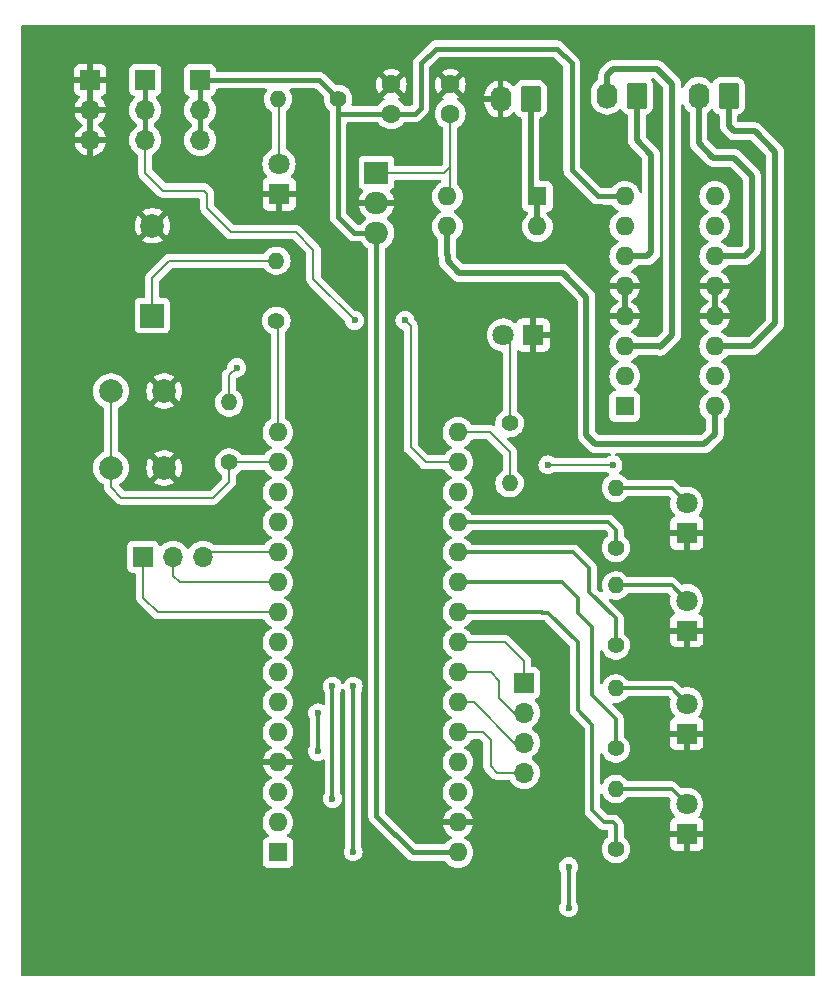
<source format=gbr>
%TF.GenerationSoftware,KiCad,Pcbnew,8.0.4*%
%TF.CreationDate,2024-10-19T15:51:41+03:00*%
%TF.ProjectId,robotkarti,726f626f-746b-4617-9274-692e6b696361,rev?*%
%TF.SameCoordinates,Original*%
%TF.FileFunction,Copper,L1,Top*%
%TF.FilePolarity,Positive*%
%FSLAX46Y46*%
G04 Gerber Fmt 4.6, Leading zero omitted, Abs format (unit mm)*
G04 Created by KiCad (PCBNEW 8.0.4) date 2024-10-19 15:51:41*
%MOMM*%
%LPD*%
G01*
G04 APERTURE LIST*
G04 Aperture macros list*
%AMRoundRect*
0 Rectangle with rounded corners*
0 $1 Rounding radius*
0 $2 $3 $4 $5 $6 $7 $8 $9 X,Y pos of 4 corners*
0 Add a 4 corners polygon primitive as box body*
4,1,4,$2,$3,$4,$5,$6,$7,$8,$9,$2,$3,0*
0 Add four circle primitives for the rounded corners*
1,1,$1+$1,$2,$3*
1,1,$1+$1,$4,$5*
1,1,$1+$1,$6,$7*
1,1,$1+$1,$8,$9*
0 Add four rect primitives between the rounded corners*
20,1,$1+$1,$2,$3,$4,$5,0*
20,1,$1+$1,$4,$5,$6,$7,0*
20,1,$1+$1,$6,$7,$8,$9,0*
20,1,$1+$1,$8,$9,$2,$3,0*%
G04 Aperture macros list end*
%TA.AperFunction,ComponentPad*%
%ADD10R,1.600000X1.600000*%
%TD*%
%TA.AperFunction,ComponentPad*%
%ADD11O,1.600000X1.600000*%
%TD*%
%TA.AperFunction,ComponentPad*%
%ADD12O,2.000000X1.905000*%
%TD*%
%TA.AperFunction,ComponentPad*%
%ADD13R,2.000000X1.905000*%
%TD*%
%TA.AperFunction,ComponentPad*%
%ADD14C,2.000000*%
%TD*%
%TA.AperFunction,ComponentPad*%
%ADD15C,1.400000*%
%TD*%
%TA.AperFunction,ComponentPad*%
%ADD16O,1.400000X1.400000*%
%TD*%
%TA.AperFunction,ComponentPad*%
%ADD17O,1.700000X1.700000*%
%TD*%
%TA.AperFunction,ComponentPad*%
%ADD18R,1.700000X1.700000*%
%TD*%
%TA.AperFunction,ComponentPad*%
%ADD19RoundRect,0.250000X0.620000X0.845000X-0.620000X0.845000X-0.620000X-0.845000X0.620000X-0.845000X0*%
%TD*%
%TA.AperFunction,ComponentPad*%
%ADD20O,1.740000X2.190000*%
%TD*%
%TA.AperFunction,ComponentPad*%
%ADD21R,1.800000X1.800000*%
%TD*%
%TA.AperFunction,ComponentPad*%
%ADD22C,1.800000*%
%TD*%
%TA.AperFunction,ComponentPad*%
%ADD23C,1.600000*%
%TD*%
%TA.AperFunction,ComponentPad*%
%ADD24R,2.000000X2.000000*%
%TD*%
%TA.AperFunction,ViaPad*%
%ADD25C,0.600000*%
%TD*%
%TA.AperFunction,Conductor*%
%ADD26C,0.200000*%
%TD*%
%TA.AperFunction,Conductor*%
%ADD27C,0.300000*%
%TD*%
%TA.AperFunction,Conductor*%
%ADD28C,0.400000*%
%TD*%
%TA.AperFunction,Conductor*%
%ADD29C,0.500000*%
%TD*%
G04 APERTURE END LIST*
D10*
%TO.P,U2,1,EN1\u002C2*%
%TO.N,MOTOR1_PWM*%
X160675004Y-75520000D03*
D11*
%TO.P,U2,2,1A*%
%TO.N,MOTOR1_FORWARD*%
X160675004Y-72980000D03*
%TO.P,U2,3,1Y*%
%TO.N,Net-(J2-Pin_2)*%
X160675004Y-70440000D03*
%TO.P,U2,4,GND*%
%TO.N,GND*%
X160675004Y-67900000D03*
%TO.P,U2,5,GND*%
X160675004Y-65360000D03*
%TO.P,U2,6,2Y*%
%TO.N,Net-(J2-Pin_1)*%
X160675004Y-62820000D03*
%TO.P,U2,7,2A*%
%TO.N,MOTOR1_BACK*%
X160675004Y-60280000D03*
%TO.P,U2,8,VCC2*%
%TO.N,5V_OUT*%
X160675004Y-57740000D03*
%TO.P,U2,9,EN3\u002C4*%
%TO.N,MOTOR2_PWM*%
X168295004Y-57740000D03*
%TO.P,U2,10,3A*%
%TO.N,MOTOR2_FORWARD*%
X168295004Y-60280000D03*
%TO.P,U2,11,3Y*%
%TO.N,Net-(J3-Pin_2)*%
X168295004Y-62820000D03*
%TO.P,U2,12,GND*%
%TO.N,GND*%
X168295004Y-65360000D03*
%TO.P,U2,13,GND*%
X168295004Y-67900000D03*
%TO.P,U2,14,4Y*%
%TO.N,Net-(J3-Pin_1)*%
X168295004Y-70440000D03*
%TO.P,U2,15,4A*%
%TO.N,MOTOR2_BACK*%
X168295004Y-72980000D03*
%TO.P,U2,16,VCC1*%
%TO.N,12V_OUT*%
X168295004Y-75520000D03*
%TD*%
D12*
%TO.P,U1,3,VO*%
%TO.N,5V_OUT*%
X139655004Y-60830000D03*
%TO.P,U1,2,GND*%
%TO.N,GND*%
X139655004Y-58290000D03*
D13*
%TO.P,U1,1,VI*%
%TO.N,Net-(U1-VI)*%
X139655004Y-55750000D03*
%TD*%
D14*
%TO.P,SW2,2,2*%
%TO.N,BUTTON*%
X117175004Y-74230000D03*
X117175004Y-80730000D03*
%TO.P,SW2,1,1*%
%TO.N,GND*%
X121675004Y-74230000D03*
X121675004Y-80730000D03*
%TD*%
D15*
%TO.P,R8,1*%
%TO.N,M2F_LED*%
X159925004Y-104480000D03*
D16*
%TO.P,R8,2*%
%TO.N,Net-(D6-A)*%
X159925004Y-99400000D03*
%TD*%
D15*
%TO.P,R7,1*%
%TO.N,M2B_LED*%
X159925004Y-113005000D03*
D16*
%TO.P,R7,2*%
%TO.N,Net-(D5-A)*%
X159925004Y-107925000D03*
%TD*%
D15*
%TO.P,R6,1*%
%TO.N,M1B_LED*%
X159925004Y-95755000D03*
D16*
%TO.P,R6,2*%
%TO.N,Net-(D4-A)*%
X159925004Y-90675000D03*
%TD*%
%TO.P,R5,2*%
%TO.N,Net-(D3-A)*%
X159925004Y-82425000D03*
D15*
%TO.P,R5,1*%
%TO.N,M1F_LED*%
X159925004Y-87505000D03*
%TD*%
%TO.P,R4,1*%
%TO.N,BUZZER*%
X131175004Y-68270000D03*
D16*
%TO.P,R4,2*%
%TO.N,Net-(BZ1-+)*%
X131175004Y-63190000D03*
%TD*%
D15*
%TO.P,R3,1*%
%TO.N,BUTTON*%
X127175004Y-80270000D03*
D16*
%TO.P,R3,2*%
%TO.N,5V_OUT*%
X127175004Y-75190000D03*
%TD*%
D15*
%TO.P,R2,1*%
%TO.N,Net-(D2-A)*%
X150925004Y-76940000D03*
D16*
%TO.P,R2,2*%
%TO.N,LED*%
X150925004Y-82020000D03*
%TD*%
D15*
%TO.P,R1,1*%
%TO.N,5V_OUT*%
X136405004Y-49500000D03*
D16*
%TO.P,R1,2*%
%TO.N,Net-(D1-A)*%
X131325004Y-49500000D03*
%TD*%
D17*
%TO.P,J8,4,Pin_4*%
%TO.N,SENSOR4*%
X152150004Y-106550000D03*
%TO.P,J8,3,Pin_3*%
%TO.N,SENSOR3*%
X152150004Y-104010000D03*
%TO.P,J8,2,Pin_2*%
%TO.N,SENSOR2*%
X152150004Y-101470000D03*
D18*
%TO.P,J8,1,Pin_1*%
%TO.N,SENSOR1*%
X152150004Y-98930000D03*
%TD*%
D17*
%TO.P,USER,3,Pin_3*%
%TO.N,USER_IO_2*%
X124980004Y-88255000D03*
%TO.P,USER,2,Pin_2*%
%TO.N,USER_IO_1*%
X122440004Y-88255000D03*
D18*
%TO.P,USER,1,Pin_1*%
%TO.N,USER_PWM*%
X119900004Y-88255000D03*
%TD*%
D17*
%TO.P,GND,3,Pin_3*%
%TO.N,GND*%
X115425004Y-52980000D03*
%TO.P,GND,2,Pin_2*%
X115425004Y-50440000D03*
D18*
%TO.P,GND,1,Pin_1*%
X115425004Y-47900000D03*
%TD*%
D17*
%TO.P,+3.3V,3,Pin_3*%
%TO.N,3.3V_OUT*%
X120075004Y-52980000D03*
%TO.P,+3.3V,2,Pin_2*%
X120075004Y-50440000D03*
D18*
%TO.P,+3.3V,1,Pin_1*%
X120075004Y-47900000D03*
%TD*%
D17*
%TO.P,+5V,3,Pin_3*%
%TO.N,5V_OUT*%
X124725004Y-52980000D03*
%TO.P,+5V,2,Pin_2*%
X124725004Y-50440000D03*
D18*
%TO.P,+5V,1,Pin_1*%
X124725004Y-47900000D03*
%TD*%
D19*
%TO.P,MOTOR 2,1,Pin_1*%
%TO.N,Net-(J3-Pin_1)*%
X169465004Y-49230000D03*
D20*
%TO.P,MOTOR 2,2,Pin_2*%
%TO.N,Net-(J3-Pin_2)*%
X166925004Y-49230000D03*
%TD*%
%TO.P,MOTOR 1,2,Pin_2*%
%TO.N,Net-(J2-Pin_2)*%
X159175004Y-49230000D03*
D19*
%TO.P,MOTOR 1,1,Pin_1*%
%TO.N,Net-(J2-Pin_1)*%
X161715004Y-49230000D03*
%TD*%
D20*
%TO.P,12V-GND,2,Pin_2*%
%TO.N,GND*%
X150155004Y-49500000D03*
D19*
%TO.P,12V-GND,1,Pin_1*%
%TO.N,+12V*%
X152695004Y-49500000D03*
%TD*%
D21*
%TO.P,D6,1,K*%
%TO.N,GND*%
X165925004Y-103230000D03*
D22*
%TO.P,D6,2,A*%
%TO.N,Net-(D6-A)*%
X165925004Y-100690000D03*
%TD*%
D21*
%TO.P,D5,1,K*%
%TO.N,GND*%
X165925004Y-111755000D03*
D22*
%TO.P,D5,2,A*%
%TO.N,Net-(D5-A)*%
X165925004Y-109215000D03*
%TD*%
%TO.P,D4,2,A*%
%TO.N,Net-(D4-A)*%
X165925004Y-91965000D03*
D21*
%TO.P,D4,1,K*%
%TO.N,GND*%
X165925004Y-94505000D03*
%TD*%
D22*
%TO.P,D3,2,A*%
%TO.N,Net-(D3-A)*%
X165925004Y-83715000D03*
D21*
%TO.P,D3,1,K*%
%TO.N,GND*%
X165925004Y-86255000D03*
%TD*%
D22*
%TO.P,D2,2,A*%
%TO.N,Net-(D2-A)*%
X150385004Y-69480000D03*
D21*
%TO.P,D2,1,K*%
%TO.N,GND*%
X152925004Y-69480000D03*
%TD*%
D22*
%TO.P,D1,2,A*%
%TO.N,Net-(D1-A)*%
X131405004Y-55000000D03*
D21*
%TO.P,D1,1,K*%
%TO.N,GND*%
X131405004Y-57540000D03*
%TD*%
D23*
%TO.P,C2,2*%
%TO.N,GND*%
X140905004Y-48250000D03*
%TO.P,C2,1*%
%TO.N,5V_OUT*%
X140905004Y-50750000D03*
%TD*%
%TO.P,C1,2*%
%TO.N,GND*%
X145905004Y-48250000D03*
%TO.P,C1,1*%
%TO.N,Net-(U1-VI)*%
X145905004Y-50750000D03*
%TD*%
D14*
%TO.P,BZ1,2,-*%
%TO.N,GND*%
X120675004Y-60230000D03*
D24*
%TO.P,BZ1,1,+*%
%TO.N,Net-(BZ1-+)*%
X120675004Y-67830000D03*
%TD*%
D11*
%TO.P,A1,30,VIN*%
%TO.N,5V_OUT*%
X146555004Y-113280000D03*
%TO.P,A1,29,GND*%
%TO.N,GND*%
X146555004Y-110740000D03*
%TO.P,A1,28,~{RESET}*%
%TO.N,unconnected-(A1-~{RESET}-Pad28)*%
X146555004Y-108200000D03*
%TO.P,A1,27,+5V*%
%TO.N,unconnected-(A1-+5V-Pad27)*%
X146555004Y-105660000D03*
%TO.P,A1,26,A7*%
%TO.N,SENSOR4*%
X146555004Y-103120000D03*
%TO.P,A1,25,A6*%
%TO.N,SENSOR3*%
X146555004Y-100580000D03*
%TO.P,A1,24,A5*%
%TO.N,SENSOR2*%
X146555004Y-98040000D03*
%TO.P,A1,23,A4*%
%TO.N,SENSOR1*%
X146555004Y-95500000D03*
%TO.P,A1,22,A3*%
%TO.N,M2B_LED*%
X146555004Y-92960000D03*
%TO.P,A1,21,A2*%
%TO.N,M2F_LED*%
X146555004Y-90420000D03*
%TO.P,A1,20,A1*%
%TO.N,M1B_LED*%
X146555004Y-87880000D03*
%TO.P,A1,19,A0*%
%TO.N,M1F_LED*%
X146555004Y-85340000D03*
%TO.P,A1,18,AREF*%
%TO.N,unconnected-(A1-AREF-Pad18)*%
X146555004Y-82800000D03*
%TO.P,A1,17,3V3*%
%TO.N,3.3V_OUT*%
X146555004Y-80260000D03*
%TO.P,A1,16,D13*%
%TO.N,LED*%
X146555004Y-77720000D03*
%TO.P,A1,15,D12*%
%TO.N,BUZZER*%
X131315004Y-77720000D03*
%TO.P,A1,14,D11*%
%TO.N,BUTTON*%
X131315004Y-80260000D03*
%TO.P,A1,13,D10*%
%TO.N,MOTOR2_PWM*%
X131315004Y-82800000D03*
%TO.P,A1,12,D9*%
%TO.N,MOTOR1_PWM*%
X131315004Y-85340000D03*
%TO.P,A1,11,D8*%
%TO.N,USER_IO_2*%
X131315004Y-87880000D03*
%TO.P,A1,10,D7*%
%TO.N,USER_IO_1*%
X131315004Y-90420000D03*
%TO.P,A1,9,D6*%
%TO.N,USER_PWM*%
X131315004Y-92960000D03*
%TO.P,A1,8,D5*%
%TO.N,MOTOR2_BACK*%
X131315004Y-95500000D03*
%TO.P,A1,7,D4*%
%TO.N,MOTOR2_FORWARD*%
X131315004Y-98040000D03*
%TO.P,A1,6,D3*%
%TO.N,MOTOR1_BACK*%
X131315004Y-100580000D03*
%TO.P,A1,5,D2*%
%TO.N,MOTOR1_FORWARD*%
X131315004Y-103120000D03*
%TO.P,A1,4,GND*%
%TO.N,GND*%
X131315004Y-105660000D03*
%TO.P,A1,3,~{RESET}*%
%TO.N,unconnected-(A1-~{RESET}-Pad3)*%
X131315004Y-108200000D03*
%TO.P,A1,2,D0/RX*%
%TO.N,unconnected-(A1-D0{slash}RX-Pad2)*%
X131315004Y-110740000D03*
D10*
%TO.P,A1,1,D1/TX*%
%TO.N,unconnected-(A1-D1{slash}TX-Pad1)*%
X131315004Y-113280000D03*
%TD*%
D11*
%TO.P,SW1,4*%
%TO.N,Net-(U1-VI)*%
X145655004Y-57750000D03*
%TO.P,SW1,3*%
%TO.N,12V_OUT*%
X145655004Y-60290000D03*
%TO.P,SW1,2*%
%TO.N,+12V*%
X153275004Y-60290000D03*
D10*
%TO.P,SW1,1*%
X153275004Y-57750000D03*
%TD*%
D25*
%TO.N,5V_OUT*%
X127815004Y-72250000D03*
%TO.N,3.3V_OUT*%
X137815004Y-68250000D03*
X142065004Y-68250000D03*
%TO.N,MOTOR1_PWM*%
X154175004Y-80480000D03*
X159675004Y-80480000D03*
%TO.N,MOTOR2_BACK*%
X137675004Y-113230000D03*
X137675004Y-99230000D03*
%TO.N,MOTOR2_FORWARD*%
X135925004Y-108730000D03*
X135925004Y-99230000D03*
%TO.N,MOTOR1_BACK*%
X155925004Y-114480000D03*
X155925004Y-117980000D03*
X134675004Y-104730000D03*
X134675004Y-101480000D03*
%TD*%
D26*
%TO.N,SENSOR4*%
X148685004Y-103120000D02*
X146555004Y-103120000D01*
X149865004Y-106550000D02*
X149315004Y-106000000D01*
X149315004Y-103750000D02*
X148685004Y-103120000D01*
X149315004Y-106000000D02*
X149315004Y-103750000D01*
X152150004Y-106550000D02*
X149865004Y-106550000D01*
%TO.N,SENSOR3*%
X151325004Y-104010000D02*
X152150004Y-104010000D01*
X146555004Y-100580000D02*
X147895004Y-100580000D01*
X147895004Y-100580000D02*
X151325004Y-104010000D01*
%TO.N,SENSOR2*%
X150065004Y-100250000D02*
X151285004Y-101470000D01*
X150065004Y-98750000D02*
X150065004Y-100250000D01*
X151285004Y-101470000D02*
X152150004Y-101470000D01*
X149355004Y-98040000D02*
X150065004Y-98750000D01*
X146555004Y-98040000D02*
X149355004Y-98040000D01*
%TO.N,SENSOR1*%
X150565004Y-95500000D02*
X146555004Y-95500000D01*
X152150004Y-97085000D02*
X150565004Y-95500000D01*
X152150004Y-98930000D02*
X152150004Y-97085000D01*
%TO.N,5V_OUT*%
X127175004Y-72890000D02*
X127815004Y-72250000D01*
X127175004Y-75190000D02*
X127175004Y-72890000D01*
%TO.N,3.3V_OUT*%
X120065004Y-55750000D02*
X120075004Y-55740000D01*
X121565004Y-57250000D02*
X120065004Y-55750000D01*
X125065004Y-57250000D02*
X121565004Y-57250000D01*
X125315004Y-57500000D02*
X125065004Y-57250000D01*
X127315004Y-60750000D02*
X125315004Y-58750000D01*
X132815004Y-60750000D02*
X127315004Y-60750000D01*
X134315004Y-62250000D02*
X132815004Y-60750000D01*
X125315004Y-58750000D02*
X125315004Y-57500000D01*
X120075004Y-55740000D02*
X120075004Y-52980000D01*
X137815004Y-68250000D02*
X134315004Y-64750000D01*
X134315004Y-64750000D02*
X134315004Y-62250000D01*
X142565004Y-68750000D02*
X142065004Y-68250000D01*
X142565004Y-79000000D02*
X142565004Y-68750000D01*
X146555004Y-80260000D02*
X143825004Y-80260000D01*
X143825004Y-80260000D02*
X142565004Y-79000000D01*
%TO.N,LED*%
X149285004Y-77720000D02*
X150925004Y-79360000D01*
X146555004Y-77720000D02*
X149285004Y-77720000D01*
X150925004Y-79360000D02*
X150925004Y-82020000D01*
%TO.N,Net-(D2-A)*%
X150925004Y-70020000D02*
X150385004Y-69480000D01*
X150925004Y-76940000D02*
X150925004Y-70020000D01*
%TO.N,USER_PWM*%
X121150004Y-92960000D02*
X131315004Y-92960000D01*
X119900004Y-91710000D02*
X121150004Y-92960000D01*
X119900004Y-88255000D02*
X119900004Y-91710000D01*
%TO.N,USER_IO_1*%
X122440004Y-89875000D02*
X122440004Y-88255000D01*
X122985004Y-90420000D02*
X122440004Y-89875000D01*
X131315004Y-90420000D02*
X122985004Y-90420000D01*
%TO.N,USER_IO_2*%
X125355004Y-87880000D02*
X124980004Y-88255000D01*
X131315004Y-87880000D02*
X125355004Y-87880000D01*
%TO.N,BUTTON*%
X118065004Y-83250000D02*
X117175004Y-82360000D01*
X125815004Y-83250000D02*
X118065004Y-83250000D01*
X127175004Y-80270000D02*
X127175004Y-81890000D01*
X127175004Y-81890000D02*
X125815004Y-83250000D01*
X117175004Y-82360000D02*
X117175004Y-80730000D01*
X131305004Y-80270000D02*
X131315004Y-80260000D01*
X127175004Y-80270000D02*
X131305004Y-80270000D01*
X117175004Y-74230000D02*
X117175004Y-80730000D01*
%TO.N,Net-(BZ1-+)*%
X120675004Y-67830000D02*
X120675004Y-64640000D01*
X120675004Y-64640000D02*
X122125004Y-63190000D01*
X122125004Y-63190000D02*
X131175004Y-63190000D01*
%TO.N,BUZZER*%
X131315004Y-68410000D02*
X131175004Y-68270000D01*
X131315004Y-77720000D02*
X131315004Y-68410000D01*
%TO.N,MOTOR1_PWM*%
X159675004Y-80480000D02*
X154175004Y-80480000D01*
D27*
%TO.N,MOTOR2_BACK*%
X137675004Y-99230000D02*
X137675004Y-113230000D01*
%TO.N,MOTOR2_FORWARD*%
X135925004Y-99230000D02*
X135925004Y-108730000D01*
%TO.N,MOTOR1_BACK*%
X155925004Y-117980000D02*
X155925004Y-114480000D01*
X134675004Y-101480000D02*
X134675004Y-104730000D01*
D28*
%TO.N,5V_OUT*%
X139655004Y-110210000D02*
X139655004Y-60830000D01*
X142725004Y-113280000D02*
X139655004Y-110210000D01*
X146555004Y-113280000D02*
X142725004Y-113280000D01*
D27*
%TO.N,M2B_LED*%
X153655004Y-92960000D02*
X146555004Y-92960000D01*
X153675004Y-92980000D02*
X153655004Y-92960000D01*
X154175004Y-92980000D02*
X153675004Y-92980000D01*
X156675004Y-95480000D02*
X154175004Y-92980000D01*
X156675004Y-101230000D02*
X156675004Y-95480000D01*
X157925004Y-102480000D02*
X156675004Y-101230000D01*
X157925004Y-109730000D02*
X157925004Y-102480000D01*
X159675004Y-110730000D02*
X158925004Y-110730000D01*
X159925004Y-110980000D02*
X159675004Y-110730000D01*
X159925004Y-113005000D02*
X159925004Y-110980000D01*
X158925004Y-110730000D02*
X157925004Y-109730000D01*
%TO.N,M2F_LED*%
X155365004Y-90420000D02*
X146555004Y-90420000D01*
X156675004Y-91730000D02*
X155365004Y-90420000D01*
X156675004Y-92980000D02*
X156675004Y-91730000D01*
X157925004Y-99980000D02*
X157925004Y-94230000D01*
X157925004Y-94230000D02*
X156675004Y-92980000D01*
X159925004Y-101980000D02*
X157925004Y-99980000D01*
X159925004Y-104480000D02*
X159925004Y-101980000D01*
%TO.N,M1B_LED*%
X156325004Y-87880000D02*
X146555004Y-87880000D01*
X157675004Y-91230000D02*
X157675004Y-89230000D01*
X159925004Y-93480000D02*
X157675004Y-91230000D01*
X157675004Y-89230000D02*
X156325004Y-87880000D01*
X159925004Y-95755000D02*
X159925004Y-93480000D01*
%TO.N,M1F_LED*%
X159925004Y-85980000D02*
X159925004Y-87505000D01*
X159285004Y-85340000D02*
X159925004Y-85980000D01*
X146555004Y-85340000D02*
X159285004Y-85340000D01*
%TO.N,Net-(D6-A)*%
X164635004Y-99400000D02*
X165925004Y-100690000D01*
X159925004Y-99400000D02*
X164635004Y-99400000D01*
%TO.N,Net-(D5-A)*%
X164635004Y-107925000D02*
X165925004Y-109215000D01*
X159925004Y-107925000D02*
X164635004Y-107925000D01*
%TO.N,Net-(D4-A)*%
X164635004Y-90675000D02*
X165925004Y-91965000D01*
X159925004Y-90650000D02*
X164635004Y-90650000D01*
%TO.N,Net-(D3-A)*%
X164635004Y-82425000D02*
X165925004Y-83715000D01*
X159925004Y-82425000D02*
X164635004Y-82425000D01*
D29*
%TO.N,12V_OUT*%
X145655004Y-62710000D02*
X145655004Y-60290000D01*
X145675004Y-63230000D02*
X145675004Y-62730000D01*
X155425004Y-64230000D02*
X146675004Y-64230000D01*
X157425004Y-77980000D02*
X157425004Y-66230000D01*
X167425004Y-78730000D02*
X158175004Y-78730000D01*
X146675004Y-64230000D02*
X145675004Y-63230000D01*
X168295004Y-77860000D02*
X167425004Y-78730000D01*
X157425004Y-66230000D02*
X155425004Y-64230000D01*
X145675004Y-62730000D02*
X145655004Y-62710000D01*
X158175004Y-78730000D02*
X157425004Y-77980000D01*
X168295004Y-75520000D02*
X168295004Y-77860000D01*
D28*
%TO.N,5V_OUT*%
X158935004Y-57740000D02*
X160675004Y-57740000D01*
X158925004Y-57730000D02*
X158935004Y-57740000D01*
X158425004Y-57730000D02*
X158925004Y-57730000D01*
X156175004Y-46480000D02*
X156175004Y-55480000D01*
X144675004Y-45230000D02*
X154925004Y-45230000D01*
X154925004Y-45230000D02*
X156175004Y-46480000D01*
X143425004Y-46480000D02*
X144675004Y-45230000D01*
X143425004Y-50230000D02*
X143425004Y-46480000D01*
X142905004Y-50750000D02*
X143425004Y-50230000D01*
X156175004Y-55480000D02*
X158425004Y-57730000D01*
X140905004Y-50750000D02*
X142905004Y-50750000D01*
D29*
%TO.N,Net-(J2-Pin_2)*%
X163635004Y-70440000D02*
X160675004Y-70440000D01*
X164675004Y-69480000D02*
X163675004Y-70480000D01*
X164675004Y-48230000D02*
X164675004Y-69480000D01*
X163425004Y-46980000D02*
X164675004Y-48230000D01*
X159675004Y-46980000D02*
X163425004Y-46980000D01*
X159175004Y-47480000D02*
X159675004Y-46980000D01*
X159175004Y-49230000D02*
X159175004Y-47480000D01*
X163675004Y-70480000D02*
X163635004Y-70440000D01*
%TO.N,Net-(J2-Pin_1)*%
X161675004Y-52980000D02*
X161715004Y-52940000D01*
X161715004Y-52940000D02*
X161715004Y-49230000D01*
X162925004Y-62480000D02*
X162925004Y-54230000D01*
X162925004Y-54230000D02*
X161675004Y-52980000D01*
X162585004Y-62820000D02*
X162925004Y-62480000D01*
X160675004Y-62820000D02*
X162585004Y-62820000D01*
%TO.N,Net-(J3-Pin_1)*%
X171465004Y-70440000D02*
X173425004Y-68480000D01*
X168295004Y-70440000D02*
X171465004Y-70440000D01*
X173425004Y-53980000D02*
X173425004Y-68480000D01*
X171675004Y-52230000D02*
X173425004Y-53980000D01*
X169925004Y-52230000D02*
X171675004Y-52230000D01*
X169465004Y-51770000D02*
X169925004Y-52230000D01*
X169465004Y-49230000D02*
X169465004Y-51770000D01*
%TO.N,Net-(J3-Pin_2)*%
X168175004Y-54480000D02*
X166925004Y-53230000D01*
X169925004Y-54480000D02*
X168175004Y-54480000D01*
X166925004Y-53230000D02*
X166925004Y-49230000D01*
X171425004Y-55980000D02*
X169925004Y-54480000D01*
X171425004Y-62230000D02*
X171425004Y-55980000D01*
X170835004Y-62820000D02*
X171425004Y-62230000D01*
X168295004Y-62820000D02*
X170835004Y-62820000D01*
D28*
%TO.N,3.3V_OUT*%
X120075004Y-50440000D02*
X120075004Y-52980000D01*
X120075004Y-47900000D02*
X120075004Y-50440000D01*
%TO.N,5V_OUT*%
X136405004Y-49500000D02*
X134805004Y-47900000D01*
X134805004Y-47900000D02*
X124725004Y-47900000D01*
X124725004Y-50440000D02*
X124725004Y-52980000D01*
X124725004Y-47900000D02*
X124725004Y-50440000D01*
X140905004Y-50750000D02*
X136405004Y-50750000D01*
X136405004Y-50750000D02*
X136405004Y-49500000D01*
X136405004Y-59500000D02*
X136405004Y-50750000D01*
X137735004Y-60830000D02*
X136405004Y-59500000D01*
X139655004Y-60830000D02*
X137735004Y-60830000D01*
D29*
%TO.N,+12V*%
X153275004Y-60290000D02*
X153275004Y-57750000D01*
X152695004Y-57170000D02*
X153275004Y-57750000D01*
X152695004Y-49500000D02*
X152695004Y-57170000D01*
D26*
%TO.N,Net-(D1-A)*%
X131405004Y-55000000D02*
X131405004Y-49580000D01*
X131405004Y-49580000D02*
X131325004Y-49500000D01*
%TO.N,Net-(U1-VI)*%
X145405004Y-55750000D02*
X145905004Y-55250000D01*
X139655004Y-55750000D02*
X145405004Y-55750000D01*
X145905004Y-55250000D02*
X145905004Y-50750000D01*
X145905004Y-57500000D02*
X145905004Y-55250000D01*
X145655004Y-57750000D02*
X145905004Y-57500000D01*
%TD*%
%TA.AperFunction,Conductor*%
%TO.N,GND*%
G36*
X154650524Y-45950185D02*
G01*
X154671166Y-45966819D01*
X155438185Y-46733838D01*
X155471670Y-46795161D01*
X155474504Y-46821519D01*
X155474504Y-55411006D01*
X155474504Y-55548994D01*
X155474504Y-55548996D01*
X155474503Y-55548996D01*
X155501422Y-55684322D01*
X155501425Y-55684332D01*
X155554226Y-55811807D01*
X155630891Y-55926545D01*
X157978458Y-58274112D01*
X158093196Y-58350777D01*
X158220671Y-58403578D01*
X158220676Y-58403580D01*
X158220680Y-58403580D01*
X158220681Y-58403581D01*
X158356008Y-58430500D01*
X158356011Y-58430500D01*
X158493998Y-58430500D01*
X158803526Y-58430500D01*
X158827717Y-58432882D01*
X158846313Y-58436581D01*
X158866010Y-58440500D01*
X158866011Y-58440500D01*
X159513331Y-58440500D01*
X159580370Y-58460185D01*
X159614906Y-58493377D01*
X159674958Y-58579141D01*
X159835862Y-58740045D01*
X159835865Y-58740047D01*
X160022270Y-58870568D01*
X160080279Y-58897618D01*
X160132718Y-58943791D01*
X160151870Y-59010984D01*
X160131654Y-59077865D01*
X160080279Y-59122382D01*
X160022271Y-59149431D01*
X160022269Y-59149432D01*
X159835862Y-59279954D01*
X159674958Y-59440858D01*
X159544436Y-59627265D01*
X159544435Y-59627267D01*
X159448265Y-59833502D01*
X159448262Y-59833511D01*
X159389370Y-60053302D01*
X159389368Y-60053313D01*
X159369536Y-60279998D01*
X159369536Y-60280001D01*
X159389368Y-60506686D01*
X159389370Y-60506697D01*
X159448262Y-60726488D01*
X159448265Y-60726497D01*
X159544435Y-60932732D01*
X159544436Y-60932734D01*
X159674958Y-61119141D01*
X159835862Y-61280045D01*
X159835865Y-61280047D01*
X160022270Y-61410568D01*
X160080279Y-61437618D01*
X160132718Y-61483791D01*
X160151870Y-61550984D01*
X160131654Y-61617865D01*
X160080279Y-61662382D01*
X160022271Y-61689431D01*
X160022269Y-61689432D01*
X159835862Y-61819954D01*
X159674958Y-61980858D01*
X159544436Y-62167265D01*
X159544435Y-62167267D01*
X159448265Y-62373502D01*
X159448262Y-62373511D01*
X159389370Y-62593302D01*
X159389368Y-62593313D01*
X159369536Y-62819998D01*
X159369536Y-62820001D01*
X159389368Y-63046686D01*
X159389370Y-63046697D01*
X159448262Y-63266488D01*
X159448265Y-63266497D01*
X159544435Y-63472732D01*
X159544436Y-63472734D01*
X159674958Y-63659141D01*
X159835862Y-63820045D01*
X159864037Y-63839773D01*
X160022270Y-63950568D01*
X160080869Y-63977893D01*
X160133309Y-64024065D01*
X160152461Y-64091258D01*
X160132246Y-64158139D01*
X160080871Y-64202657D01*
X160022519Y-64229867D01*
X159836183Y-64360342D01*
X159675346Y-64521179D01*
X159544869Y-64707517D01*
X159448738Y-64913673D01*
X159448734Y-64913682D01*
X159396131Y-65109999D01*
X159396132Y-65110000D01*
X160359318Y-65110000D01*
X160354924Y-65114394D01*
X160302263Y-65205606D01*
X160275004Y-65307339D01*
X160275004Y-65412661D01*
X160302263Y-65514394D01*
X160354924Y-65605606D01*
X160359318Y-65610000D01*
X159396132Y-65610000D01*
X159448734Y-65806317D01*
X159448738Y-65806326D01*
X159544869Y-66012482D01*
X159675346Y-66198820D01*
X159836183Y-66359657D01*
X160022521Y-66490134D01*
X160081461Y-66517618D01*
X160133900Y-66563790D01*
X160153052Y-66630984D01*
X160132836Y-66697865D01*
X160081461Y-66742382D01*
X160022521Y-66769865D01*
X159836183Y-66900342D01*
X159675346Y-67061179D01*
X159544869Y-67247517D01*
X159448738Y-67453673D01*
X159448734Y-67453682D01*
X159396131Y-67649999D01*
X159396132Y-67650000D01*
X160359318Y-67650000D01*
X160354924Y-67654394D01*
X160302263Y-67745606D01*
X160275004Y-67847339D01*
X160275004Y-67952661D01*
X160302263Y-68054394D01*
X160354924Y-68145606D01*
X160359318Y-68150000D01*
X159396132Y-68150000D01*
X159448734Y-68346317D01*
X159448738Y-68346326D01*
X159544869Y-68552482D01*
X159675346Y-68738820D01*
X159836183Y-68899657D01*
X160022522Y-69030134D01*
X160022524Y-69030135D01*
X160080869Y-69057342D01*
X160133309Y-69103514D01*
X160152461Y-69170707D01*
X160132246Y-69237589D01*
X160080871Y-69282105D01*
X160028974Y-69306306D01*
X160022268Y-69309433D01*
X159835862Y-69439954D01*
X159674958Y-69600858D01*
X159544436Y-69787265D01*
X159544435Y-69787267D01*
X159448265Y-69993502D01*
X159448262Y-69993511D01*
X159389370Y-70213302D01*
X159389368Y-70213313D01*
X159369536Y-70439998D01*
X159369536Y-70440001D01*
X159389368Y-70666686D01*
X159389370Y-70666697D01*
X159448262Y-70886488D01*
X159448265Y-70886497D01*
X159544435Y-71092732D01*
X159544436Y-71092734D01*
X159674958Y-71279141D01*
X159835862Y-71440045D01*
X159835865Y-71440047D01*
X160022270Y-71570568D01*
X160080279Y-71597618D01*
X160132718Y-71643791D01*
X160151870Y-71710984D01*
X160131654Y-71777865D01*
X160080279Y-71822382D01*
X160022271Y-71849431D01*
X160022269Y-71849432D01*
X159835862Y-71979954D01*
X159674958Y-72140858D01*
X159544436Y-72327265D01*
X159544435Y-72327267D01*
X159448265Y-72533502D01*
X159448262Y-72533511D01*
X159389370Y-72753302D01*
X159389368Y-72753313D01*
X159369536Y-72979998D01*
X159369536Y-72980001D01*
X159389368Y-73206686D01*
X159389370Y-73206697D01*
X159448262Y-73426488D01*
X159448265Y-73426497D01*
X159544435Y-73632732D01*
X159544436Y-73632734D01*
X159674958Y-73819141D01*
X159835862Y-73980045D01*
X159860466Y-73997273D01*
X159904091Y-74051849D01*
X159911285Y-74121348D01*
X159879762Y-74183703D01*
X159819533Y-74219117D01*
X159802597Y-74222138D01*
X159767520Y-74225908D01*
X159632675Y-74276202D01*
X159632668Y-74276206D01*
X159517459Y-74362452D01*
X159517456Y-74362455D01*
X159431210Y-74477664D01*
X159431206Y-74477671D01*
X159380912Y-74612517D01*
X159374721Y-74670110D01*
X159374505Y-74672123D01*
X159374504Y-74672135D01*
X159374504Y-76367870D01*
X159374505Y-76367876D01*
X159380912Y-76427483D01*
X159431206Y-76562328D01*
X159431210Y-76562335D01*
X159517456Y-76677544D01*
X159517459Y-76677547D01*
X159632668Y-76763793D01*
X159632675Y-76763797D01*
X159767521Y-76814091D01*
X159767520Y-76814091D01*
X159774448Y-76814835D01*
X159827131Y-76820500D01*
X161522876Y-76820499D01*
X161582487Y-76814091D01*
X161717335Y-76763796D01*
X161832550Y-76677546D01*
X161918800Y-76562331D01*
X161969095Y-76427483D01*
X161975504Y-76367873D01*
X161975503Y-74672128D01*
X161969095Y-74612517D01*
X161952382Y-74567708D01*
X161918801Y-74477671D01*
X161918797Y-74477664D01*
X161832551Y-74362455D01*
X161832548Y-74362452D01*
X161717339Y-74276206D01*
X161717332Y-74276202D01*
X161582486Y-74225908D01*
X161582487Y-74225908D01*
X161547408Y-74222137D01*
X161482857Y-74195399D01*
X161443009Y-74138006D01*
X161440516Y-74068181D01*
X161476169Y-74008092D01*
X161489543Y-73997272D01*
X161510981Y-73982261D01*
X161514143Y-73980047D01*
X161675051Y-73819139D01*
X161805572Y-73632734D01*
X161901743Y-73426496D01*
X161960639Y-73206692D01*
X161980472Y-72980000D01*
X161979555Y-72969524D01*
X161971707Y-72879815D01*
X161960639Y-72753308D01*
X161907375Y-72554523D01*
X161901745Y-72533511D01*
X161901742Y-72533502D01*
X161896044Y-72521282D01*
X161805572Y-72327266D01*
X161675051Y-72140861D01*
X161675049Y-72140858D01*
X161514145Y-71979954D01*
X161327738Y-71849432D01*
X161327732Y-71849429D01*
X161269729Y-71822382D01*
X161217289Y-71776210D01*
X161198137Y-71709017D01*
X161218352Y-71642135D01*
X161269729Y-71597618D01*
X161327738Y-71570568D01*
X161514143Y-71440047D01*
X161675051Y-71279139D01*
X161700092Y-71243377D01*
X161754669Y-71199752D01*
X161801667Y-71190500D01*
X163404487Y-71190500D01*
X163451939Y-71199938D01*
X163456092Y-71201659D01*
X163601082Y-71230499D01*
X163601086Y-71230500D01*
X163601087Y-71230500D01*
X163748923Y-71230500D01*
X163748924Y-71230499D01*
X163893917Y-71201659D01*
X164030499Y-71145084D01*
X164153420Y-71062952D01*
X164257956Y-70958416D01*
X164257956Y-70958415D01*
X165257956Y-69958415D01*
X165285209Y-69917627D01*
X165340088Y-69835495D01*
X165372498Y-69757251D01*
X165396663Y-69698912D01*
X165425504Y-69553917D01*
X165425504Y-69406082D01*
X165425504Y-50047348D01*
X165445189Y-49980309D01*
X165497993Y-49934554D01*
X165567151Y-49924610D01*
X165630707Y-49953635D01*
X165659989Y-49991054D01*
X165752845Y-50173297D01*
X165790941Y-50225731D01*
X165879645Y-50347821D01*
X166032183Y-50500359D01*
X166123390Y-50566624D01*
X166166055Y-50621953D01*
X166174504Y-50666942D01*
X166174504Y-53303918D01*
X166174504Y-53303920D01*
X166174503Y-53303920D01*
X166203344Y-53448907D01*
X166203347Y-53448917D01*
X166259917Y-53585490D01*
X166259918Y-53585492D01*
X166285986Y-53624505D01*
X166285987Y-53624507D01*
X166342047Y-53708410D01*
X166342051Y-53708415D01*
X167696590Y-55062954D01*
X167717629Y-55077011D01*
X167770274Y-55112186D01*
X167819509Y-55145084D01*
X167819510Y-55145084D01*
X167819511Y-55145085D01*
X167819513Y-55145086D01*
X167927567Y-55189843D01*
X167956091Y-55201658D01*
X167956095Y-55201658D01*
X167956096Y-55201659D01*
X168101083Y-55230500D01*
X168101086Y-55230500D01*
X168101087Y-55230500D01*
X168248921Y-55230500D01*
X169562774Y-55230500D01*
X169629813Y-55250185D01*
X169650455Y-55266819D01*
X170638185Y-56254548D01*
X170671670Y-56315871D01*
X170674504Y-56342229D01*
X170674504Y-61867770D01*
X170654819Y-61934809D01*
X170638185Y-61955451D01*
X170560455Y-62033181D01*
X170499132Y-62066666D01*
X170472774Y-62069500D01*
X169421667Y-62069500D01*
X169354628Y-62049815D01*
X169320092Y-62016623D01*
X169295049Y-61980858D01*
X169134145Y-61819954D01*
X168947738Y-61689432D01*
X168947732Y-61689429D01*
X168889729Y-61662382D01*
X168837289Y-61616210D01*
X168818137Y-61549017D01*
X168838352Y-61482135D01*
X168889729Y-61437618D01*
X168947738Y-61410568D01*
X169134143Y-61280047D01*
X169295051Y-61119139D01*
X169425572Y-60932734D01*
X169521743Y-60726496D01*
X169580639Y-60506692D01*
X169600472Y-60280000D01*
X169599793Y-60272244D01*
X169592635Y-60190423D01*
X169580639Y-60053308D01*
X169535121Y-59883431D01*
X169521745Y-59833511D01*
X169521742Y-59833502D01*
X169425572Y-59627266D01*
X169295051Y-59440861D01*
X169295049Y-59440858D01*
X169134145Y-59279954D01*
X168947738Y-59149432D01*
X168947732Y-59149429D01*
X168889729Y-59122382D01*
X168837289Y-59076210D01*
X168818137Y-59009017D01*
X168838352Y-58942135D01*
X168889729Y-58897618D01*
X168947738Y-58870568D01*
X169134143Y-58740047D01*
X169295051Y-58579139D01*
X169425572Y-58392734D01*
X169521743Y-58186496D01*
X169580639Y-57966692D01*
X169600472Y-57740000D01*
X169580639Y-57513308D01*
X169524424Y-57303511D01*
X169521745Y-57293511D01*
X169521742Y-57293502D01*
X169498621Y-57243920D01*
X169425572Y-57087266D01*
X169295051Y-56900861D01*
X169295049Y-56900858D01*
X169134145Y-56739954D01*
X168947738Y-56609432D01*
X168947736Y-56609431D01*
X168741501Y-56513261D01*
X168741492Y-56513258D01*
X168521701Y-56454366D01*
X168521697Y-56454365D01*
X168521696Y-56454365D01*
X168521695Y-56454364D01*
X168521690Y-56454364D01*
X168295006Y-56434532D01*
X168295002Y-56434532D01*
X168068317Y-56454364D01*
X168068306Y-56454366D01*
X167848515Y-56513258D01*
X167848506Y-56513261D01*
X167642271Y-56609431D01*
X167642269Y-56609432D01*
X167455862Y-56739954D01*
X167294958Y-56900858D01*
X167164436Y-57087265D01*
X167164435Y-57087267D01*
X167068265Y-57293502D01*
X167068262Y-57293511D01*
X167009370Y-57513302D01*
X167009368Y-57513313D01*
X166989536Y-57739998D01*
X166989536Y-57740001D01*
X167009368Y-57966686D01*
X167009370Y-57966697D01*
X167068262Y-58186488D01*
X167068265Y-58186497D01*
X167164435Y-58392732D01*
X167164436Y-58392734D01*
X167294958Y-58579141D01*
X167455862Y-58740045D01*
X167455865Y-58740047D01*
X167642270Y-58870568D01*
X167700279Y-58897618D01*
X167752718Y-58943791D01*
X167771870Y-59010984D01*
X167751654Y-59077865D01*
X167700279Y-59122382D01*
X167642271Y-59149431D01*
X167642269Y-59149432D01*
X167455862Y-59279954D01*
X167294958Y-59440858D01*
X167164436Y-59627265D01*
X167164435Y-59627267D01*
X167068265Y-59833502D01*
X167068262Y-59833511D01*
X167009370Y-60053302D01*
X167009368Y-60053313D01*
X166989536Y-60279998D01*
X166989536Y-60280001D01*
X167009368Y-60506686D01*
X167009370Y-60506697D01*
X167068262Y-60726488D01*
X167068265Y-60726497D01*
X167164435Y-60932732D01*
X167164436Y-60932734D01*
X167294958Y-61119141D01*
X167455862Y-61280045D01*
X167455865Y-61280047D01*
X167642270Y-61410568D01*
X167700279Y-61437618D01*
X167752718Y-61483791D01*
X167771870Y-61550984D01*
X167751654Y-61617865D01*
X167700279Y-61662382D01*
X167642271Y-61689431D01*
X167642269Y-61689432D01*
X167455862Y-61819954D01*
X167294958Y-61980858D01*
X167164436Y-62167265D01*
X167164435Y-62167267D01*
X167068265Y-62373502D01*
X167068262Y-62373511D01*
X167009370Y-62593302D01*
X167009368Y-62593313D01*
X166989536Y-62819998D01*
X166989536Y-62820001D01*
X167009368Y-63046686D01*
X167009370Y-63046697D01*
X167068262Y-63266488D01*
X167068265Y-63266497D01*
X167164435Y-63472732D01*
X167164436Y-63472734D01*
X167294958Y-63659141D01*
X167455862Y-63820045D01*
X167484037Y-63839773D01*
X167642270Y-63950568D01*
X167700869Y-63977893D01*
X167753309Y-64024065D01*
X167772461Y-64091258D01*
X167752246Y-64158139D01*
X167700871Y-64202657D01*
X167642519Y-64229867D01*
X167456183Y-64360342D01*
X167295346Y-64521179D01*
X167164869Y-64707517D01*
X167068738Y-64913673D01*
X167068734Y-64913682D01*
X167016131Y-65109999D01*
X167016132Y-65110000D01*
X167979318Y-65110000D01*
X167974924Y-65114394D01*
X167922263Y-65205606D01*
X167895004Y-65307339D01*
X167895004Y-65412661D01*
X167922263Y-65514394D01*
X167974924Y-65605606D01*
X167979318Y-65610000D01*
X167016132Y-65610000D01*
X167068734Y-65806317D01*
X167068738Y-65806326D01*
X167164869Y-66012482D01*
X167295346Y-66198820D01*
X167456183Y-66359657D01*
X167642521Y-66490134D01*
X167701461Y-66517618D01*
X167753900Y-66563790D01*
X167773052Y-66630984D01*
X167752836Y-66697865D01*
X167701461Y-66742382D01*
X167642521Y-66769865D01*
X167456183Y-66900342D01*
X167295346Y-67061179D01*
X167164869Y-67247517D01*
X167068738Y-67453673D01*
X167068734Y-67453682D01*
X167016131Y-67649999D01*
X167016132Y-67650000D01*
X167979318Y-67650000D01*
X167974924Y-67654394D01*
X167922263Y-67745606D01*
X167895004Y-67847339D01*
X167895004Y-67952661D01*
X167922263Y-68054394D01*
X167974924Y-68145606D01*
X167979318Y-68150000D01*
X167016132Y-68150000D01*
X167068734Y-68346317D01*
X167068738Y-68346326D01*
X167164869Y-68552482D01*
X167295346Y-68738820D01*
X167456183Y-68899657D01*
X167642522Y-69030134D01*
X167642524Y-69030135D01*
X167700869Y-69057342D01*
X167753309Y-69103514D01*
X167772461Y-69170707D01*
X167752246Y-69237589D01*
X167700871Y-69282105D01*
X167648974Y-69306306D01*
X167642268Y-69309433D01*
X167455862Y-69439954D01*
X167294958Y-69600858D01*
X167164436Y-69787265D01*
X167164435Y-69787267D01*
X167068265Y-69993502D01*
X167068262Y-69993511D01*
X167009370Y-70213302D01*
X167009368Y-70213313D01*
X166989536Y-70439998D01*
X166989536Y-70440001D01*
X167009368Y-70666686D01*
X167009370Y-70666697D01*
X167068262Y-70886488D01*
X167068265Y-70886497D01*
X167164435Y-71092732D01*
X167164436Y-71092734D01*
X167294958Y-71279141D01*
X167455862Y-71440045D01*
X167455865Y-71440047D01*
X167642270Y-71570568D01*
X167700279Y-71597618D01*
X167752718Y-71643791D01*
X167771870Y-71710984D01*
X167751654Y-71777865D01*
X167700279Y-71822382D01*
X167642271Y-71849431D01*
X167642269Y-71849432D01*
X167455862Y-71979954D01*
X167294958Y-72140858D01*
X167164436Y-72327265D01*
X167164435Y-72327267D01*
X167068265Y-72533502D01*
X167068262Y-72533511D01*
X167009370Y-72753302D01*
X167009368Y-72753313D01*
X166989536Y-72979998D01*
X166989536Y-72980001D01*
X167009368Y-73206686D01*
X167009370Y-73206697D01*
X167068262Y-73426488D01*
X167068265Y-73426497D01*
X167164435Y-73632732D01*
X167164436Y-73632734D01*
X167294958Y-73819141D01*
X167455862Y-73980045D01*
X167495918Y-74008092D01*
X167642270Y-74110568D01*
X167665388Y-74121348D01*
X167700279Y-74137618D01*
X167752718Y-74183791D01*
X167771870Y-74250984D01*
X167751654Y-74317865D01*
X167700279Y-74362381D01*
X167700122Y-74362455D01*
X167642271Y-74389431D01*
X167642269Y-74389432D01*
X167455862Y-74519954D01*
X167294958Y-74680858D01*
X167164436Y-74867265D01*
X167164435Y-74867267D01*
X167068265Y-75073502D01*
X167068262Y-75073511D01*
X167009370Y-75293302D01*
X167009368Y-75293313D01*
X166989536Y-75519998D01*
X166989536Y-75520001D01*
X167009368Y-75746686D01*
X167009370Y-75746697D01*
X167068262Y-75966488D01*
X167068265Y-75966497D01*
X167164435Y-76172732D01*
X167164436Y-76172734D01*
X167294958Y-76359141D01*
X167455863Y-76520046D01*
X167491625Y-76545086D01*
X167535251Y-76599662D01*
X167544504Y-76646662D01*
X167544504Y-77497770D01*
X167524819Y-77564809D01*
X167508185Y-77585451D01*
X167150455Y-77943181D01*
X167089132Y-77976666D01*
X167062774Y-77979500D01*
X158537233Y-77979500D01*
X158470194Y-77959815D01*
X158449552Y-77943181D01*
X158211823Y-77705451D01*
X158178338Y-77644128D01*
X158175504Y-77617770D01*
X158175504Y-66156079D01*
X158146663Y-66011092D01*
X158146662Y-66011091D01*
X158146662Y-66011087D01*
X158146660Y-66011082D01*
X158090091Y-65874511D01*
X158090084Y-65874498D01*
X158007956Y-65751585D01*
X157989112Y-65732741D01*
X157903420Y-65647049D01*
X157461977Y-65205606D01*
X155903425Y-63647052D01*
X155903418Y-63647046D01*
X155822325Y-63592862D01*
X155822325Y-63592863D01*
X155780499Y-63564916D01*
X155780496Y-63564914D01*
X155780495Y-63564914D01*
X155643921Y-63508343D01*
X155643911Y-63508340D01*
X155498924Y-63479500D01*
X155498922Y-63479500D01*
X147037233Y-63479500D01*
X146970194Y-63459815D01*
X146949552Y-63443181D01*
X146461823Y-62955451D01*
X146428338Y-62894128D01*
X146425504Y-62867770D01*
X146425504Y-62656079D01*
X146407887Y-62567516D01*
X146405504Y-62543324D01*
X146405504Y-61416662D01*
X146425189Y-61349623D01*
X146458383Y-61315086D01*
X146494144Y-61290046D01*
X146655049Y-61129141D01*
X146655051Y-61129139D01*
X146785572Y-60942734D01*
X146881743Y-60736496D01*
X146940639Y-60516692D01*
X146960472Y-60290000D01*
X146958918Y-60272242D01*
X146951760Y-60190423D01*
X146940639Y-60063308D01*
X146881743Y-59843504D01*
X146785572Y-59637266D01*
X146655051Y-59450861D01*
X146655049Y-59450858D01*
X146494145Y-59289954D01*
X146307738Y-59159432D01*
X146307732Y-59159429D01*
X146249729Y-59132382D01*
X146197289Y-59086210D01*
X146178137Y-59019017D01*
X146198352Y-58952135D01*
X146249729Y-58907618D01*
X146307738Y-58880568D01*
X146494143Y-58750047D01*
X146655051Y-58589139D01*
X146785572Y-58402734D01*
X146881743Y-58196496D01*
X146940639Y-57976692D01*
X146960472Y-57750000D01*
X146940639Y-57523308D01*
X146881743Y-57303504D01*
X146785572Y-57097266D01*
X146655051Y-56910861D01*
X146655049Y-56910858D01*
X146541823Y-56797632D01*
X146508338Y-56736309D01*
X146505504Y-56709951D01*
X146505504Y-55339059D01*
X146505505Y-55339046D01*
X146505505Y-55163347D01*
X146505504Y-55163329D01*
X146505504Y-51981692D01*
X146525189Y-51914653D01*
X146558378Y-51880119D01*
X146744143Y-51750047D01*
X146905051Y-51589139D01*
X147035572Y-51402734D01*
X147131743Y-51196496D01*
X147190639Y-50976692D01*
X147208724Y-50769977D01*
X147210472Y-50750001D01*
X147210472Y-50749998D01*
X147204436Y-50681006D01*
X147190639Y-50523308D01*
X147131743Y-50303504D01*
X147035572Y-50097266D01*
X146905051Y-49910861D01*
X146905049Y-49910858D01*
X146744145Y-49749954D01*
X146557738Y-49619432D01*
X146557734Y-49619430D01*
X146542026Y-49612105D01*
X146489587Y-49565931D01*
X146470437Y-49498737D01*
X146490654Y-49431857D01*
X146542032Y-49387340D01*
X146557485Y-49380134D01*
X146630475Y-49329024D01*
X146468630Y-49167179D01*
X148785004Y-49167179D01*
X148785004Y-49250000D01*
X149612295Y-49250000D01*
X149600552Y-49270339D01*
X149560004Y-49421667D01*
X149560004Y-49578333D01*
X149600552Y-49729661D01*
X149612295Y-49750000D01*
X148785004Y-49750000D01*
X148785004Y-49832820D01*
X148818738Y-50045809D01*
X148885376Y-50250901D01*
X148983275Y-50443036D01*
X149110029Y-50617496D01*
X149110029Y-50617497D01*
X149262506Y-50769974D01*
X149436967Y-50896728D01*
X149629102Y-50994627D01*
X149834194Y-51061266D01*
X149905004Y-51072481D01*
X149905004Y-50042709D01*
X149925343Y-50054452D01*
X150076671Y-50095000D01*
X150233337Y-50095000D01*
X150384665Y-50054452D01*
X150405004Y-50042709D01*
X150405004Y-51072480D01*
X150475813Y-51061266D01*
X150680905Y-50994627D01*
X150873040Y-50896728D01*
X151047497Y-50769977D01*
X151189582Y-50627892D01*
X151250905Y-50594407D01*
X151320597Y-50599391D01*
X151376531Y-50641262D01*
X151389644Y-50663165D01*
X151390185Y-50664325D01*
X151390189Y-50664331D01*
X151390190Y-50664334D01*
X151482292Y-50813656D01*
X151606348Y-50937712D01*
X151755670Y-51029814D01*
X151859509Y-51064223D01*
X151916953Y-51103995D01*
X151943776Y-51168510D01*
X151944504Y-51181928D01*
X151944504Y-57243918D01*
X151944504Y-57243920D01*
X151944503Y-57243920D01*
X151972121Y-57382755D01*
X151974504Y-57406947D01*
X151974504Y-58597870D01*
X151974505Y-58597876D01*
X151980912Y-58657483D01*
X152031206Y-58792328D01*
X152031210Y-58792335D01*
X152117456Y-58907544D01*
X152117459Y-58907547D01*
X152232668Y-58993793D01*
X152232675Y-58993797D01*
X152266439Y-59006390D01*
X152367521Y-59044091D01*
X152402599Y-59047862D01*
X152467148Y-59074599D01*
X152506996Y-59131991D01*
X152509490Y-59201816D01*
X152473838Y-59261905D01*
X152460470Y-59272723D01*
X152435867Y-59289951D01*
X152274955Y-59450862D01*
X152144436Y-59637265D01*
X152144435Y-59637267D01*
X152048265Y-59843502D01*
X152048262Y-59843511D01*
X151989370Y-60063302D01*
X151989368Y-60063313D01*
X151969536Y-60289998D01*
X151969536Y-60290001D01*
X151989368Y-60516686D01*
X151989370Y-60516697D01*
X152048262Y-60736488D01*
X152048265Y-60736497D01*
X152144435Y-60942732D01*
X152144436Y-60942734D01*
X152274958Y-61129141D01*
X152435862Y-61290045D01*
X152463757Y-61309577D01*
X152622270Y-61420568D01*
X152828508Y-61516739D01*
X153048312Y-61575635D01*
X153199920Y-61588899D01*
X153275002Y-61595468D01*
X153275004Y-61595468D01*
X153275006Y-61595468D01*
X153340704Y-61589720D01*
X153501696Y-61575635D01*
X153721500Y-61516739D01*
X153927738Y-61420568D01*
X154114143Y-61290047D01*
X154275051Y-61129139D01*
X154405572Y-60942734D01*
X154501743Y-60736496D01*
X154560639Y-60516692D01*
X154580472Y-60290000D01*
X154578918Y-60272242D01*
X154571760Y-60190423D01*
X154560639Y-60063308D01*
X154501743Y-59843504D01*
X154405572Y-59637266D01*
X154290741Y-59473269D01*
X154275052Y-59450862D01*
X154201190Y-59377000D01*
X154114143Y-59289953D01*
X154114138Y-59289950D01*
X154114135Y-59289947D01*
X154089540Y-59272725D01*
X154045915Y-59218148D01*
X154038723Y-59148649D01*
X154070246Y-59086295D01*
X154130476Y-59050882D01*
X154147408Y-59047861D01*
X154182487Y-59044091D01*
X154317335Y-58993796D01*
X154432550Y-58907546D01*
X154518800Y-58792331D01*
X154569095Y-58657483D01*
X154575504Y-58597873D01*
X154575503Y-56902128D01*
X154569095Y-56842517D01*
X154556960Y-56809982D01*
X154518801Y-56707671D01*
X154518797Y-56707664D01*
X154432551Y-56592455D01*
X154432548Y-56592452D01*
X154317339Y-56506206D01*
X154317332Y-56506202D01*
X154182486Y-56455908D01*
X154182487Y-56455908D01*
X154122887Y-56449501D01*
X154122885Y-56449500D01*
X154122877Y-56449500D01*
X154122869Y-56449500D01*
X153569504Y-56449500D01*
X153502465Y-56429815D01*
X153456710Y-56377011D01*
X153445504Y-56325500D01*
X153445504Y-51181928D01*
X153465189Y-51114889D01*
X153517993Y-51069134D01*
X153530490Y-51064225D01*
X153634338Y-51029814D01*
X153783660Y-50937712D01*
X153907716Y-50813656D01*
X153999818Y-50664334D01*
X154055003Y-50497797D01*
X154065504Y-50395009D01*
X154065503Y-48604992D01*
X154055003Y-48502203D01*
X153999818Y-48335666D01*
X153907716Y-48186344D01*
X153783660Y-48062288D01*
X153634338Y-47970186D01*
X153467801Y-47915001D01*
X153467799Y-47915000D01*
X153365014Y-47904500D01*
X152025002Y-47904500D01*
X152024985Y-47904501D01*
X151922207Y-47915000D01*
X151922204Y-47915001D01*
X151755672Y-47970185D01*
X151755667Y-47970187D01*
X151606346Y-48062289D01*
X151482293Y-48186342D01*
X151390186Y-48335672D01*
X151389642Y-48336840D01*
X151389055Y-48337505D01*
X151386399Y-48341813D01*
X151385662Y-48341358D01*
X151343465Y-48389275D01*
X151276270Y-48408422D01*
X151209391Y-48388201D01*
X151189583Y-48372107D01*
X151047501Y-48230025D01*
X150873040Y-48103271D01*
X150680903Y-48005372D01*
X150475809Y-47938733D01*
X150405004Y-47927518D01*
X150405004Y-48957290D01*
X150384665Y-48945548D01*
X150233337Y-48905000D01*
X150076671Y-48905000D01*
X149925343Y-48945548D01*
X149905004Y-48957290D01*
X149905004Y-47927518D01*
X149905003Y-47927518D01*
X149834198Y-47938733D01*
X149629104Y-48005372D01*
X149436967Y-48103271D01*
X149262507Y-48230025D01*
X149262506Y-48230025D01*
X149110029Y-48382502D01*
X149110029Y-48382503D01*
X148983275Y-48556963D01*
X148885376Y-48749098D01*
X148818738Y-48954190D01*
X148785004Y-49167179D01*
X146468630Y-49167179D01*
X145951451Y-48650000D01*
X145957665Y-48650000D01*
X146059398Y-48622741D01*
X146150610Y-48570080D01*
X146225084Y-48495606D01*
X146277745Y-48404394D01*
X146305004Y-48302661D01*
X146305004Y-48296447D01*
X146984028Y-48975471D01*
X147035140Y-48902478D01*
X147131268Y-48696331D01*
X147131273Y-48696317D01*
X147190143Y-48476610D01*
X147190145Y-48476599D01*
X147209970Y-48250002D01*
X147209970Y-48249997D01*
X147190145Y-48023400D01*
X147190143Y-48023389D01*
X147131273Y-47803682D01*
X147131268Y-47803668D01*
X147035140Y-47597521D01*
X147035136Y-47597513D01*
X146984029Y-47524526D01*
X146305004Y-48203551D01*
X146305004Y-48197339D01*
X146277745Y-48095606D01*
X146225084Y-48004394D01*
X146150610Y-47929920D01*
X146059398Y-47877259D01*
X145957665Y-47850000D01*
X145951452Y-47850000D01*
X146630476Y-47170974D01*
X146557482Y-47119863D01*
X146351335Y-47023735D01*
X146351321Y-47023730D01*
X146131614Y-46964860D01*
X146131603Y-46964858D01*
X145905006Y-46945034D01*
X145905002Y-46945034D01*
X145678404Y-46964858D01*
X145678393Y-46964860D01*
X145458686Y-47023730D01*
X145458677Y-47023734D01*
X145252520Y-47119866D01*
X145252516Y-47119868D01*
X145179530Y-47170973D01*
X145179530Y-47170974D01*
X145858557Y-47850000D01*
X145852343Y-47850000D01*
X145750610Y-47877259D01*
X145659398Y-47929920D01*
X145584924Y-48004394D01*
X145532263Y-48095606D01*
X145505004Y-48197339D01*
X145505004Y-48203552D01*
X144825978Y-47524526D01*
X144825977Y-47524526D01*
X144774872Y-47597512D01*
X144774870Y-47597516D01*
X144678738Y-47803673D01*
X144678734Y-47803682D01*
X144619864Y-48023389D01*
X144619862Y-48023400D01*
X144600038Y-48249997D01*
X144600038Y-48250002D01*
X144619862Y-48476599D01*
X144619864Y-48476610D01*
X144678734Y-48696317D01*
X144678739Y-48696331D01*
X144774867Y-48902478D01*
X144825978Y-48975472D01*
X145505004Y-48296446D01*
X145505004Y-48302661D01*
X145532263Y-48404394D01*
X145584924Y-48495606D01*
X145659398Y-48570080D01*
X145750610Y-48622741D01*
X145852343Y-48650000D01*
X145858557Y-48650000D01*
X145179530Y-49329025D01*
X145252517Y-49380132D01*
X145252519Y-49380133D01*
X145267977Y-49387341D01*
X145320417Y-49433513D01*
X145339570Y-49500706D01*
X145319355Y-49567587D01*
X145267983Y-49612104D01*
X145252274Y-49619429D01*
X145252269Y-49619432D01*
X145065862Y-49749954D01*
X144904958Y-49910858D01*
X144774436Y-50097265D01*
X144774435Y-50097267D01*
X144678265Y-50303502D01*
X144678262Y-50303511D01*
X144619370Y-50523302D01*
X144619368Y-50523313D01*
X144599536Y-50749998D01*
X144599536Y-50750001D01*
X144619368Y-50976686D01*
X144619370Y-50976697D01*
X144678262Y-51196488D01*
X144678265Y-51196497D01*
X144774435Y-51402732D01*
X144774436Y-51402734D01*
X144904958Y-51589141D01*
X145065862Y-51750045D01*
X145065865Y-51750047D01*
X145251628Y-51880118D01*
X145295252Y-51934693D01*
X145304504Y-51981692D01*
X145304504Y-54949901D01*
X145284819Y-55016940D01*
X145268186Y-55037582D01*
X145192588Y-55113181D01*
X145131265Y-55146666D01*
X145104906Y-55149500D01*
X141279503Y-55149500D01*
X141212464Y-55129815D01*
X141166709Y-55077011D01*
X141155503Y-55025500D01*
X141155503Y-54749629D01*
X141155502Y-54749623D01*
X141155501Y-54749616D01*
X141149095Y-54690017D01*
X141098800Y-54555169D01*
X141098799Y-54555168D01*
X141098797Y-54555164D01*
X141012551Y-54439955D01*
X141012548Y-54439952D01*
X140897339Y-54353706D01*
X140897332Y-54353702D01*
X140762486Y-54303408D01*
X140762487Y-54303408D01*
X140702887Y-54297001D01*
X140702885Y-54297000D01*
X140702877Y-54297000D01*
X140702868Y-54297000D01*
X138607133Y-54297000D01*
X138607127Y-54297001D01*
X138547520Y-54303408D01*
X138412675Y-54353702D01*
X138412668Y-54353706D01*
X138297459Y-54439952D01*
X138297456Y-54439955D01*
X138211210Y-54555164D01*
X138211206Y-54555171D01*
X138160912Y-54690017D01*
X138154505Y-54749616D01*
X138154505Y-54749623D01*
X138154504Y-54749635D01*
X138154504Y-56750370D01*
X138154505Y-56750376D01*
X138160912Y-56809983D01*
X138211206Y-56944828D01*
X138211210Y-56944835D01*
X138297456Y-57060044D01*
X138297459Y-57060047D01*
X138412668Y-57146293D01*
X138412671Y-57146295D01*
X138412672Y-57146295D01*
X138412673Y-57146296D01*
X138441029Y-57156872D01*
X138496962Y-57198742D01*
X138521380Y-57264206D01*
X138506529Y-57332479D01*
X138498014Y-57345939D01*
X138365217Y-57528719D01*
X138261421Y-57732429D01*
X138190769Y-57949871D01*
X138176495Y-58040000D01*
X139164256Y-58040000D01*
X139142486Y-58077708D01*
X139105004Y-58217591D01*
X139105004Y-58362409D01*
X139142486Y-58502292D01*
X139164256Y-58540000D01*
X138176495Y-58540000D01*
X138190769Y-58630128D01*
X138261421Y-58847570D01*
X138365215Y-59051276D01*
X138499601Y-59236242D01*
X138661261Y-59397902D01*
X138661267Y-59397907D01*
X138745867Y-59459372D01*
X138788533Y-59514701D01*
X138794512Y-59584315D01*
X138761907Y-59646110D01*
X138745868Y-59660007D01*
X138660944Y-59721709D01*
X138660935Y-59721716D01*
X138499220Y-59883431D01*
X138499220Y-59883432D01*
X138499218Y-59883434D01*
X138480216Y-59909588D01*
X138364785Y-60068463D01*
X138363673Y-60070280D01*
X138363069Y-60070826D01*
X138361923Y-60072404D01*
X138361591Y-60072163D01*
X138311866Y-60117160D01*
X138257940Y-60129500D01*
X138076523Y-60129500D01*
X138009484Y-60109815D01*
X137988842Y-60093181D01*
X137141823Y-59246162D01*
X137108338Y-59184839D01*
X137105504Y-59158481D01*
X137105504Y-51574500D01*
X137125189Y-51507461D01*
X137177993Y-51461706D01*
X137229504Y-51450500D01*
X139743331Y-51450500D01*
X139810370Y-51470185D01*
X139844906Y-51503377D01*
X139904958Y-51589141D01*
X140065862Y-51750045D01*
X140065865Y-51750047D01*
X140252270Y-51880568D01*
X140458508Y-51976739D01*
X140678312Y-52035635D01*
X140840234Y-52049801D01*
X140905002Y-52055468D01*
X140905004Y-52055468D01*
X140905006Y-52055468D01*
X140961677Y-52050509D01*
X141131696Y-52035635D01*
X141351500Y-51976739D01*
X141557738Y-51880568D01*
X141744143Y-51750047D01*
X141905051Y-51589139D01*
X141938878Y-51540828D01*
X141965102Y-51503377D01*
X142019679Y-51459752D01*
X142066677Y-51450500D01*
X142974000Y-51450500D01*
X143065044Y-51432389D01*
X143109332Y-51423580D01*
X143173073Y-51397177D01*
X143236811Y-51370777D01*
X143236812Y-51370776D01*
X143236815Y-51370775D01*
X143351547Y-51294114D01*
X143969118Y-50676543D01*
X144045779Y-50561811D01*
X144047088Y-50558652D01*
X144087070Y-50462125D01*
X144098584Y-50434328D01*
X144115791Y-50347823D01*
X144125504Y-50298996D01*
X144125504Y-46821519D01*
X144145189Y-46754480D01*
X144161823Y-46733838D01*
X144928842Y-45966819D01*
X144990165Y-45933334D01*
X145016523Y-45930500D01*
X154583485Y-45930500D01*
X154650524Y-45950185D01*
G37*
%TD.AperFunction*%
%TA.AperFunction,Conductor*%
G36*
X163129813Y-47750185D02*
G01*
X163150455Y-47766819D01*
X163888185Y-48504549D01*
X163921670Y-48565872D01*
X163924504Y-48592230D01*
X163924504Y-69117770D01*
X163904819Y-69184809D01*
X163888185Y-69205451D01*
X163440455Y-69653181D01*
X163379132Y-69686666D01*
X163352774Y-69689500D01*
X161801667Y-69689500D01*
X161734628Y-69669815D01*
X161700092Y-69636623D01*
X161675049Y-69600858D01*
X161514145Y-69439954D01*
X161327738Y-69309432D01*
X161327736Y-69309431D01*
X161316279Y-69304088D01*
X161269136Y-69282105D01*
X161216698Y-69235934D01*
X161197546Y-69168740D01*
X161217762Y-69101859D01*
X161269138Y-69057341D01*
X161327488Y-69030132D01*
X161513824Y-68899657D01*
X161674661Y-68738820D01*
X161805138Y-68552482D01*
X161901269Y-68346326D01*
X161901273Y-68346317D01*
X161953876Y-68150000D01*
X160990690Y-68150000D01*
X160995084Y-68145606D01*
X161047745Y-68054394D01*
X161075004Y-67952661D01*
X161075004Y-67847339D01*
X161047745Y-67745606D01*
X160995084Y-67654394D01*
X160990690Y-67650000D01*
X161953876Y-67650000D01*
X161953876Y-67649999D01*
X161901273Y-67453682D01*
X161901269Y-67453673D01*
X161805138Y-67247517D01*
X161674661Y-67061179D01*
X161513824Y-66900342D01*
X161327485Y-66769865D01*
X161327483Y-66769864D01*
X161268547Y-66742382D01*
X161216107Y-66696210D01*
X161196955Y-66629017D01*
X161217170Y-66562136D01*
X161268547Y-66517618D01*
X161327483Y-66490135D01*
X161327485Y-66490134D01*
X161513824Y-66359657D01*
X161674661Y-66198820D01*
X161805138Y-66012482D01*
X161901269Y-65806326D01*
X161901273Y-65806317D01*
X161953876Y-65610000D01*
X160990690Y-65610000D01*
X160995084Y-65605606D01*
X161047745Y-65514394D01*
X161075004Y-65412661D01*
X161075004Y-65307339D01*
X161047745Y-65205606D01*
X160995084Y-65114394D01*
X160990690Y-65110000D01*
X161953876Y-65110000D01*
X161953876Y-65109999D01*
X161901273Y-64913682D01*
X161901269Y-64913673D01*
X161805138Y-64707517D01*
X161674661Y-64521179D01*
X161513824Y-64360342D01*
X161327486Y-64229865D01*
X161269137Y-64202657D01*
X161216698Y-64156484D01*
X161197546Y-64089291D01*
X161217762Y-64022410D01*
X161269133Y-63977895D01*
X161327738Y-63950568D01*
X161514143Y-63820047D01*
X161675051Y-63659139D01*
X161689236Y-63638880D01*
X161700092Y-63623377D01*
X161754669Y-63579752D01*
X161801667Y-63570500D01*
X162658924Y-63570500D01*
X162756466Y-63551096D01*
X162803917Y-63541658D01*
X162940499Y-63485084D01*
X163020457Y-63431658D01*
X163063420Y-63402952D01*
X163507956Y-62958415D01*
X163551052Y-62893917D01*
X163590088Y-62835495D01*
X163623649Y-62754472D01*
X163627124Y-62746083D01*
X163642285Y-62709480D01*
X163646663Y-62698912D01*
X163675504Y-62553917D01*
X163675504Y-62406082D01*
X163675504Y-54156082D01*
X163675504Y-54156079D01*
X163646663Y-54011092D01*
X163646662Y-54011091D01*
X163646662Y-54011087D01*
X163646660Y-54011082D01*
X163590091Y-53874511D01*
X163590089Y-53874507D01*
X163590088Y-53874505D01*
X163548959Y-53812951D01*
X163507956Y-53751584D01*
X162501823Y-52745451D01*
X162468338Y-52684128D01*
X162465504Y-52657770D01*
X162465504Y-50911928D01*
X162485189Y-50844889D01*
X162537993Y-50799134D01*
X162550490Y-50794225D01*
X162654338Y-50759814D01*
X162803660Y-50667712D01*
X162927716Y-50543656D01*
X163019818Y-50394334D01*
X163075003Y-50227797D01*
X163085504Y-50125009D01*
X163085503Y-48334992D01*
X163081877Y-48299500D01*
X163075003Y-48232203D01*
X163075002Y-48232200D01*
X163049778Y-48156079D01*
X163019818Y-48065666D01*
X163017734Y-48062288D01*
X162929722Y-47919596D01*
X162911282Y-47852204D01*
X162932205Y-47785541D01*
X162985847Y-47740771D01*
X163035261Y-47730500D01*
X163062774Y-47730500D01*
X163129813Y-47750185D01*
G37*
%TD.AperFunction*%
%TA.AperFunction,Conductor*%
G36*
X168090822Y-50329874D02*
G01*
X168146756Y-50371745D01*
X168159868Y-50393645D01*
X168160185Y-50394326D01*
X168160190Y-50394334D01*
X168252292Y-50543656D01*
X168376348Y-50667712D01*
X168525670Y-50759814D01*
X168629509Y-50794223D01*
X168686953Y-50833995D01*
X168713776Y-50898510D01*
X168714504Y-50911928D01*
X168714504Y-51843918D01*
X168714504Y-51843920D01*
X168714503Y-51843920D01*
X168743344Y-51988907D01*
X168743347Y-51988917D01*
X168799917Y-52125490D01*
X168820359Y-52156084D01*
X168882049Y-52248414D01*
X168882053Y-52248418D01*
X169446584Y-52812948D01*
X169446588Y-52812951D01*
X169569502Y-52895080D01*
X169569515Y-52895087D01*
X169706086Y-52951656D01*
X169706091Y-52951658D01*
X169706095Y-52951658D01*
X169706096Y-52951659D01*
X169851083Y-52980500D01*
X169851086Y-52980500D01*
X169998921Y-52980500D01*
X171312774Y-52980500D01*
X171379813Y-53000185D01*
X171400455Y-53016819D01*
X172638185Y-54254549D01*
X172671670Y-54315872D01*
X172674504Y-54342230D01*
X172674504Y-68117770D01*
X172654819Y-68184809D01*
X172638185Y-68205451D01*
X171190455Y-69653181D01*
X171129132Y-69686666D01*
X171102774Y-69689500D01*
X169421667Y-69689500D01*
X169354628Y-69669815D01*
X169320092Y-69636623D01*
X169295049Y-69600858D01*
X169134145Y-69439954D01*
X168947738Y-69309432D01*
X168947736Y-69309431D01*
X168936279Y-69304088D01*
X168889136Y-69282105D01*
X168836698Y-69235934D01*
X168817546Y-69168740D01*
X168837762Y-69101859D01*
X168889138Y-69057341D01*
X168947488Y-69030132D01*
X169133824Y-68899657D01*
X169294661Y-68738820D01*
X169425138Y-68552482D01*
X169521269Y-68346326D01*
X169521273Y-68346317D01*
X169573876Y-68150000D01*
X168610690Y-68150000D01*
X168615084Y-68145606D01*
X168667745Y-68054394D01*
X168695004Y-67952661D01*
X168695004Y-67847339D01*
X168667745Y-67745606D01*
X168615084Y-67654394D01*
X168610690Y-67650000D01*
X169573876Y-67650000D01*
X169573876Y-67649999D01*
X169521273Y-67453682D01*
X169521269Y-67453673D01*
X169425138Y-67247517D01*
X169294661Y-67061179D01*
X169133824Y-66900342D01*
X168947485Y-66769865D01*
X168947483Y-66769864D01*
X168888547Y-66742382D01*
X168836107Y-66696210D01*
X168816955Y-66629017D01*
X168837170Y-66562136D01*
X168888547Y-66517618D01*
X168947483Y-66490135D01*
X168947485Y-66490134D01*
X169133824Y-66359657D01*
X169294661Y-66198820D01*
X169425138Y-66012482D01*
X169521269Y-65806326D01*
X169521273Y-65806317D01*
X169573876Y-65610000D01*
X168610690Y-65610000D01*
X168615084Y-65605606D01*
X168667745Y-65514394D01*
X168695004Y-65412661D01*
X168695004Y-65307339D01*
X168667745Y-65205606D01*
X168615084Y-65114394D01*
X168610690Y-65110000D01*
X169573876Y-65110000D01*
X169573876Y-65109999D01*
X169521273Y-64913682D01*
X169521269Y-64913673D01*
X169425138Y-64707517D01*
X169294661Y-64521179D01*
X169133824Y-64360342D01*
X168947486Y-64229865D01*
X168889137Y-64202657D01*
X168836698Y-64156484D01*
X168817546Y-64089291D01*
X168837762Y-64022410D01*
X168889133Y-63977895D01*
X168947738Y-63950568D01*
X169134143Y-63820047D01*
X169295051Y-63659139D01*
X169309236Y-63638880D01*
X169320092Y-63623377D01*
X169374669Y-63579752D01*
X169421667Y-63570500D01*
X170908924Y-63570500D01*
X171006466Y-63551096D01*
X171053917Y-63541658D01*
X171190499Y-63485084D01*
X171270457Y-63431658D01*
X171313420Y-63402952D01*
X172007956Y-62708416D01*
X172042926Y-62656079D01*
X172079661Y-62601101D01*
X172079663Y-62601096D01*
X172079669Y-62601088D01*
X172090088Y-62585495D01*
X172146662Y-62448913D01*
X172175504Y-62303918D01*
X172175504Y-55906082D01*
X172175504Y-55906079D01*
X172146663Y-55761092D01*
X172146662Y-55761091D01*
X172146662Y-55761087D01*
X172114869Y-55684332D01*
X172090091Y-55624511D01*
X172090084Y-55624498D01*
X172007956Y-55501585D01*
X171962671Y-55456300D01*
X171903420Y-55397049D01*
X171531871Y-55025500D01*
X170403425Y-53897052D01*
X170403418Y-53897046D01*
X170329733Y-53847812D01*
X170329733Y-53847813D01*
X170280495Y-53814913D01*
X170143921Y-53758343D01*
X170143911Y-53758340D01*
X169998924Y-53729500D01*
X169998922Y-53729500D01*
X168537234Y-53729500D01*
X168470195Y-53709815D01*
X168449553Y-53693181D01*
X167711823Y-52955451D01*
X167678338Y-52894128D01*
X167675504Y-52867770D01*
X167675504Y-50666942D01*
X167695189Y-50599903D01*
X167726616Y-50566625D01*
X167817825Y-50500359D01*
X167959811Y-50358372D01*
X168021130Y-50324890D01*
X168090822Y-50329874D01*
G37*
%TD.AperFunction*%
%TA.AperFunction,Conductor*%
G36*
X160925004Y-67584314D02*
G01*
X160920610Y-67579920D01*
X160829398Y-67527259D01*
X160727665Y-67500000D01*
X160622343Y-67500000D01*
X160520610Y-67527259D01*
X160429398Y-67579920D01*
X160425004Y-67584314D01*
X160425004Y-65675686D01*
X160429398Y-65680080D01*
X160520610Y-65732741D01*
X160622343Y-65760000D01*
X160727665Y-65760000D01*
X160829398Y-65732741D01*
X160920610Y-65680080D01*
X160925004Y-65675686D01*
X160925004Y-67584314D01*
G37*
%TD.AperFunction*%
%TA.AperFunction,Conductor*%
G36*
X168545004Y-67584314D02*
G01*
X168540610Y-67579920D01*
X168449398Y-67527259D01*
X168347665Y-67500000D01*
X168242343Y-67500000D01*
X168140610Y-67527259D01*
X168049398Y-67579920D01*
X168045004Y-67584314D01*
X168045004Y-65675686D01*
X168049398Y-65680080D01*
X168140610Y-65732741D01*
X168242343Y-65760000D01*
X168347665Y-65760000D01*
X168449398Y-65732741D01*
X168540610Y-65680080D01*
X168545004Y-65675686D01*
X168545004Y-67584314D01*
G37*
%TD.AperFunction*%
%TA.AperFunction,Conductor*%
G36*
X115675004Y-52546988D02*
G01*
X115617997Y-52514075D01*
X115490830Y-52480000D01*
X115359178Y-52480000D01*
X115232011Y-52514075D01*
X115175004Y-52546988D01*
X115175004Y-50873012D01*
X115232011Y-50905925D01*
X115359178Y-50940000D01*
X115490830Y-50940000D01*
X115617997Y-50905925D01*
X115675004Y-50873012D01*
X115675004Y-52546988D01*
G37*
%TD.AperFunction*%
%TA.AperFunction,Conductor*%
G36*
X115675004Y-50006988D02*
G01*
X115617997Y-49974075D01*
X115490830Y-49940000D01*
X115359178Y-49940000D01*
X115232011Y-49974075D01*
X115175004Y-50006988D01*
X115175004Y-48333012D01*
X115232011Y-48365925D01*
X115359178Y-48400000D01*
X115490830Y-48400000D01*
X115617997Y-48365925D01*
X115675004Y-48333012D01*
X115675004Y-50006988D01*
G37*
%TD.AperFunction*%
%TA.AperFunction,Conductor*%
G36*
X176757543Y-43270185D02*
G01*
X176803298Y-43322989D01*
X176814504Y-43374500D01*
X176814504Y-123625500D01*
X176794819Y-123692539D01*
X176742015Y-123738294D01*
X176690504Y-123749500D01*
X109689504Y-123749500D01*
X109622465Y-123729815D01*
X109576710Y-123677011D01*
X109565504Y-123625500D01*
X109565504Y-74229994D01*
X115669361Y-74229994D01*
X115669361Y-74230005D01*
X115689894Y-74477812D01*
X115689896Y-74477824D01*
X115750940Y-74718881D01*
X115850830Y-74946606D01*
X115986837Y-75154782D01*
X115986840Y-75154785D01*
X116155260Y-75337738D01*
X116351495Y-75490474D01*
X116351498Y-75490476D01*
X116351500Y-75490477D01*
X116406054Y-75520000D01*
X116509521Y-75575993D01*
X116559112Y-75625212D01*
X116574504Y-75685048D01*
X116574504Y-79274951D01*
X116554819Y-79341990D01*
X116509522Y-79384006D01*
X116351497Y-79469524D01*
X116155261Y-79622261D01*
X115986837Y-79805217D01*
X115850830Y-80013393D01*
X115750940Y-80241118D01*
X115689896Y-80482175D01*
X115689894Y-80482187D01*
X115669361Y-80729994D01*
X115669361Y-80730005D01*
X115689894Y-80977812D01*
X115689896Y-80977824D01*
X115750940Y-81218881D01*
X115850830Y-81446606D01*
X115986837Y-81654782D01*
X116007828Y-81677584D01*
X116155260Y-81837738D01*
X116351495Y-81990474D01*
X116351498Y-81990476D01*
X116351500Y-81990477D01*
X116406052Y-82019999D01*
X116509521Y-82075993D01*
X116559112Y-82125212D01*
X116574504Y-82185048D01*
X116574504Y-82273330D01*
X116574503Y-82273348D01*
X116574503Y-82439054D01*
X116574502Y-82439054D01*
X116574503Y-82439057D01*
X116615427Y-82591785D01*
X116628683Y-82614744D01*
X116666982Y-82681081D01*
X116694483Y-82728715D01*
X116813353Y-82847585D01*
X116813359Y-82847590D01*
X117580143Y-83614374D01*
X117580153Y-83614385D01*
X117584483Y-83618715D01*
X117584484Y-83618716D01*
X117696288Y-83730520D01*
X117750902Y-83762051D01*
X117815821Y-83799532D01*
X117833215Y-83809575D01*
X117833219Y-83809577D01*
X117985947Y-83850500D01*
X125728335Y-83850500D01*
X125728351Y-83850501D01*
X125735947Y-83850501D01*
X125894058Y-83850501D01*
X125894061Y-83850501D01*
X126046789Y-83809577D01*
X126129106Y-83762051D01*
X126183720Y-83730520D01*
X126295524Y-83618716D01*
X126295524Y-83618714D01*
X126305728Y-83608511D01*
X126305732Y-83608506D01*
X127533510Y-82380728D01*
X127533515Y-82380724D01*
X127543718Y-82370520D01*
X127543720Y-82370520D01*
X127655524Y-82258716D01*
X127734581Y-82121784D01*
X127775504Y-81969057D01*
X127775504Y-81379244D01*
X127795189Y-81312205D01*
X127834224Y-81273819D01*
X127901566Y-81232124D01*
X128035732Y-81109815D01*
X128065983Y-81082238D01*
X128066809Y-81081145D01*
X128188671Y-80919772D01*
X128244780Y-80878137D01*
X128287625Y-80870500D01*
X130090314Y-80870500D01*
X130157353Y-80890185D01*
X130191886Y-80923374D01*
X130233120Y-80982262D01*
X130314958Y-81099141D01*
X130475862Y-81260045D01*
X130475865Y-81260047D01*
X130662270Y-81390568D01*
X130720279Y-81417618D01*
X130772718Y-81463791D01*
X130791870Y-81530984D01*
X130771654Y-81597865D01*
X130720279Y-81642382D01*
X130662271Y-81669431D01*
X130662269Y-81669432D01*
X130475862Y-81799954D01*
X130314958Y-81960858D01*
X130184436Y-82147265D01*
X130184435Y-82147267D01*
X130088265Y-82353502D01*
X130088262Y-82353511D01*
X130029370Y-82573302D01*
X130029368Y-82573313D01*
X130009536Y-82799998D01*
X130009536Y-82800001D01*
X130029368Y-83026686D01*
X130029370Y-83026697D01*
X130088262Y-83246488D01*
X130088265Y-83246497D01*
X130184435Y-83452732D01*
X130184436Y-83452734D01*
X130314958Y-83639141D01*
X130475862Y-83800045D01*
X130489474Y-83809576D01*
X130662270Y-83930568D01*
X130720279Y-83957618D01*
X130772718Y-84003791D01*
X130791870Y-84070984D01*
X130771654Y-84137865D01*
X130720279Y-84182382D01*
X130662271Y-84209431D01*
X130662269Y-84209432D01*
X130475862Y-84339954D01*
X130314958Y-84500858D01*
X130184436Y-84687265D01*
X130184435Y-84687267D01*
X130088265Y-84893502D01*
X130088262Y-84893511D01*
X130029370Y-85113302D01*
X130029368Y-85113313D01*
X130009536Y-85339998D01*
X130009536Y-85340001D01*
X130029368Y-85566686D01*
X130029370Y-85566697D01*
X130088262Y-85786488D01*
X130088265Y-85786497D01*
X130184435Y-85992732D01*
X130184436Y-85992734D01*
X130314958Y-86179141D01*
X130475862Y-86340045D01*
X130475865Y-86340047D01*
X130662270Y-86470568D01*
X130682731Y-86480109D01*
X130720279Y-86497618D01*
X130772718Y-86543791D01*
X130791870Y-86610984D01*
X130771654Y-86677865D01*
X130720279Y-86722382D01*
X130662271Y-86749431D01*
X130662269Y-86749432D01*
X130475862Y-86879954D01*
X130314958Y-87040858D01*
X130238454Y-87150118D01*
X130184885Y-87226624D01*
X130130311Y-87270248D01*
X130083312Y-87279500D01*
X125965762Y-87279500D01*
X125898723Y-87259815D01*
X125878081Y-87243181D01*
X125851406Y-87216506D01*
X125851399Y-87216501D01*
X125841850Y-87209815D01*
X125774522Y-87162671D01*
X125657838Y-87080967D01*
X125657834Y-87080965D01*
X125633164Y-87069461D01*
X125443667Y-86981097D01*
X125443663Y-86981096D01*
X125443659Y-86981094D01*
X125215417Y-86919938D01*
X125215407Y-86919936D01*
X124980005Y-86899341D01*
X124980003Y-86899341D01*
X124744600Y-86919936D01*
X124744590Y-86919938D01*
X124516348Y-86981094D01*
X124516339Y-86981098D01*
X124302175Y-87080964D01*
X124302173Y-87080965D01*
X124108601Y-87216505D01*
X123941509Y-87383597D01*
X123811579Y-87569158D01*
X123757002Y-87612783D01*
X123687504Y-87619977D01*
X123625149Y-87588454D01*
X123608429Y-87569158D01*
X123478498Y-87383597D01*
X123311406Y-87216506D01*
X123311399Y-87216501D01*
X123301850Y-87209815D01*
X123234522Y-87162671D01*
X123117838Y-87080967D01*
X123117834Y-87080965D01*
X123093164Y-87069461D01*
X122903667Y-86981097D01*
X122903663Y-86981096D01*
X122903659Y-86981094D01*
X122675417Y-86919938D01*
X122675407Y-86919936D01*
X122440005Y-86899341D01*
X122440003Y-86899341D01*
X122204600Y-86919936D01*
X122204590Y-86919938D01*
X121976348Y-86981094D01*
X121976339Y-86981098D01*
X121762175Y-87080964D01*
X121762173Y-87080965D01*
X121568604Y-87216503D01*
X121446677Y-87338430D01*
X121385354Y-87371914D01*
X121315662Y-87366930D01*
X121259729Y-87325058D01*
X121242814Y-87294081D01*
X121193801Y-87162671D01*
X121193797Y-87162664D01*
X121107551Y-87047455D01*
X121107548Y-87047452D01*
X120992339Y-86961206D01*
X120992332Y-86961202D01*
X120857486Y-86910908D01*
X120857487Y-86910908D01*
X120797887Y-86904501D01*
X120797885Y-86904500D01*
X120797877Y-86904500D01*
X120797868Y-86904500D01*
X119002133Y-86904500D01*
X119002127Y-86904501D01*
X118942520Y-86910908D01*
X118807675Y-86961202D01*
X118807668Y-86961206D01*
X118692459Y-87047452D01*
X118692456Y-87047455D01*
X118606210Y-87162664D01*
X118606206Y-87162671D01*
X118555912Y-87297517D01*
X118549505Y-87357116D01*
X118549504Y-87357135D01*
X118549504Y-89152870D01*
X118549505Y-89152876D01*
X118555912Y-89212483D01*
X118606206Y-89347328D01*
X118606210Y-89347335D01*
X118692456Y-89462544D01*
X118692459Y-89462547D01*
X118807668Y-89548793D01*
X118807675Y-89548797D01*
X118813067Y-89550808D01*
X118942521Y-89599091D01*
X119002131Y-89605500D01*
X119175504Y-89605499D01*
X119242543Y-89625183D01*
X119288298Y-89677987D01*
X119299504Y-89729499D01*
X119299504Y-91623330D01*
X119299503Y-91623348D01*
X119299503Y-91789054D01*
X119299502Y-91789054D01*
X119311711Y-91834617D01*
X119340427Y-91941785D01*
X119360799Y-91977070D01*
X119369362Y-91991900D01*
X119369363Y-91991904D01*
X119369364Y-91991904D01*
X119419483Y-92078714D01*
X119419485Y-92078717D01*
X119538353Y-92197585D01*
X119538359Y-92197590D01*
X120665143Y-93324374D01*
X120665153Y-93324385D01*
X120669483Y-93328715D01*
X120669484Y-93328716D01*
X120781288Y-93440520D01*
X120868099Y-93490639D01*
X120868101Y-93490641D01*
X120906155Y-93512611D01*
X120918219Y-93519577D01*
X121070947Y-93560501D01*
X121070950Y-93560501D01*
X121236657Y-93560501D01*
X121236673Y-93560500D01*
X130083312Y-93560500D01*
X130150351Y-93580185D01*
X130184884Y-93613374D01*
X130254731Y-93713127D01*
X130314958Y-93799141D01*
X130475862Y-93960045D01*
X130475865Y-93960047D01*
X130662270Y-94090568D01*
X130720279Y-94117618D01*
X130772718Y-94163791D01*
X130791870Y-94230984D01*
X130771654Y-94297865D01*
X130720279Y-94342382D01*
X130662271Y-94369431D01*
X130662269Y-94369432D01*
X130475862Y-94499954D01*
X130314958Y-94660858D01*
X130184436Y-94847265D01*
X130184435Y-94847267D01*
X130088265Y-95053502D01*
X130088262Y-95053511D01*
X130029370Y-95273302D01*
X130029368Y-95273313D01*
X130009536Y-95499998D01*
X130009536Y-95500001D01*
X130029368Y-95726686D01*
X130029370Y-95726697D01*
X130088262Y-95946488D01*
X130088265Y-95946497D01*
X130184435Y-96152732D01*
X130184436Y-96152734D01*
X130314958Y-96339141D01*
X130475862Y-96500045D01*
X130475865Y-96500047D01*
X130662270Y-96630568D01*
X130720279Y-96657618D01*
X130772718Y-96703791D01*
X130791870Y-96770984D01*
X130771654Y-96837865D01*
X130720279Y-96882382D01*
X130662271Y-96909431D01*
X130662269Y-96909432D01*
X130475862Y-97039954D01*
X130314958Y-97200858D01*
X130184436Y-97387265D01*
X130184435Y-97387267D01*
X130088265Y-97593502D01*
X130088262Y-97593511D01*
X130029370Y-97813302D01*
X130029368Y-97813313D01*
X130009536Y-98039998D01*
X130009536Y-98040001D01*
X130029368Y-98266686D01*
X130029370Y-98266697D01*
X130088262Y-98486488D01*
X130088265Y-98486497D01*
X130184435Y-98692732D01*
X130184436Y-98692734D01*
X130314958Y-98879141D01*
X130475862Y-99040045D01*
X130475865Y-99040047D01*
X130662270Y-99170568D01*
X130720279Y-99197618D01*
X130772718Y-99243791D01*
X130791870Y-99310984D01*
X130771654Y-99377865D01*
X130720279Y-99422382D01*
X130662271Y-99449431D01*
X130662269Y-99449432D01*
X130475862Y-99579954D01*
X130314958Y-99740858D01*
X130184436Y-99927265D01*
X130184435Y-99927267D01*
X130088265Y-100133502D01*
X130088262Y-100133511D01*
X130029371Y-100353300D01*
X130029368Y-100353313D01*
X130009536Y-100579998D01*
X130009536Y-100580001D01*
X130029368Y-100806686D01*
X130029370Y-100806697D01*
X130088262Y-101026488D01*
X130088265Y-101026497D01*
X130184435Y-101232732D01*
X130184436Y-101232734D01*
X130314958Y-101419141D01*
X130475862Y-101580045D01*
X130475865Y-101580047D01*
X130662270Y-101710568D01*
X130720279Y-101737618D01*
X130772718Y-101783791D01*
X130791870Y-101850984D01*
X130771654Y-101917865D01*
X130720279Y-101962382D01*
X130662271Y-101989431D01*
X130662269Y-101989432D01*
X130475862Y-102119954D01*
X130314958Y-102280858D01*
X130184436Y-102467265D01*
X130184435Y-102467267D01*
X130088265Y-102673502D01*
X130088262Y-102673511D01*
X130029370Y-102893302D01*
X130029368Y-102893313D01*
X130009536Y-103119998D01*
X130009536Y-103120001D01*
X130029368Y-103346686D01*
X130029370Y-103346697D01*
X130088262Y-103566488D01*
X130088265Y-103566497D01*
X130184435Y-103772732D01*
X130184436Y-103772734D01*
X130314958Y-103959141D01*
X130475862Y-104120045D01*
X130475865Y-104120047D01*
X130662270Y-104250568D01*
X130720869Y-104277893D01*
X130773309Y-104324065D01*
X130792461Y-104391258D01*
X130772246Y-104458139D01*
X130720871Y-104502657D01*
X130662519Y-104529867D01*
X130476183Y-104660342D01*
X130315346Y-104821179D01*
X130184869Y-105007517D01*
X130088738Y-105213673D01*
X130088734Y-105213682D01*
X130036131Y-105409999D01*
X130036132Y-105410000D01*
X130881992Y-105410000D01*
X130849079Y-105467007D01*
X130815004Y-105594174D01*
X130815004Y-105725826D01*
X130849079Y-105852993D01*
X130881992Y-105910000D01*
X130036132Y-105910000D01*
X130088734Y-106106317D01*
X130088738Y-106106326D01*
X130184869Y-106312482D01*
X130315346Y-106498820D01*
X130476183Y-106659657D01*
X130662522Y-106790134D01*
X130662524Y-106790135D01*
X130720869Y-106817342D01*
X130773309Y-106863514D01*
X130792461Y-106930707D01*
X130772246Y-106997589D01*
X130720871Y-107042105D01*
X130662272Y-107069431D01*
X130662268Y-107069433D01*
X130475862Y-107199954D01*
X130314958Y-107360858D01*
X130184436Y-107547265D01*
X130184435Y-107547267D01*
X130088265Y-107753502D01*
X130088262Y-107753511D01*
X130029370Y-107973302D01*
X130029368Y-107973313D01*
X130009536Y-108199998D01*
X130009536Y-108200001D01*
X130029368Y-108426686D01*
X130029370Y-108426697D01*
X130088262Y-108646488D01*
X130088265Y-108646497D01*
X130184435Y-108852732D01*
X130184436Y-108852734D01*
X130314958Y-109039141D01*
X130475862Y-109200045D01*
X130475865Y-109200047D01*
X130662270Y-109330568D01*
X130720279Y-109357618D01*
X130772718Y-109403791D01*
X130791870Y-109470984D01*
X130771654Y-109537865D01*
X130720279Y-109582382D01*
X130662271Y-109609431D01*
X130662269Y-109609432D01*
X130475862Y-109739954D01*
X130314958Y-109900858D01*
X130184436Y-110087265D01*
X130184435Y-110087267D01*
X130088265Y-110293502D01*
X130088262Y-110293511D01*
X130029370Y-110513302D01*
X130029368Y-110513313D01*
X130009536Y-110739998D01*
X130009536Y-110740001D01*
X130029368Y-110966686D01*
X130029370Y-110966697D01*
X130088262Y-111186488D01*
X130088265Y-111186497D01*
X130184435Y-111392732D01*
X130184436Y-111392734D01*
X130314958Y-111579141D01*
X130475862Y-111740045D01*
X130500466Y-111757273D01*
X130544091Y-111811849D01*
X130551285Y-111881348D01*
X130519762Y-111943703D01*
X130459533Y-111979117D01*
X130442597Y-111982138D01*
X130407520Y-111985908D01*
X130272675Y-112036202D01*
X130272668Y-112036206D01*
X130157459Y-112122452D01*
X130157456Y-112122455D01*
X130071210Y-112237664D01*
X130071206Y-112237671D01*
X130020912Y-112372517D01*
X130014505Y-112432116D01*
X130014505Y-112432123D01*
X130014504Y-112432135D01*
X130014504Y-114127870D01*
X130014505Y-114127876D01*
X130020912Y-114187483D01*
X130071206Y-114322328D01*
X130071210Y-114322335D01*
X130157456Y-114437544D01*
X130157459Y-114437547D01*
X130272668Y-114523793D01*
X130272675Y-114523797D01*
X130407521Y-114574091D01*
X130407520Y-114574091D01*
X130414448Y-114574835D01*
X130467131Y-114580500D01*
X132162876Y-114580499D01*
X132222487Y-114574091D01*
X132357335Y-114523796D01*
X132472550Y-114437546D01*
X132558800Y-114322331D01*
X132609095Y-114187483D01*
X132615504Y-114127873D01*
X132615503Y-112432128D01*
X132609095Y-112372517D01*
X132608272Y-112370311D01*
X132558801Y-112237671D01*
X132558797Y-112237664D01*
X132472551Y-112122455D01*
X132472548Y-112122452D01*
X132357339Y-112036206D01*
X132357332Y-112036202D01*
X132222486Y-111985908D01*
X132222487Y-111985908D01*
X132187408Y-111982137D01*
X132122857Y-111955399D01*
X132083009Y-111898006D01*
X132080516Y-111828181D01*
X132116169Y-111768092D01*
X132129543Y-111757272D01*
X132154144Y-111740046D01*
X132315049Y-111579141D01*
X132315051Y-111579139D01*
X132445572Y-111392734D01*
X132541743Y-111186496D01*
X132600639Y-110966692D01*
X132620472Y-110740000D01*
X132600639Y-110513308D01*
X132541743Y-110293504D01*
X132445572Y-110087266D01*
X132315051Y-109900861D01*
X132315049Y-109900858D01*
X132154145Y-109739954D01*
X131967738Y-109609432D01*
X131967732Y-109609429D01*
X131909729Y-109582382D01*
X131857289Y-109536210D01*
X131838137Y-109469017D01*
X131858352Y-109402135D01*
X131909729Y-109357618D01*
X131967738Y-109330568D01*
X132154143Y-109200047D01*
X132315051Y-109039139D01*
X132445572Y-108852734D01*
X132541743Y-108646496D01*
X132600639Y-108426692D01*
X132620472Y-108200000D01*
X132600639Y-107973308D01*
X132541743Y-107753504D01*
X132445572Y-107547266D01*
X132315051Y-107360861D01*
X132315049Y-107360858D01*
X132154145Y-107199954D01*
X131967738Y-107069432D01*
X131967736Y-107069431D01*
X131909729Y-107042382D01*
X131909136Y-107042105D01*
X131856698Y-106995934D01*
X131837546Y-106928740D01*
X131857762Y-106861859D01*
X131909138Y-106817341D01*
X131967488Y-106790132D01*
X132153824Y-106659657D01*
X132314661Y-106498820D01*
X132445138Y-106312482D01*
X132541269Y-106106326D01*
X132541273Y-106106317D01*
X132593876Y-105910000D01*
X131748016Y-105910000D01*
X131780929Y-105852993D01*
X131815004Y-105725826D01*
X131815004Y-105594174D01*
X131780929Y-105467007D01*
X131748016Y-105410000D01*
X132593876Y-105410000D01*
X132593876Y-105409999D01*
X132541273Y-105213682D01*
X132541269Y-105213673D01*
X132445138Y-105007517D01*
X132314661Y-104821179D01*
X132153824Y-104660342D01*
X131967486Y-104529865D01*
X131909137Y-104502657D01*
X131856698Y-104456484D01*
X131837546Y-104389291D01*
X131857762Y-104322410D01*
X131909133Y-104277895D01*
X131967738Y-104250568D01*
X132154143Y-104120047D01*
X132315051Y-103959139D01*
X132445572Y-103772734D01*
X132541743Y-103566496D01*
X132600639Y-103346692D01*
X132620472Y-103120000D01*
X132600639Y-102893308D01*
X132552360Y-102713127D01*
X132541745Y-102673511D01*
X132541742Y-102673502D01*
X132469929Y-102519500D01*
X132445572Y-102467266D01*
X132315051Y-102280861D01*
X132315049Y-102280858D01*
X132154145Y-102119954D01*
X131967738Y-101989432D01*
X131967732Y-101989429D01*
X131940042Y-101976517D01*
X131909728Y-101962381D01*
X131857289Y-101916210D01*
X131838137Y-101849017D01*
X131858352Y-101782135D01*
X131909729Y-101737618D01*
X131967738Y-101710568D01*
X132154143Y-101580047D01*
X132254194Y-101479996D01*
X133869439Y-101479996D01*
X133869439Y-101480003D01*
X133889634Y-101659249D01*
X133889635Y-101659254D01*
X133949215Y-101829524D01*
X134005497Y-101919094D01*
X134024504Y-101985067D01*
X134024504Y-104224931D01*
X134005498Y-104290903D01*
X133949215Y-104380477D01*
X133949213Y-104380481D01*
X133889637Y-104550737D01*
X133889634Y-104550750D01*
X133869439Y-104729996D01*
X133869439Y-104730003D01*
X133889634Y-104909249D01*
X133889635Y-104909254D01*
X133949215Y-105079523D01*
X134033406Y-105213511D01*
X134045188Y-105232262D01*
X134172742Y-105359816D01*
X134235237Y-105399084D01*
X134303732Y-105442123D01*
X134325482Y-105455789D01*
X134484698Y-105511501D01*
X134495749Y-105515368D01*
X134495754Y-105515369D01*
X134675000Y-105535565D01*
X134675004Y-105535565D01*
X134675008Y-105535565D01*
X134854253Y-105515369D01*
X134854256Y-105515368D01*
X134854259Y-105515368D01*
X135024526Y-105455789D01*
X135084531Y-105418084D01*
X135151767Y-105399084D01*
X135218603Y-105419451D01*
X135263817Y-105472718D01*
X135274504Y-105523078D01*
X135274504Y-108224931D01*
X135255498Y-108290903D01*
X135199215Y-108380477D01*
X135199213Y-108380481D01*
X135139637Y-108550737D01*
X135139634Y-108550750D01*
X135119439Y-108729996D01*
X135119439Y-108730003D01*
X135139634Y-108909249D01*
X135139635Y-108909254D01*
X135199215Y-109079523D01*
X135284345Y-109215006D01*
X135295188Y-109232262D01*
X135422742Y-109359816D01*
X135490092Y-109402135D01*
X135560375Y-109446297D01*
X135575482Y-109455789D01*
X135739728Y-109513261D01*
X135745749Y-109515368D01*
X135745754Y-109515369D01*
X135925000Y-109535565D01*
X135925004Y-109535565D01*
X135925008Y-109535565D01*
X136104253Y-109515369D01*
X136104256Y-109515368D01*
X136104259Y-109515368D01*
X136274526Y-109455789D01*
X136427266Y-109359816D01*
X136554820Y-109232262D01*
X136650793Y-109079522D01*
X136710372Y-108909255D01*
X136710373Y-108909249D01*
X136730569Y-108730003D01*
X136730569Y-108729996D01*
X136710373Y-108550750D01*
X136710370Y-108550737D01*
X136650794Y-108380481D01*
X136650793Y-108380478D01*
X136626381Y-108341626D01*
X136594510Y-108290903D01*
X136575504Y-108224931D01*
X136575504Y-99735067D01*
X136594511Y-99669094D01*
X136650792Y-99579524D01*
X136673885Y-99513530D01*
X136682962Y-99487587D01*
X136723684Y-99430812D01*
X136788637Y-99405065D01*
X136857198Y-99418521D01*
X136907601Y-99466908D01*
X136917046Y-99487588D01*
X136949215Y-99579524D01*
X137005497Y-99669094D01*
X137024504Y-99735067D01*
X137024504Y-112724931D01*
X137005498Y-112790903D01*
X136949215Y-112880477D01*
X136949213Y-112880481D01*
X136889637Y-113050737D01*
X136889634Y-113050750D01*
X136869439Y-113229996D01*
X136869439Y-113230003D01*
X136889634Y-113409249D01*
X136889635Y-113409254D01*
X136949215Y-113579523D01*
X137008853Y-113674435D01*
X137045188Y-113732262D01*
X137172742Y-113859816D01*
X137325482Y-113955789D01*
X137495749Y-114015368D01*
X137495754Y-114015369D01*
X137675000Y-114035565D01*
X137675004Y-114035565D01*
X137675008Y-114035565D01*
X137854253Y-114015369D01*
X137854256Y-114015368D01*
X137854259Y-114015368D01*
X138024526Y-113955789D01*
X138177266Y-113859816D01*
X138304820Y-113732262D01*
X138400793Y-113579522D01*
X138460372Y-113409255D01*
X138460373Y-113409249D01*
X138480569Y-113230003D01*
X138480569Y-113229996D01*
X138460373Y-113050750D01*
X138460370Y-113050737D01*
X138400794Y-112880481D01*
X138400793Y-112880478D01*
X138371276Y-112833502D01*
X138344510Y-112790903D01*
X138325504Y-112724931D01*
X138325504Y-99735067D01*
X138344511Y-99669094D01*
X138400792Y-99579524D01*
X138423884Y-99513531D01*
X138460372Y-99409255D01*
X138463909Y-99377865D01*
X138480569Y-99230003D01*
X138480569Y-99229996D01*
X138460373Y-99050750D01*
X138460372Y-99050745D01*
X138456628Y-99040045D01*
X138400793Y-98880478D01*
X138304820Y-98727738D01*
X138177266Y-98600184D01*
X138157489Y-98587757D01*
X138024527Y-98504211D01*
X137854258Y-98444631D01*
X137854253Y-98444630D01*
X137675008Y-98424435D01*
X137675000Y-98424435D01*
X137495754Y-98444630D01*
X137495749Y-98444631D01*
X137325480Y-98504211D01*
X137172741Y-98600184D01*
X137045188Y-98727737D01*
X136949213Y-98880480D01*
X136917045Y-98972411D01*
X136876324Y-99029187D01*
X136811371Y-99054934D01*
X136742809Y-99041478D01*
X136692407Y-98993090D01*
X136682963Y-98972411D01*
X136650794Y-98880480D01*
X136650793Y-98880478D01*
X136554820Y-98727738D01*
X136427266Y-98600184D01*
X136407489Y-98587757D01*
X136274527Y-98504211D01*
X136104258Y-98444631D01*
X136104253Y-98444630D01*
X135925008Y-98424435D01*
X135925000Y-98424435D01*
X135745754Y-98444630D01*
X135745749Y-98444631D01*
X135575480Y-98504211D01*
X135422741Y-98600184D01*
X135295188Y-98727737D01*
X135199215Y-98880476D01*
X135139635Y-99050745D01*
X135139634Y-99050750D01*
X135119439Y-99229996D01*
X135119439Y-99230003D01*
X135139634Y-99409249D01*
X135139635Y-99409254D01*
X135199215Y-99579524D01*
X135255497Y-99669094D01*
X135274504Y-99735067D01*
X135274504Y-100686921D01*
X135254819Y-100753960D01*
X135202015Y-100799715D01*
X135132857Y-100809659D01*
X135084532Y-100791915D01*
X135024527Y-100754211D01*
X134854258Y-100694631D01*
X134854253Y-100694630D01*
X134675008Y-100674435D01*
X134675000Y-100674435D01*
X134495754Y-100694630D01*
X134495749Y-100694631D01*
X134325480Y-100754211D01*
X134172741Y-100850184D01*
X134045188Y-100977737D01*
X133949215Y-101130476D01*
X133889635Y-101300745D01*
X133889634Y-101300750D01*
X133869439Y-101479996D01*
X132254194Y-101479996D01*
X132315051Y-101419139D01*
X132445572Y-101232734D01*
X132541743Y-101026496D01*
X132600639Y-100806692D01*
X132617638Y-100612384D01*
X132620472Y-100580001D01*
X132620472Y-100579998D01*
X132612337Y-100487014D01*
X132600639Y-100353308D01*
X132598589Y-100345659D01*
X132541745Y-100133511D01*
X132541742Y-100133502D01*
X132519973Y-100086819D01*
X132445572Y-99927266D01*
X132315051Y-99740861D01*
X132315049Y-99740858D01*
X132154145Y-99579954D01*
X131967738Y-99449432D01*
X131967732Y-99449429D01*
X131940042Y-99436517D01*
X131909728Y-99422381D01*
X131857289Y-99376210D01*
X131838137Y-99309017D01*
X131858352Y-99242135D01*
X131909729Y-99197618D01*
X131967738Y-99170568D01*
X132154143Y-99040047D01*
X132315051Y-98879139D01*
X132445572Y-98692734D01*
X132541743Y-98486496D01*
X132600639Y-98266692D01*
X132620472Y-98040000D01*
X132619783Y-98032129D01*
X132600639Y-97813313D01*
X132600639Y-97813308D01*
X132541743Y-97593504D01*
X132445572Y-97387266D01*
X132315051Y-97200861D01*
X132315049Y-97200858D01*
X132154145Y-97039954D01*
X131967738Y-96909432D01*
X131967732Y-96909429D01*
X131909729Y-96882382D01*
X131857289Y-96836210D01*
X131838137Y-96769017D01*
X131858352Y-96702135D01*
X131909729Y-96657618D01*
X131967738Y-96630568D01*
X132154143Y-96500047D01*
X132315051Y-96339139D01*
X132445572Y-96152734D01*
X132541743Y-95946496D01*
X132600639Y-95726692D01*
X132620472Y-95500000D01*
X132600639Y-95273308D01*
X132541743Y-95053504D01*
X132445572Y-94847266D01*
X132315051Y-94660861D01*
X132315049Y-94660858D01*
X132154145Y-94499954D01*
X131967738Y-94369432D01*
X131967732Y-94369429D01*
X131909729Y-94342382D01*
X131857289Y-94296210D01*
X131838137Y-94229017D01*
X131858352Y-94162135D01*
X131909729Y-94117618D01*
X131967738Y-94090568D01*
X132154143Y-93960047D01*
X132315051Y-93799139D01*
X132445572Y-93612734D01*
X132541743Y-93406496D01*
X132600639Y-93186692D01*
X132620472Y-92960000D01*
X132617979Y-92931510D01*
X132608937Y-92828153D01*
X132600639Y-92733308D01*
X132541743Y-92513504D01*
X132445572Y-92307266D01*
X132315051Y-92120861D01*
X132315049Y-92120858D01*
X132154145Y-91959954D01*
X131967738Y-91829432D01*
X131967732Y-91829429D01*
X131909729Y-91802382D01*
X131857289Y-91756210D01*
X131838137Y-91689017D01*
X131858352Y-91622135D01*
X131909729Y-91577618D01*
X131967738Y-91550568D01*
X132154143Y-91420047D01*
X132315051Y-91259139D01*
X132445572Y-91072734D01*
X132541743Y-90866496D01*
X132600639Y-90646692D01*
X132620472Y-90420000D01*
X132600639Y-90193308D01*
X132541743Y-89973504D01*
X132445572Y-89767266D01*
X132315051Y-89580861D01*
X132315049Y-89580858D01*
X132154145Y-89419954D01*
X131967738Y-89289432D01*
X131967732Y-89289429D01*
X131909729Y-89262382D01*
X131857289Y-89216210D01*
X131838137Y-89149017D01*
X131858352Y-89082135D01*
X131909729Y-89037618D01*
X131967738Y-89010568D01*
X132154143Y-88880047D01*
X132315051Y-88719139D01*
X132445572Y-88532734D01*
X132541743Y-88326496D01*
X132600639Y-88106692D01*
X132620472Y-87880000D01*
X132600639Y-87653308D01*
X132541743Y-87433504D01*
X132445572Y-87227266D01*
X132319668Y-87047455D01*
X132315049Y-87040858D01*
X132154145Y-86879954D01*
X131967738Y-86749432D01*
X131967732Y-86749429D01*
X131909729Y-86722382D01*
X131857289Y-86676210D01*
X131838137Y-86609017D01*
X131858352Y-86542135D01*
X131909729Y-86497618D01*
X131967738Y-86470568D01*
X132154143Y-86340047D01*
X132315051Y-86179139D01*
X132445572Y-85992734D01*
X132541743Y-85786496D01*
X132600639Y-85566692D01*
X132620472Y-85340000D01*
X132617598Y-85307155D01*
X132612390Y-85247620D01*
X132600639Y-85113308D01*
X132541743Y-84893504D01*
X132445572Y-84687266D01*
X132315051Y-84500861D01*
X132315049Y-84500858D01*
X132154145Y-84339954D01*
X131967738Y-84209432D01*
X131967732Y-84209429D01*
X131909729Y-84182382D01*
X131857289Y-84136210D01*
X131838137Y-84069017D01*
X131858352Y-84002135D01*
X131909729Y-83957618D01*
X131967738Y-83930568D01*
X132154143Y-83800047D01*
X132315051Y-83639139D01*
X132445572Y-83452734D01*
X132541743Y-83246496D01*
X132600639Y-83026692D01*
X132620472Y-82800000D01*
X132600639Y-82573308D01*
X132541743Y-82353504D01*
X132445572Y-82147266D01*
X132320789Y-81969056D01*
X132315049Y-81960858D01*
X132154145Y-81799954D01*
X131967738Y-81669432D01*
X131967732Y-81669429D01*
X131909729Y-81642382D01*
X131857289Y-81596210D01*
X131838137Y-81529017D01*
X131858352Y-81462135D01*
X131909729Y-81417618D01*
X131967738Y-81390568D01*
X132154143Y-81260047D01*
X132315051Y-81099139D01*
X132445572Y-80912734D01*
X132541743Y-80706496D01*
X132600639Y-80486692D01*
X132620472Y-80260000D01*
X132618834Y-80241282D01*
X132601965Y-80048464D01*
X132600639Y-80033308D01*
X132541743Y-79813504D01*
X132445572Y-79607266D01*
X132315051Y-79420861D01*
X132315049Y-79420858D01*
X132154144Y-79259953D01*
X131967738Y-79129432D01*
X131967732Y-79129429D01*
X131909729Y-79102382D01*
X131857289Y-79056210D01*
X131838137Y-78989017D01*
X131858352Y-78922135D01*
X131909729Y-78877618D01*
X131915024Y-78875149D01*
X131967738Y-78850568D01*
X132154143Y-78720047D01*
X132315051Y-78559139D01*
X132445572Y-78372734D01*
X132541743Y-78166496D01*
X132600639Y-77946692D01*
X132620472Y-77720000D01*
X132600639Y-77493308D01*
X132541743Y-77273504D01*
X132445572Y-77067266D01*
X132315051Y-76880861D01*
X132315049Y-76880858D01*
X132154144Y-76719953D01*
X131968381Y-76589881D01*
X131924756Y-76535304D01*
X131915504Y-76488306D01*
X131915504Y-69274168D01*
X131935189Y-69207129D01*
X131955961Y-69182535D01*
X132065985Y-69082236D01*
X132200062Y-68904689D01*
X132299233Y-68705528D01*
X132360119Y-68491536D01*
X132380647Y-68270000D01*
X132376274Y-68222812D01*
X132360119Y-68048464D01*
X132360118Y-68048462D01*
X132332860Y-67952661D01*
X132299233Y-67834472D01*
X132299228Y-67834461D01*
X132200065Y-67635316D01*
X132200060Y-67635308D01*
X132065983Y-67457761D01*
X131901566Y-67307876D01*
X131901564Y-67307874D01*
X131712408Y-67190754D01*
X131712402Y-67190752D01*
X131504944Y-67110382D01*
X131286247Y-67069500D01*
X131063761Y-67069500D01*
X130845064Y-67110382D01*
X130713868Y-67161207D01*
X130637605Y-67190752D01*
X130637599Y-67190754D01*
X130448443Y-67307874D01*
X130448441Y-67307876D01*
X130284024Y-67457761D01*
X130149947Y-67635308D01*
X130149942Y-67635316D01*
X130050779Y-67834461D01*
X130050773Y-67834476D01*
X129989889Y-68048462D01*
X129989888Y-68048464D01*
X129969361Y-68269999D01*
X129969361Y-68270000D01*
X129989888Y-68491535D01*
X129989889Y-68491537D01*
X130050773Y-68705523D01*
X130050779Y-68705538D01*
X130149942Y-68904683D01*
X130149947Y-68904691D01*
X130284024Y-69082238D01*
X130448441Y-69232123D01*
X130448443Y-69232125D01*
X130529166Y-69282106D01*
X130637603Y-69349247D01*
X130637612Y-69349250D01*
X130642737Y-69351803D01*
X130641918Y-69353446D01*
X130690685Y-69390906D01*
X130714288Y-69456668D01*
X130714504Y-69463980D01*
X130714504Y-76488306D01*
X130694819Y-76555345D01*
X130661627Y-76589881D01*
X130475863Y-76719953D01*
X130314958Y-76880858D01*
X130184436Y-77067265D01*
X130184435Y-77067267D01*
X130088265Y-77273502D01*
X130088262Y-77273511D01*
X130029370Y-77493302D01*
X130029368Y-77493313D01*
X130009536Y-77719998D01*
X130009536Y-77720001D01*
X130029368Y-77946686D01*
X130029370Y-77946697D01*
X130088262Y-78166488D01*
X130088265Y-78166497D01*
X130184435Y-78372732D01*
X130184436Y-78372734D01*
X130314958Y-78559141D01*
X130475862Y-78720045D01*
X130520449Y-78751265D01*
X130662270Y-78850568D01*
X130714984Y-78875149D01*
X130720279Y-78877618D01*
X130772718Y-78923791D01*
X130791870Y-78990984D01*
X130771654Y-79057865D01*
X130720279Y-79102382D01*
X130662271Y-79129431D01*
X130662269Y-79129432D01*
X130475864Y-79259953D01*
X130314958Y-79420858D01*
X130184434Y-79607269D01*
X130184298Y-79607505D01*
X130184210Y-79607588D01*
X130181331Y-79611701D01*
X130180504Y-79611122D01*
X130133729Y-79655718D01*
X130076914Y-79669500D01*
X128287625Y-79669500D01*
X128220586Y-79649815D01*
X128188671Y-79620227D01*
X128185378Y-79615867D01*
X128098020Y-79500185D01*
X128065983Y-79457761D01*
X127901566Y-79307876D01*
X127901564Y-79307874D01*
X127712408Y-79190754D01*
X127712402Y-79190752D01*
X127504944Y-79110382D01*
X127286247Y-79069500D01*
X127063761Y-79069500D01*
X126845064Y-79110382D01*
X126713868Y-79161207D01*
X126637605Y-79190752D01*
X126637599Y-79190754D01*
X126448443Y-79307874D01*
X126448441Y-79307876D01*
X126284024Y-79457761D01*
X126149947Y-79635308D01*
X126149942Y-79635316D01*
X126050779Y-79834461D01*
X126050773Y-79834476D01*
X125989889Y-80048462D01*
X125989888Y-80048464D01*
X125969361Y-80269999D01*
X125969361Y-80270000D01*
X125989888Y-80491535D01*
X125989889Y-80491537D01*
X126050773Y-80705523D01*
X126050779Y-80705538D01*
X126149942Y-80904683D01*
X126149947Y-80904691D01*
X126284024Y-81082238D01*
X126448437Y-81232120D01*
X126448439Y-81232121D01*
X126448442Y-81232124D01*
X126515782Y-81273818D01*
X126562416Y-81325843D01*
X126574504Y-81379244D01*
X126574504Y-81589903D01*
X126554819Y-81656942D01*
X126538185Y-81677584D01*
X125602588Y-82613181D01*
X125541265Y-82646666D01*
X125514907Y-82649500D01*
X118365101Y-82649500D01*
X118298062Y-82629815D01*
X118277420Y-82613181D01*
X117893024Y-82228785D01*
X117859539Y-82167462D01*
X117864523Y-82097770D01*
X117906395Y-82041837D01*
X117921681Y-82032053D01*
X117998513Y-81990474D01*
X118194748Y-81837738D01*
X118363168Y-81654785D01*
X118499177Y-81446607D01*
X118599067Y-81218881D01*
X118660112Y-80977821D01*
X118660113Y-80977812D01*
X118680647Y-80730005D01*
X118680647Y-80729994D01*
X120169863Y-80729994D01*
X120169863Y-80730005D01*
X120190389Y-80977729D01*
X120190391Y-80977738D01*
X120251416Y-81218717D01*
X120351270Y-81446364D01*
X120451568Y-81599882D01*
X121151216Y-80900234D01*
X121162486Y-80942292D01*
X121234894Y-81067708D01*
X121337296Y-81170110D01*
X121462712Y-81242518D01*
X121504769Y-81253787D01*
X120804946Y-81953609D01*
X120851772Y-81990055D01*
X120851774Y-81990056D01*
X121070389Y-82108364D01*
X121070400Y-82108369D01*
X121305510Y-82189083D01*
X121550711Y-82230000D01*
X121799297Y-82230000D01*
X122044497Y-82189083D01*
X122279607Y-82108369D01*
X122279618Y-82108364D01*
X122498232Y-81990057D01*
X122498235Y-81990055D01*
X122545060Y-81953609D01*
X121845238Y-81253787D01*
X121887296Y-81242518D01*
X122012712Y-81170110D01*
X122115114Y-81067708D01*
X122187522Y-80942292D01*
X122198791Y-80900235D01*
X122898438Y-81599882D01*
X122998735Y-81446369D01*
X123098591Y-81218717D01*
X123159616Y-80977738D01*
X123159618Y-80977729D01*
X123180145Y-80730005D01*
X123180145Y-80729994D01*
X123159618Y-80482270D01*
X123159616Y-80482261D01*
X123098591Y-80241282D01*
X122998735Y-80013630D01*
X122898438Y-79860116D01*
X122198791Y-80559764D01*
X122187522Y-80517708D01*
X122115114Y-80392292D01*
X122012712Y-80289890D01*
X121887296Y-80217482D01*
X121845239Y-80206212D01*
X122545061Y-79506390D01*
X122545060Y-79506389D01*
X122498233Y-79469943D01*
X122279618Y-79351635D01*
X122279607Y-79351630D01*
X122044497Y-79270916D01*
X121799297Y-79230000D01*
X121550711Y-79230000D01*
X121305510Y-79270916D01*
X121070400Y-79351630D01*
X121070394Y-79351632D01*
X120851765Y-79469949D01*
X120804946Y-79506388D01*
X120804946Y-79506390D01*
X121504769Y-80206212D01*
X121462712Y-80217482D01*
X121337296Y-80289890D01*
X121234894Y-80392292D01*
X121162486Y-80517708D01*
X121151216Y-80559764D01*
X120451568Y-79860116D01*
X120351271Y-80013632D01*
X120251416Y-80241282D01*
X120190391Y-80482261D01*
X120190389Y-80482270D01*
X120169863Y-80729994D01*
X118680647Y-80729994D01*
X118660113Y-80482187D01*
X118660111Y-80482175D01*
X118599067Y-80241118D01*
X118499177Y-80013393D01*
X118363170Y-79805217D01*
X118341561Y-79781744D01*
X118194748Y-79622262D01*
X117998513Y-79469526D01*
X117998511Y-79469525D01*
X117998510Y-79469524D01*
X117840486Y-79384006D01*
X117790896Y-79334786D01*
X117775504Y-79274951D01*
X117775504Y-75685048D01*
X117795189Y-75618009D01*
X117840485Y-75575993D01*
X117998513Y-75490474D01*
X118194748Y-75337738D01*
X118363168Y-75154785D01*
X118499177Y-74946607D01*
X118599067Y-74718881D01*
X118660112Y-74477821D01*
X118660120Y-74477729D01*
X118680647Y-74230005D01*
X118680647Y-74229994D01*
X120169863Y-74229994D01*
X120169863Y-74230005D01*
X120190389Y-74477729D01*
X120190391Y-74477738D01*
X120251416Y-74718717D01*
X120351270Y-74946364D01*
X120451568Y-75099882D01*
X121151216Y-74400234D01*
X121162486Y-74442292D01*
X121234894Y-74567708D01*
X121337296Y-74670110D01*
X121462712Y-74742518D01*
X121504769Y-74753787D01*
X120804946Y-75453609D01*
X120851772Y-75490055D01*
X120851774Y-75490056D01*
X121070389Y-75608364D01*
X121070400Y-75608369D01*
X121305510Y-75689083D01*
X121550711Y-75730000D01*
X121799297Y-75730000D01*
X122044497Y-75689083D01*
X122279607Y-75608369D01*
X122279618Y-75608364D01*
X122498232Y-75490057D01*
X122498235Y-75490055D01*
X122545060Y-75453609D01*
X122281450Y-75189999D01*
X125969361Y-75189999D01*
X125969361Y-75190000D01*
X125989888Y-75411535D01*
X125989889Y-75411537D01*
X126050773Y-75625523D01*
X126050779Y-75625538D01*
X126149942Y-75824683D01*
X126149947Y-75824691D01*
X126284024Y-76002238D01*
X126448441Y-76152123D01*
X126448443Y-76152125D01*
X126637599Y-76269245D01*
X126637600Y-76269245D01*
X126637603Y-76269247D01*
X126845064Y-76349618D01*
X127063761Y-76390500D01*
X127063763Y-76390500D01*
X127286245Y-76390500D01*
X127286247Y-76390500D01*
X127504944Y-76349618D01*
X127712405Y-76269247D01*
X127901566Y-76152124D01*
X128065985Y-76002236D01*
X128200062Y-75824689D01*
X128299233Y-75625528D01*
X128360119Y-75411536D01*
X128380647Y-75190000D01*
X128372296Y-75099882D01*
X128360119Y-74968464D01*
X128360118Y-74968462D01*
X128353899Y-74946606D01*
X128299233Y-74754472D01*
X128281511Y-74718881D01*
X128200065Y-74555316D01*
X128200060Y-74555308D01*
X128065983Y-74377761D01*
X127901567Y-74227877D01*
X127901566Y-74227876D01*
X127834225Y-74186180D01*
X127787591Y-74134153D01*
X127775504Y-74080754D01*
X127775504Y-73190097D01*
X127795189Y-73123058D01*
X127811823Y-73102416D01*
X127833539Y-73080700D01*
X127894862Y-73047215D01*
X127907319Y-73045163D01*
X127994259Y-73035368D01*
X128164526Y-72975789D01*
X128317266Y-72879816D01*
X128444820Y-72752262D01*
X128540793Y-72599522D01*
X128600372Y-72429255D01*
X128602600Y-72409480D01*
X128620569Y-72250003D01*
X128620569Y-72249996D01*
X128600373Y-72070750D01*
X128600372Y-72070745D01*
X128568603Y-71979954D01*
X128540793Y-71900478D01*
X128444820Y-71747738D01*
X128317266Y-71620184D01*
X128164527Y-71524211D01*
X127994258Y-71464631D01*
X127994253Y-71464630D01*
X127815008Y-71444435D01*
X127815000Y-71444435D01*
X127635754Y-71464630D01*
X127635749Y-71464631D01*
X127465480Y-71524211D01*
X127312741Y-71620184D01*
X127185188Y-71747737D01*
X127089214Y-71900478D01*
X127029634Y-72070750D01*
X127019841Y-72157668D01*
X126992774Y-72222082D01*
X126984302Y-72231465D01*
X126806290Y-72409478D01*
X126694485Y-72521282D01*
X126694481Y-72521287D01*
X126675295Y-72554521D01*
X126675294Y-72554523D01*
X126615427Y-72658215D01*
X126574503Y-72810943D01*
X126574503Y-72810945D01*
X126574503Y-72979046D01*
X126574504Y-72979059D01*
X126574504Y-74080754D01*
X126554819Y-74147793D01*
X126515782Y-74186181D01*
X126448440Y-74227877D01*
X126284024Y-74377761D01*
X126149947Y-74555308D01*
X126149942Y-74555316D01*
X126050779Y-74754461D01*
X126050773Y-74754476D01*
X125989889Y-74968462D01*
X125989888Y-74968464D01*
X125969361Y-75189999D01*
X122281450Y-75189999D01*
X121845238Y-74753787D01*
X121887296Y-74742518D01*
X122012712Y-74670110D01*
X122115114Y-74567708D01*
X122187522Y-74442292D01*
X122198791Y-74400235D01*
X122898438Y-75099882D01*
X122998735Y-74946369D01*
X123098591Y-74718717D01*
X123159616Y-74477738D01*
X123159618Y-74477729D01*
X123180145Y-74230005D01*
X123180145Y-74229994D01*
X123159618Y-73982270D01*
X123159616Y-73982261D01*
X123098591Y-73741282D01*
X122998735Y-73513630D01*
X122898438Y-73360116D01*
X122198791Y-74059764D01*
X122187522Y-74017708D01*
X122115114Y-73892292D01*
X122012712Y-73789890D01*
X121887296Y-73717482D01*
X121845239Y-73706212D01*
X122545061Y-73006390D01*
X122545060Y-73006389D01*
X122498233Y-72969943D01*
X122279618Y-72851635D01*
X122279607Y-72851630D01*
X122044497Y-72770916D01*
X121799297Y-72730000D01*
X121550711Y-72730000D01*
X121305510Y-72770916D01*
X121070400Y-72851630D01*
X121070394Y-72851632D01*
X120851765Y-72969949D01*
X120804946Y-73006388D01*
X120804946Y-73006390D01*
X121504769Y-73706212D01*
X121462712Y-73717482D01*
X121337296Y-73789890D01*
X121234894Y-73892292D01*
X121162486Y-74017708D01*
X121151216Y-74059764D01*
X120451568Y-73360116D01*
X120351271Y-73513632D01*
X120251416Y-73741282D01*
X120190391Y-73982261D01*
X120190389Y-73982270D01*
X120169863Y-74229994D01*
X118680647Y-74229994D01*
X118660113Y-73982187D01*
X118660111Y-73982175D01*
X118599067Y-73741118D01*
X118499177Y-73513393D01*
X118363170Y-73305217D01*
X118341561Y-73281744D01*
X118194748Y-73122262D01*
X117998513Y-72969526D01*
X117998511Y-72969525D01*
X117998510Y-72969524D01*
X117779815Y-72851172D01*
X117779806Y-72851169D01*
X117544620Y-72770429D01*
X117299339Y-72729500D01*
X117050669Y-72729500D01*
X116805387Y-72770429D01*
X116570201Y-72851169D01*
X116570192Y-72851172D01*
X116351497Y-72969524D01*
X116155261Y-73122261D01*
X115986837Y-73305217D01*
X115850830Y-73513393D01*
X115750940Y-73741118D01*
X115689896Y-73982175D01*
X115689894Y-73982187D01*
X115669361Y-74229994D01*
X109565504Y-74229994D01*
X109565504Y-66782135D01*
X119174504Y-66782135D01*
X119174504Y-68877870D01*
X119174505Y-68877876D01*
X119180912Y-68937483D01*
X119231206Y-69072328D01*
X119231210Y-69072335D01*
X119317456Y-69187544D01*
X119317459Y-69187547D01*
X119432668Y-69273793D01*
X119432675Y-69273797D01*
X119567521Y-69324091D01*
X119567520Y-69324091D01*
X119574448Y-69324835D01*
X119627131Y-69330500D01*
X121722876Y-69330499D01*
X121782487Y-69324091D01*
X121917335Y-69273796D01*
X122032550Y-69187546D01*
X122118800Y-69072331D01*
X122169095Y-68937483D01*
X122175504Y-68877873D01*
X122175503Y-66782128D01*
X122169095Y-66722517D01*
X122159900Y-66697865D01*
X122118801Y-66587671D01*
X122118797Y-66587664D01*
X122032551Y-66472455D01*
X122032548Y-66472452D01*
X121917339Y-66386206D01*
X121917332Y-66386202D01*
X121782486Y-66335908D01*
X121782487Y-66335908D01*
X121722887Y-66329501D01*
X121722885Y-66329500D01*
X121722877Y-66329500D01*
X121722869Y-66329500D01*
X121399504Y-66329500D01*
X121332465Y-66309815D01*
X121286710Y-66257011D01*
X121275504Y-66205500D01*
X121275504Y-64940097D01*
X121295189Y-64873058D01*
X121311823Y-64852416D01*
X122337421Y-63826819D01*
X122398744Y-63793334D01*
X122425102Y-63790500D01*
X130062383Y-63790500D01*
X130129422Y-63810185D01*
X130161337Y-63839773D01*
X130284024Y-64002238D01*
X130448441Y-64152123D01*
X130448443Y-64152125D01*
X130637599Y-64269245D01*
X130637600Y-64269245D01*
X130637603Y-64269247D01*
X130845064Y-64349618D01*
X131063761Y-64390500D01*
X131063763Y-64390500D01*
X131286245Y-64390500D01*
X131286247Y-64390500D01*
X131504944Y-64349618D01*
X131712405Y-64269247D01*
X131901566Y-64152124D01*
X132065985Y-64002236D01*
X132200062Y-63824689D01*
X132299233Y-63625528D01*
X132360119Y-63411536D01*
X132380647Y-63190000D01*
X132360119Y-62968464D01*
X132299233Y-62754472D01*
X132295056Y-62746083D01*
X132200065Y-62555316D01*
X132200060Y-62555308D01*
X132065983Y-62377761D01*
X131901566Y-62227876D01*
X131901564Y-62227874D01*
X131712408Y-62110754D01*
X131712402Y-62110752D01*
X131504944Y-62030382D01*
X131286247Y-61989500D01*
X131063761Y-61989500D01*
X130845064Y-62030382D01*
X130735790Y-62072715D01*
X130637605Y-62110752D01*
X130637599Y-62110754D01*
X130448443Y-62227874D01*
X130448441Y-62227876D01*
X130284024Y-62377761D01*
X130161337Y-62540227D01*
X130105228Y-62581863D01*
X130062383Y-62589500D01*
X122211674Y-62589500D01*
X122211658Y-62589499D01*
X122204062Y-62589499D01*
X122045947Y-62589499D01*
X121969583Y-62609961D01*
X121893218Y-62630423D01*
X121893213Y-62630426D01*
X121756294Y-62709475D01*
X121756286Y-62709481D01*
X120194485Y-64271282D01*
X120194479Y-64271290D01*
X120149258Y-64349617D01*
X120149258Y-64349618D01*
X120115427Y-64408215D01*
X120074503Y-64560943D01*
X120074503Y-64560945D01*
X120074503Y-64729046D01*
X120074504Y-64729059D01*
X120074504Y-66205500D01*
X120054819Y-66272539D01*
X120002015Y-66318294D01*
X119950504Y-66329500D01*
X119627134Y-66329500D01*
X119627127Y-66329501D01*
X119567520Y-66335908D01*
X119432675Y-66386202D01*
X119432668Y-66386206D01*
X119317459Y-66472452D01*
X119317456Y-66472455D01*
X119231210Y-66587664D01*
X119231206Y-66587671D01*
X119180912Y-66722517D01*
X119175822Y-66769864D01*
X119174505Y-66782123D01*
X119174504Y-66782135D01*
X109565504Y-66782135D01*
X109565504Y-60229994D01*
X119169863Y-60229994D01*
X119169863Y-60230005D01*
X119190389Y-60477729D01*
X119190391Y-60477738D01*
X119251416Y-60718717D01*
X119351270Y-60946364D01*
X119451568Y-61099882D01*
X120192041Y-60359409D01*
X120209079Y-60422993D01*
X120274905Y-60537007D01*
X120367997Y-60630099D01*
X120482011Y-60695925D01*
X120545594Y-60712962D01*
X119804946Y-61453609D01*
X119851772Y-61490055D01*
X119851774Y-61490056D01*
X120070389Y-61608364D01*
X120070400Y-61608369D01*
X120305510Y-61689083D01*
X120550711Y-61730000D01*
X120799297Y-61730000D01*
X121044497Y-61689083D01*
X121279607Y-61608369D01*
X121279618Y-61608364D01*
X121498232Y-61490057D01*
X121498235Y-61490055D01*
X121545060Y-61453609D01*
X120804413Y-60712962D01*
X120867997Y-60695925D01*
X120982011Y-60630099D01*
X121075103Y-60537007D01*
X121140929Y-60422993D01*
X121157966Y-60359410D01*
X121898438Y-61099882D01*
X121998735Y-60946369D01*
X122098591Y-60718717D01*
X122159616Y-60477738D01*
X122159618Y-60477729D01*
X122180145Y-60230005D01*
X122180145Y-60229994D01*
X122159618Y-59982270D01*
X122159616Y-59982261D01*
X122098591Y-59741282D01*
X121998735Y-59513630D01*
X121898438Y-59360116D01*
X121157966Y-60100589D01*
X121140929Y-60037007D01*
X121075103Y-59922993D01*
X120982011Y-59829901D01*
X120867997Y-59764075D01*
X120804414Y-59747037D01*
X121545061Y-59006390D01*
X121545060Y-59006389D01*
X121498233Y-58969943D01*
X121279618Y-58851635D01*
X121279607Y-58851630D01*
X121044497Y-58770916D01*
X120799297Y-58730000D01*
X120550711Y-58730000D01*
X120305510Y-58770916D01*
X120070400Y-58851630D01*
X120070394Y-58851632D01*
X119851765Y-58969949D01*
X119804946Y-59006388D01*
X119804946Y-59006390D01*
X120545594Y-59747037D01*
X120482011Y-59764075D01*
X120367997Y-59829901D01*
X120274905Y-59922993D01*
X120209079Y-60037007D01*
X120192041Y-60100589D01*
X119451568Y-59360116D01*
X119351271Y-59513632D01*
X119251416Y-59741282D01*
X119190391Y-59982261D01*
X119190389Y-59982270D01*
X119169863Y-60229994D01*
X109565504Y-60229994D01*
X109565504Y-47002155D01*
X114075004Y-47002155D01*
X114075004Y-47650000D01*
X114991992Y-47650000D01*
X114959079Y-47707007D01*
X114925004Y-47834174D01*
X114925004Y-47965826D01*
X114959079Y-48092993D01*
X114991992Y-48150000D01*
X114075004Y-48150000D01*
X114075004Y-48797844D01*
X114081405Y-48857372D01*
X114081407Y-48857379D01*
X114131649Y-48992086D01*
X114131653Y-48992093D01*
X114217813Y-49107187D01*
X114217816Y-49107190D01*
X114332910Y-49193350D01*
X114332917Y-49193354D01*
X114464990Y-49242614D01*
X114520924Y-49284485D01*
X114545341Y-49349949D01*
X114530490Y-49418222D01*
X114509339Y-49446477D01*
X114386890Y-49568926D01*
X114251404Y-49762420D01*
X114251403Y-49762422D01*
X114151574Y-49976507D01*
X114151571Y-49976513D01*
X114094368Y-50189999D01*
X114094368Y-50190000D01*
X114991992Y-50190000D01*
X114959079Y-50247007D01*
X114925004Y-50374174D01*
X114925004Y-50505826D01*
X114959079Y-50632993D01*
X114991992Y-50690000D01*
X114094368Y-50690000D01*
X114151571Y-50903486D01*
X114151574Y-50903492D01*
X114251403Y-51117578D01*
X114386898Y-51311082D01*
X114553921Y-51478105D01*
X114740035Y-51608425D01*
X114783660Y-51663003D01*
X114790852Y-51732501D01*
X114759330Y-51794856D01*
X114740035Y-51811575D01*
X114553926Y-51941890D01*
X114553924Y-51941891D01*
X114386895Y-52108920D01*
X114386890Y-52108926D01*
X114251404Y-52302420D01*
X114251403Y-52302422D01*
X114151574Y-52516507D01*
X114151571Y-52516513D01*
X114094368Y-52729999D01*
X114094368Y-52730000D01*
X114991992Y-52730000D01*
X114959079Y-52787007D01*
X114925004Y-52914174D01*
X114925004Y-53045826D01*
X114959079Y-53172993D01*
X114991992Y-53230000D01*
X114094368Y-53230000D01*
X114151571Y-53443486D01*
X114151574Y-53443492D01*
X114251403Y-53657578D01*
X114386898Y-53851082D01*
X114553921Y-54018105D01*
X114747425Y-54153600D01*
X114961511Y-54253429D01*
X114961520Y-54253433D01*
X115175004Y-54310634D01*
X115175004Y-53413012D01*
X115232011Y-53445925D01*
X115359178Y-53480000D01*
X115490830Y-53480000D01*
X115617997Y-53445925D01*
X115675004Y-53413012D01*
X115675004Y-54310633D01*
X115888487Y-54253433D01*
X115888496Y-54253429D01*
X116102582Y-54153600D01*
X116296086Y-54018105D01*
X116463109Y-53851082D01*
X116598604Y-53657578D01*
X116698433Y-53443492D01*
X116698436Y-53443486D01*
X116755640Y-53230000D01*
X115858016Y-53230000D01*
X115890929Y-53172993D01*
X115925004Y-53045826D01*
X115925004Y-52914174D01*
X115890929Y-52787007D01*
X115858016Y-52730000D01*
X116755640Y-52730000D01*
X116755639Y-52729999D01*
X116698436Y-52516513D01*
X116698433Y-52516507D01*
X116598604Y-52302422D01*
X116598603Y-52302420D01*
X116463117Y-52108926D01*
X116463112Y-52108920D01*
X116296086Y-51941894D01*
X116109972Y-51811575D01*
X116066348Y-51756998D01*
X116059155Y-51687499D01*
X116090677Y-51625145D01*
X116109972Y-51608425D01*
X116296086Y-51478105D01*
X116463109Y-51311082D01*
X116598604Y-51117578D01*
X116698433Y-50903492D01*
X116698436Y-50903486D01*
X116755640Y-50690000D01*
X115858016Y-50690000D01*
X115890929Y-50632993D01*
X115925004Y-50505826D01*
X115925004Y-50439999D01*
X118719345Y-50439999D01*
X118719345Y-50440000D01*
X118739940Y-50675403D01*
X118739942Y-50675413D01*
X118801098Y-50903655D01*
X118801100Y-50903659D01*
X118801101Y-50903663D01*
X118874593Y-51061266D01*
X118900969Y-51117830D01*
X118900971Y-51117834D01*
X119036505Y-51311395D01*
X119036510Y-51311402D01*
X119203601Y-51478494D01*
X119321627Y-51561136D01*
X119365252Y-51615713D01*
X119374504Y-51662711D01*
X119374504Y-51757288D01*
X119354819Y-51824327D01*
X119321628Y-51858863D01*
X119203598Y-51941508D01*
X119036509Y-52108597D01*
X118900969Y-52302169D01*
X118900968Y-52302171D01*
X118801102Y-52516335D01*
X118801098Y-52516344D01*
X118739942Y-52744586D01*
X118739940Y-52744596D01*
X118719345Y-52979999D01*
X118719345Y-52980000D01*
X118739940Y-53215403D01*
X118739942Y-53215413D01*
X118801098Y-53443655D01*
X118801100Y-53443659D01*
X118801101Y-53443663D01*
X118828109Y-53501581D01*
X118900969Y-53657830D01*
X118900971Y-53657834D01*
X118966616Y-53751584D01*
X119036509Y-53851401D01*
X119203603Y-54018495D01*
X119300388Y-54086265D01*
X119397169Y-54154032D01*
X119397171Y-54154033D01*
X119397174Y-54154035D01*
X119402902Y-54156706D01*
X119455343Y-54202872D01*
X119474504Y-54269090D01*
X119474504Y-55617293D01*
X119470279Y-55649384D01*
X119464503Y-55670938D01*
X119464503Y-55829054D01*
X119464502Y-55829054D01*
X119464503Y-55829057D01*
X119505427Y-55981785D01*
X119584485Y-56118716D01*
X119584487Y-56118718D01*
X121080143Y-57614374D01*
X121080153Y-57614385D01*
X121084483Y-57618715D01*
X121084484Y-57618716D01*
X121196288Y-57730520D01*
X121196290Y-57730521D01*
X121196294Y-57730524D01*
X121230030Y-57750001D01*
X121333220Y-57809577D01*
X121428414Y-57835084D01*
X121485946Y-57850500D01*
X121485947Y-57850500D01*
X124590504Y-57850500D01*
X124657543Y-57870185D01*
X124703298Y-57922989D01*
X124714504Y-57974500D01*
X124714504Y-58663330D01*
X124714503Y-58663348D01*
X124714503Y-58829054D01*
X124714502Y-58829054D01*
X124720552Y-58851632D01*
X124755427Y-58981785D01*
X124755428Y-58981787D01*
X124755427Y-58981787D01*
X124768464Y-59004366D01*
X124768465Y-59004368D01*
X124834479Y-59118709D01*
X124834485Y-59118717D01*
X124953353Y-59237585D01*
X124953359Y-59237590D01*
X126830143Y-61114374D01*
X126830153Y-61114385D01*
X126834483Y-61118715D01*
X126834484Y-61118716D01*
X126946288Y-61230520D01*
X127026001Y-61276542D01*
X127083219Y-61309577D01*
X127235947Y-61350500D01*
X132514907Y-61350500D01*
X132581946Y-61370185D01*
X132602588Y-61386819D01*
X133678185Y-62462416D01*
X133711670Y-62523739D01*
X133714504Y-62550097D01*
X133714504Y-64663330D01*
X133714503Y-64663348D01*
X133714503Y-64829054D01*
X133714502Y-64829054D01*
X133714503Y-64829057D01*
X133755427Y-64981785D01*
X133766051Y-65000185D01*
X133770975Y-65008714D01*
X133770975Y-65008717D01*
X133770977Y-65008717D01*
X133829451Y-65109999D01*
X133834483Y-65118714D01*
X133834485Y-65118717D01*
X133953353Y-65237585D01*
X133953359Y-65237590D01*
X136984302Y-68268533D01*
X137017787Y-68329856D01*
X137019841Y-68342330D01*
X137029634Y-68429249D01*
X137089214Y-68599521D01*
X137100101Y-68616847D01*
X137185188Y-68752262D01*
X137312742Y-68879816D01*
X137403084Y-68936582D01*
X137437834Y-68958417D01*
X137465482Y-68975789D01*
X137602401Y-69023699D01*
X137635749Y-69035368D01*
X137635754Y-69035369D01*
X137815000Y-69055565D01*
X137815004Y-69055565D01*
X137815008Y-69055565D01*
X137994253Y-69035369D01*
X137994256Y-69035368D01*
X137994259Y-69035368D01*
X138164526Y-68975789D01*
X138317266Y-68879816D01*
X138444820Y-68752262D01*
X138540793Y-68599522D01*
X138600372Y-68429255D01*
X138601987Y-68414920D01*
X138620569Y-68250003D01*
X138620569Y-68249996D01*
X138600373Y-68070750D01*
X138600372Y-68070745D01*
X138592575Y-68048462D01*
X138540793Y-67900478D01*
X138444820Y-67747738D01*
X138317266Y-67620184D01*
X138164525Y-67524210D01*
X137994253Y-67464630D01*
X137907334Y-67454837D01*
X137842920Y-67427770D01*
X137833537Y-67419298D01*
X134951823Y-64537584D01*
X134918338Y-64476261D01*
X134915504Y-64449903D01*
X134915504Y-62170945D01*
X134915504Y-62170943D01*
X134874581Y-62018216D01*
X134828432Y-61938283D01*
X134795528Y-61881290D01*
X134795525Y-61881286D01*
X134795524Y-61881284D01*
X134683720Y-61769480D01*
X134683719Y-61769479D01*
X134679389Y-61765149D01*
X134679378Y-61765139D01*
X133302594Y-60388355D01*
X133302592Y-60388352D01*
X133183721Y-60269481D01*
X133183720Y-60269480D01*
X133091231Y-60216082D01*
X133046789Y-60190423D01*
X132894061Y-60149499D01*
X132735947Y-60149499D01*
X132728351Y-60149499D01*
X132728335Y-60149500D01*
X127615101Y-60149500D01*
X127548062Y-60129815D01*
X127527420Y-60113181D01*
X125951823Y-58537584D01*
X125918338Y-58476261D01*
X125915504Y-58449903D01*
X125915504Y-57420945D01*
X125915504Y-57420943D01*
X125874581Y-57268216D01*
X125836929Y-57203000D01*
X125795528Y-57131290D01*
X125795525Y-57131286D01*
X125795524Y-57131284D01*
X125683720Y-57019480D01*
X125683719Y-57019479D01*
X125679389Y-57015149D01*
X125679378Y-57015139D01*
X125552594Y-56888355D01*
X125552592Y-56888352D01*
X125433721Y-56769481D01*
X125433720Y-56769480D01*
X125346908Y-56719360D01*
X125346908Y-56719359D01*
X125346904Y-56719358D01*
X125296789Y-56690423D01*
X125144061Y-56649499D01*
X124985947Y-56649499D01*
X124978351Y-56649499D01*
X124978335Y-56649500D01*
X121865101Y-56649500D01*
X121798062Y-56629815D01*
X121777420Y-56613181D01*
X120711823Y-55547584D01*
X120678338Y-55486261D01*
X120675504Y-55459903D01*
X120675504Y-54269090D01*
X120695189Y-54202051D01*
X120747105Y-54156706D01*
X120752834Y-54154035D01*
X120946405Y-54018495D01*
X121113499Y-53851401D01*
X121249039Y-53657830D01*
X121348907Y-53443663D01*
X121410067Y-53215408D01*
X121430663Y-52980000D01*
X121410067Y-52744592D01*
X121348907Y-52516337D01*
X121249039Y-52302171D01*
X121211399Y-52248414D01*
X121113498Y-52108597D01*
X120946408Y-51941508D01*
X120946405Y-51941505D01*
X120946400Y-51941501D01*
X120946397Y-51941499D01*
X120828380Y-51858861D01*
X120784755Y-51804284D01*
X120775504Y-51757287D01*
X120775504Y-51662711D01*
X120795189Y-51595672D01*
X120828381Y-51561136D01*
X120946405Y-51478495D01*
X121113499Y-51311401D01*
X121249039Y-51117830D01*
X121348907Y-50903663D01*
X121410067Y-50675408D01*
X121430663Y-50440000D01*
X121430663Y-50439999D01*
X123369345Y-50439999D01*
X123369345Y-50440000D01*
X123389940Y-50675403D01*
X123389942Y-50675413D01*
X123451098Y-50903655D01*
X123451100Y-50903659D01*
X123451101Y-50903663D01*
X123524593Y-51061266D01*
X123550969Y-51117830D01*
X123550971Y-51117834D01*
X123686505Y-51311395D01*
X123686510Y-51311402D01*
X123853601Y-51478494D01*
X123971627Y-51561136D01*
X124015252Y-51615713D01*
X124024504Y-51662711D01*
X124024504Y-51757288D01*
X124004819Y-51824327D01*
X123971628Y-51858863D01*
X123853598Y-51941508D01*
X123686509Y-52108597D01*
X123550969Y-52302169D01*
X123550968Y-52302171D01*
X123451102Y-52516335D01*
X123451098Y-52516344D01*
X123389942Y-52744586D01*
X123389940Y-52744596D01*
X123369345Y-52979999D01*
X123369345Y-52980000D01*
X123389940Y-53215403D01*
X123389942Y-53215413D01*
X123451098Y-53443655D01*
X123451100Y-53443659D01*
X123451101Y-53443663D01*
X123478109Y-53501581D01*
X123550969Y-53657830D01*
X123550971Y-53657834D01*
X123616616Y-53751584D01*
X123686509Y-53851401D01*
X123853603Y-54018495D01*
X123950388Y-54086265D01*
X124047169Y-54154032D01*
X124047171Y-54154033D01*
X124047174Y-54154035D01*
X124261341Y-54253903D01*
X124261347Y-54253904D01*
X124261348Y-54253905D01*
X124316289Y-54268626D01*
X124489596Y-54315063D01*
X124677922Y-54331539D01*
X124725003Y-54335659D01*
X124725004Y-54335659D01*
X124725005Y-54335659D01*
X124764238Y-54332226D01*
X124960412Y-54315063D01*
X125188667Y-54253903D01*
X125402834Y-54154035D01*
X125596405Y-54018495D01*
X125763499Y-53851401D01*
X125899039Y-53657830D01*
X125998907Y-53443663D01*
X126060067Y-53215408D01*
X126080663Y-52980000D01*
X126060067Y-52744592D01*
X125998907Y-52516337D01*
X125899039Y-52302171D01*
X125861399Y-52248414D01*
X125763498Y-52108597D01*
X125596408Y-51941508D01*
X125596405Y-51941505D01*
X125596400Y-51941501D01*
X125596397Y-51941499D01*
X125478380Y-51858861D01*
X125434755Y-51804284D01*
X125425504Y-51757287D01*
X125425504Y-51662711D01*
X125445189Y-51595672D01*
X125478381Y-51561136D01*
X125596405Y-51478495D01*
X125763499Y-51311401D01*
X125899039Y-51117830D01*
X125998907Y-50903663D01*
X126060067Y-50675408D01*
X126080663Y-50440000D01*
X126060067Y-50204592D01*
X125998907Y-49976337D01*
X125899039Y-49762171D01*
X125876275Y-49729661D01*
X125763500Y-49568600D01*
X125718161Y-49523261D01*
X125641571Y-49446671D01*
X125608088Y-49385351D01*
X125613072Y-49315659D01*
X125654943Y-49259725D01*
X125685919Y-49242810D01*
X125817335Y-49193796D01*
X125932550Y-49107546D01*
X126018800Y-48992331D01*
X126069095Y-48857483D01*
X126075504Y-48797873D01*
X126075504Y-48724500D01*
X126095189Y-48657461D01*
X126147993Y-48611706D01*
X126199504Y-48600500D01*
X130250896Y-48600500D01*
X130317935Y-48620185D01*
X130363690Y-48672989D01*
X130373634Y-48742147D01*
X130349850Y-48799227D01*
X130299947Y-48865308D01*
X130299942Y-48865316D01*
X130200779Y-49064461D01*
X130200773Y-49064476D01*
X130139889Y-49278462D01*
X130139888Y-49278464D01*
X130119361Y-49499999D01*
X130119361Y-49500000D01*
X130139888Y-49721535D01*
X130139889Y-49721537D01*
X130200773Y-49935523D01*
X130200779Y-49935538D01*
X130299942Y-50134683D01*
X130299947Y-50134691D01*
X130434024Y-50312238D01*
X130598441Y-50462123D01*
X130598443Y-50462125D01*
X130745781Y-50553352D01*
X130792417Y-50605379D01*
X130804504Y-50658779D01*
X130804504Y-53658655D01*
X130784819Y-53725694D01*
X130739523Y-53767709D01*
X130636380Y-53823528D01*
X130636369Y-53823535D01*
X130453226Y-53966081D01*
X130453223Y-53966084D01*
X130453220Y-53966086D01*
X130453220Y-53966087D01*
X130394271Y-54030122D01*
X130296020Y-54136852D01*
X130169079Y-54331151D01*
X130075846Y-54543699D01*
X130018870Y-54768691D01*
X130018868Y-54768702D01*
X129999704Y-54999993D01*
X129999704Y-55000006D01*
X130018868Y-55231297D01*
X130018870Y-55231308D01*
X130075846Y-55456300D01*
X130169079Y-55668848D01*
X130296022Y-55863150D01*
X130391171Y-55966510D01*
X130422093Y-56029164D01*
X130414232Y-56098590D01*
X130370085Y-56152746D01*
X130343275Y-56166674D01*
X130262915Y-56196646D01*
X130262910Y-56196649D01*
X130147816Y-56282809D01*
X130147813Y-56282812D01*
X130061653Y-56397906D01*
X130061649Y-56397913D01*
X130011407Y-56532620D01*
X130011405Y-56532627D01*
X130005004Y-56592155D01*
X130005004Y-57290000D01*
X131029726Y-57290000D01*
X130985671Y-57366306D01*
X130955004Y-57480756D01*
X130955004Y-57599244D01*
X130985671Y-57713694D01*
X131029726Y-57790000D01*
X130005004Y-57790000D01*
X130005004Y-58487844D01*
X130011405Y-58547372D01*
X130011407Y-58547379D01*
X130061649Y-58682086D01*
X130061653Y-58682093D01*
X130147813Y-58797187D01*
X130147816Y-58797190D01*
X130262910Y-58883350D01*
X130262917Y-58883354D01*
X130397624Y-58933596D01*
X130397631Y-58933598D01*
X130457159Y-58939999D01*
X130457176Y-58940000D01*
X131155004Y-58940000D01*
X131155004Y-57915277D01*
X131231310Y-57959333D01*
X131345760Y-57990000D01*
X131464248Y-57990000D01*
X131578698Y-57959333D01*
X131655004Y-57915277D01*
X131655004Y-58940000D01*
X132352832Y-58940000D01*
X132352848Y-58939999D01*
X132412376Y-58933598D01*
X132412383Y-58933596D01*
X132547090Y-58883354D01*
X132547097Y-58883350D01*
X132662191Y-58797190D01*
X132662194Y-58797187D01*
X132748354Y-58682093D01*
X132748358Y-58682086D01*
X132798600Y-58547379D01*
X132798602Y-58547372D01*
X132805003Y-58487844D01*
X132805004Y-58487827D01*
X132805004Y-57790000D01*
X131780282Y-57790000D01*
X131824337Y-57713694D01*
X131855004Y-57599244D01*
X131855004Y-57480756D01*
X131824337Y-57366306D01*
X131780282Y-57290000D01*
X132805004Y-57290000D01*
X132805004Y-56592172D01*
X132805003Y-56592155D01*
X132798602Y-56532627D01*
X132798600Y-56532620D01*
X132748358Y-56397913D01*
X132748354Y-56397906D01*
X132662194Y-56282812D01*
X132662191Y-56282809D01*
X132547097Y-56196649D01*
X132547090Y-56196645D01*
X132466733Y-56166674D01*
X132410799Y-56124803D01*
X132386382Y-56059338D01*
X132401234Y-55991065D01*
X132418830Y-55966516D01*
X132513983Y-55863153D01*
X132640928Y-55668849D01*
X132734161Y-55456300D01*
X132791138Y-55231305D01*
X132791564Y-55226162D01*
X132810304Y-55000006D01*
X132810304Y-54999993D01*
X132791139Y-54768702D01*
X132791137Y-54768691D01*
X132734161Y-54543699D01*
X132640928Y-54331151D01*
X132513987Y-54136852D01*
X132513984Y-54136849D01*
X132513983Y-54136847D01*
X132356788Y-53966087D01*
X132356783Y-53966083D01*
X132356781Y-53966081D01*
X132173638Y-53823535D01*
X132173627Y-53823528D01*
X132070485Y-53767709D01*
X132020895Y-53718489D01*
X132005504Y-53658655D01*
X132005504Y-50558652D01*
X132025189Y-50491613D01*
X132048137Y-50466871D01*
X132047330Y-50465986D01*
X132215983Y-50312238D01*
X132222574Y-50303511D01*
X132350062Y-50134689D01*
X132449233Y-49935528D01*
X132510119Y-49721536D01*
X132530647Y-49500000D01*
X132525687Y-49446477D01*
X132510119Y-49278464D01*
X132510118Y-49278462D01*
X132504731Y-49259529D01*
X132449233Y-49064472D01*
X132449228Y-49064461D01*
X132350065Y-48865316D01*
X132350060Y-48865308D01*
X132300158Y-48799227D01*
X132275466Y-48733865D01*
X132290031Y-48665531D01*
X132339229Y-48615918D01*
X132399112Y-48600500D01*
X134463485Y-48600500D01*
X134530524Y-48620185D01*
X134551166Y-48636819D01*
X135176431Y-49262084D01*
X135209916Y-49323407D01*
X135212221Y-49361205D01*
X135199361Y-49499998D01*
X135199361Y-49500000D01*
X135219888Y-49721535D01*
X135219889Y-49721537D01*
X135280773Y-49935523D01*
X135280779Y-49935538D01*
X135379942Y-50134683D01*
X135379947Y-50134691D01*
X135514024Y-50312238D01*
X135664042Y-50448997D01*
X135700324Y-50508708D01*
X135704504Y-50540634D01*
X135704504Y-50681006D01*
X135704504Y-50681007D01*
X135704504Y-59431006D01*
X135704504Y-59568994D01*
X135704504Y-59568996D01*
X135704503Y-59568996D01*
X135731422Y-59704322D01*
X135731425Y-59704332D01*
X135784226Y-59831807D01*
X135860891Y-59946545D01*
X137288458Y-61374112D01*
X137403196Y-61450777D01*
X137498028Y-61490057D01*
X137530676Y-61503580D01*
X137530680Y-61503580D01*
X137530681Y-61503581D01*
X137666007Y-61530500D01*
X137666010Y-61530500D01*
X137666011Y-61530500D01*
X138257940Y-61530500D01*
X138324979Y-61550185D01*
X138361730Y-61587735D01*
X138361923Y-61587596D01*
X138362870Y-61588899D01*
X138363673Y-61589720D01*
X138364785Y-61591536D01*
X138405174Y-61647126D01*
X138499218Y-61776566D01*
X138660938Y-61938286D01*
X138845966Y-62072717D01*
X138886799Y-62093522D01*
X138937594Y-62141494D01*
X138954504Y-62204006D01*
X138954504Y-110141006D01*
X138954504Y-110278994D01*
X138954504Y-110278996D01*
X138954503Y-110278996D01*
X138981422Y-110414322D01*
X138981425Y-110414332D01*
X139034226Y-110541807D01*
X139110891Y-110656545D01*
X142278458Y-113824112D01*
X142393196Y-113900777D01*
X142520671Y-113953578D01*
X142520676Y-113953580D01*
X142520680Y-113953580D01*
X142520681Y-113953581D01*
X142656007Y-113980500D01*
X142656010Y-113980500D01*
X142656011Y-113980500D01*
X145393331Y-113980500D01*
X145460370Y-114000185D01*
X145494906Y-114033377D01*
X145554958Y-114119141D01*
X145715862Y-114280045D01*
X145715865Y-114280047D01*
X145902270Y-114410568D01*
X146108508Y-114506739D01*
X146328312Y-114565635D01*
X146490234Y-114579801D01*
X146555002Y-114585468D01*
X146555004Y-114585468D01*
X146555006Y-114585468D01*
X146611811Y-114580498D01*
X146781696Y-114565635D01*
X147001500Y-114506739D01*
X147058850Y-114479996D01*
X155119439Y-114479996D01*
X155119439Y-114480003D01*
X155139634Y-114659249D01*
X155139635Y-114659254D01*
X155199215Y-114829524D01*
X155255497Y-114919094D01*
X155274504Y-114985067D01*
X155274504Y-117474931D01*
X155255498Y-117540903D01*
X155199215Y-117630477D01*
X155199213Y-117630481D01*
X155139637Y-117800737D01*
X155139634Y-117800750D01*
X155119439Y-117979996D01*
X155119439Y-117980003D01*
X155139634Y-118159249D01*
X155139635Y-118159254D01*
X155199215Y-118329523D01*
X155295188Y-118482262D01*
X155422742Y-118609816D01*
X155575482Y-118705789D01*
X155745749Y-118765368D01*
X155745754Y-118765369D01*
X155925000Y-118785565D01*
X155925004Y-118785565D01*
X155925008Y-118785565D01*
X156104253Y-118765369D01*
X156104256Y-118765368D01*
X156104259Y-118765368D01*
X156274526Y-118705789D01*
X156427266Y-118609816D01*
X156554820Y-118482262D01*
X156650793Y-118329522D01*
X156710372Y-118159255D01*
X156730569Y-117980000D01*
X156710372Y-117800745D01*
X156710371Y-117800743D01*
X156710370Y-117800737D01*
X156650794Y-117630481D01*
X156650793Y-117630478D01*
X156629012Y-117595814D01*
X156594510Y-117540903D01*
X156575504Y-117474931D01*
X156575504Y-114985067D01*
X156594511Y-114919094D01*
X156650792Y-114829524D01*
X156710372Y-114659254D01*
X156710373Y-114659249D01*
X156730569Y-114480003D01*
X156730569Y-114479996D01*
X156710373Y-114300750D01*
X156710372Y-114300745D01*
X156670740Y-114187483D01*
X156650793Y-114130478D01*
X156649162Y-114127883D01*
X156578465Y-114015369D01*
X156554820Y-113977738D01*
X156427266Y-113850184D01*
X156374830Y-113817236D01*
X156274527Y-113754211D01*
X156104258Y-113694631D01*
X156104253Y-113694630D01*
X155925008Y-113674435D01*
X155925000Y-113674435D01*
X155745754Y-113694630D01*
X155745749Y-113694631D01*
X155575480Y-113754211D01*
X155422741Y-113850184D01*
X155295188Y-113977737D01*
X155199215Y-114130476D01*
X155139635Y-114300745D01*
X155139634Y-114300750D01*
X155119439Y-114479996D01*
X147058850Y-114479996D01*
X147207738Y-114410568D01*
X147394143Y-114280047D01*
X147555051Y-114119139D01*
X147685572Y-113932734D01*
X147781743Y-113726496D01*
X147840639Y-113506692D01*
X147860472Y-113280000D01*
X147840639Y-113053308D01*
X147781743Y-112833504D01*
X147685572Y-112627266D01*
X147555051Y-112440861D01*
X147555049Y-112440858D01*
X147394145Y-112279954D01*
X147207738Y-112149432D01*
X147207736Y-112149431D01*
X147196279Y-112144088D01*
X147149136Y-112122105D01*
X147096698Y-112075934D01*
X147077546Y-112008740D01*
X147097762Y-111941859D01*
X147149138Y-111897341D01*
X147207488Y-111870132D01*
X147393824Y-111739657D01*
X147554661Y-111578820D01*
X147685138Y-111392482D01*
X147781269Y-111186326D01*
X147781273Y-111186317D01*
X147833876Y-110990000D01*
X146988016Y-110990000D01*
X147020929Y-110932993D01*
X147055004Y-110805826D01*
X147055004Y-110674174D01*
X147020929Y-110547007D01*
X146988016Y-110490000D01*
X147833876Y-110490000D01*
X147833876Y-110489999D01*
X147781273Y-110293682D01*
X147781269Y-110293673D01*
X147685138Y-110087517D01*
X147554661Y-109901179D01*
X147393824Y-109740342D01*
X147207486Y-109609865D01*
X147149137Y-109582657D01*
X147096698Y-109536484D01*
X147077546Y-109469291D01*
X147097762Y-109402410D01*
X147149133Y-109357895D01*
X147207738Y-109330568D01*
X147394143Y-109200047D01*
X147555051Y-109039139D01*
X147685572Y-108852734D01*
X147781743Y-108646496D01*
X147840639Y-108426692D01*
X147860472Y-108200000D01*
X147840639Y-107973308D01*
X147781743Y-107753504D01*
X147685572Y-107547266D01*
X147555051Y-107360861D01*
X147555049Y-107360858D01*
X147394145Y-107199954D01*
X147207738Y-107069432D01*
X147207732Y-107069429D01*
X147149729Y-107042382D01*
X147097289Y-106996210D01*
X147078137Y-106929017D01*
X147098352Y-106862135D01*
X147149729Y-106817618D01*
X147150323Y-106817341D01*
X147207738Y-106790568D01*
X147394143Y-106660047D01*
X147555051Y-106499139D01*
X147685572Y-106312734D01*
X147781743Y-106106496D01*
X147840639Y-105886692D01*
X147857638Y-105692384D01*
X147860472Y-105660001D01*
X147860472Y-105659998D01*
X147843587Y-105467007D01*
X147840639Y-105433308D01*
X147793532Y-105257500D01*
X147781745Y-105213511D01*
X147781742Y-105213502D01*
X147765385Y-105178425D01*
X147685572Y-105007266D01*
X147555051Y-104820861D01*
X147555049Y-104820858D01*
X147394145Y-104659954D01*
X147207738Y-104529432D01*
X147207732Y-104529429D01*
X147149729Y-104502382D01*
X147097289Y-104456210D01*
X147078137Y-104389017D01*
X147098352Y-104322135D01*
X147149729Y-104277618D01*
X147207738Y-104250568D01*
X147394143Y-104120047D01*
X147555051Y-103959139D01*
X147685122Y-103773375D01*
X147739697Y-103729752D01*
X147786696Y-103720500D01*
X148384907Y-103720500D01*
X148451946Y-103740185D01*
X148472588Y-103756819D01*
X148678185Y-103962416D01*
X148711670Y-104023739D01*
X148714504Y-104050097D01*
X148714504Y-105913330D01*
X148714503Y-105913348D01*
X148714503Y-106079054D01*
X148714502Y-106079054D01*
X148721807Y-106106317D01*
X148755427Y-106231785D01*
X148755428Y-106231787D01*
X148755427Y-106231787D01*
X148770658Y-106258166D01*
X148770659Y-106258167D01*
X148803236Y-106314592D01*
X148834483Y-106368714D01*
X148834485Y-106368717D01*
X148953353Y-106487585D01*
X148953359Y-106487590D01*
X149380143Y-106914374D01*
X149380153Y-106914385D01*
X149384483Y-106918715D01*
X149384484Y-106918716D01*
X149496288Y-107030520D01*
X149496290Y-107030521D01*
X149496294Y-107030524D01*
X149633213Y-107109573D01*
X149633220Y-107109577D01*
X149745023Y-107139534D01*
X149785946Y-107150500D01*
X149785947Y-107150500D01*
X150860913Y-107150500D01*
X150927952Y-107170185D01*
X150973296Y-107222097D01*
X150975969Y-107227830D01*
X151111509Y-107421401D01*
X151278603Y-107588495D01*
X151375388Y-107656265D01*
X151472169Y-107724032D01*
X151472171Y-107724033D01*
X151472174Y-107724035D01*
X151686341Y-107823903D01*
X151914596Y-107885063D01*
X152102922Y-107901539D01*
X152150003Y-107905659D01*
X152150004Y-107905659D01*
X152150005Y-107905659D01*
X152189238Y-107902226D01*
X152385412Y-107885063D01*
X152613667Y-107823903D01*
X152827834Y-107724035D01*
X153021405Y-107588495D01*
X153188499Y-107421401D01*
X153324039Y-107227830D01*
X153423907Y-107013663D01*
X153485067Y-106785408D01*
X153505663Y-106550000D01*
X153485067Y-106314592D01*
X153423907Y-106086337D01*
X153324039Y-105872171D01*
X153324038Y-105872169D01*
X153188498Y-105678597D01*
X153021406Y-105511506D01*
X153021400Y-105511501D01*
X152835846Y-105381575D01*
X152792221Y-105326998D01*
X152785027Y-105257500D01*
X152816550Y-105195145D01*
X152835846Y-105178425D01*
X152858030Y-105162891D01*
X153021405Y-105048495D01*
X153188499Y-104881401D01*
X153324039Y-104687830D01*
X153423907Y-104473663D01*
X153485067Y-104245408D01*
X153505663Y-104010000D01*
X153485067Y-103774592D01*
X153423907Y-103546337D01*
X153324039Y-103332171D01*
X153293982Y-103289244D01*
X153188498Y-103138597D01*
X153021406Y-102971506D01*
X153021400Y-102971501D01*
X152835846Y-102841575D01*
X152792221Y-102786998D01*
X152785027Y-102717500D01*
X152816550Y-102655145D01*
X152835846Y-102638425D01*
X153005688Y-102519500D01*
X153021405Y-102508495D01*
X153188499Y-102341401D01*
X153324039Y-102147830D01*
X153423907Y-101933663D01*
X153485067Y-101705408D01*
X153505663Y-101470000D01*
X153485067Y-101234592D01*
X153423907Y-101006337D01*
X153324039Y-100792171D01*
X153297459Y-100754211D01*
X153188500Y-100598600D01*
X153149517Y-100559617D01*
X153066571Y-100476671D01*
X153033088Y-100415351D01*
X153038072Y-100345659D01*
X153079943Y-100289725D01*
X153110919Y-100272810D01*
X153242335Y-100223796D01*
X153357550Y-100137546D01*
X153443800Y-100022331D01*
X153494095Y-99887483D01*
X153500504Y-99827873D01*
X153500503Y-98032128D01*
X153494095Y-97972517D01*
X153443800Y-97837669D01*
X153443799Y-97837668D01*
X153443797Y-97837664D01*
X153357551Y-97722455D01*
X153357548Y-97722452D01*
X153242339Y-97636206D01*
X153242332Y-97636202D01*
X153107486Y-97585908D01*
X153107487Y-97585908D01*
X153047887Y-97579501D01*
X153047885Y-97579500D01*
X153047877Y-97579500D01*
X153047869Y-97579500D01*
X152874504Y-97579500D01*
X152807465Y-97559815D01*
X152761710Y-97507011D01*
X152750504Y-97455500D01*
X152750504Y-97005945D01*
X152750504Y-97005943D01*
X152709581Y-96853216D01*
X152660969Y-96769017D01*
X152630528Y-96716290D01*
X152630525Y-96716286D01*
X152630524Y-96716284D01*
X152518720Y-96604480D01*
X152518719Y-96604479D01*
X152514389Y-96600149D01*
X152514378Y-96600139D01*
X151052594Y-95138355D01*
X151052592Y-95138352D01*
X150933721Y-95019481D01*
X150933720Y-95019480D01*
X150846908Y-94969360D01*
X150846908Y-94969359D01*
X150846904Y-94969358D01*
X150796789Y-94940423D01*
X150644061Y-94899499D01*
X150485947Y-94899499D01*
X150478351Y-94899499D01*
X150478335Y-94899500D01*
X147786696Y-94899500D01*
X147719657Y-94879815D01*
X147685123Y-94846625D01*
X147555051Y-94660861D01*
X147555049Y-94660858D01*
X147394145Y-94499954D01*
X147207738Y-94369432D01*
X147207732Y-94369429D01*
X147149729Y-94342382D01*
X147097289Y-94296210D01*
X147078137Y-94229017D01*
X147098352Y-94162135D01*
X147149729Y-94117618D01*
X147207738Y-94090568D01*
X147394143Y-93960047D01*
X147555051Y-93799139D01*
X147650112Y-93663377D01*
X147704689Y-93619752D01*
X147751687Y-93610500D01*
X153498179Y-93610500D01*
X153522371Y-93612883D01*
X153610933Y-93630500D01*
X153610935Y-93630500D01*
X153854196Y-93630500D01*
X153921235Y-93650185D01*
X153941877Y-93666819D01*
X155988185Y-95713127D01*
X156021670Y-95774450D01*
X156024504Y-95800808D01*
X156024504Y-101294071D01*
X156043774Y-101390943D01*
X156043774Y-101390944D01*
X156049501Y-101419737D01*
X156049503Y-101419744D01*
X156072276Y-101474724D01*
X156098539Y-101538127D01*
X156126549Y-101580047D01*
X156169730Y-101644673D01*
X156169731Y-101644674D01*
X157238185Y-102713127D01*
X157271670Y-102774450D01*
X157274504Y-102800808D01*
X157274504Y-109794070D01*
X157286300Y-109853368D01*
X157286300Y-109853370D01*
X157292362Y-109883848D01*
X157299503Y-109919744D01*
X157348539Y-110038127D01*
X157419727Y-110144669D01*
X157419730Y-110144673D01*
X158510329Y-111235272D01*
X158510336Y-111235278D01*
X158614684Y-111305000D01*
X158616878Y-111306466D01*
X158686225Y-111335189D01*
X158735260Y-111355501D01*
X158735263Y-111355501D01*
X158735264Y-111355502D01*
X158860932Y-111380500D01*
X158860935Y-111380500D01*
X158989073Y-111380500D01*
X159150504Y-111380500D01*
X159217543Y-111400185D01*
X159263298Y-111452989D01*
X159274504Y-111504500D01*
X159274504Y-111926712D01*
X159254819Y-111993751D01*
X159215784Y-112032137D01*
X159198445Y-112042872D01*
X159198441Y-112042876D01*
X159034024Y-112192761D01*
X158899947Y-112370308D01*
X158899942Y-112370316D01*
X158800779Y-112569461D01*
X158800773Y-112569476D01*
X158739889Y-112783462D01*
X158739888Y-112783464D01*
X158719361Y-113004999D01*
X158719361Y-113005000D01*
X158739888Y-113226535D01*
X158739889Y-113226537D01*
X158800773Y-113440523D01*
X158800779Y-113440538D01*
X158899942Y-113639683D01*
X158899947Y-113639691D01*
X159034024Y-113817238D01*
X159198441Y-113967123D01*
X159198443Y-113967125D01*
X159387599Y-114084245D01*
X159387600Y-114084245D01*
X159387603Y-114084247D01*
X159595064Y-114164618D01*
X159813761Y-114205500D01*
X159813763Y-114205500D01*
X160036245Y-114205500D01*
X160036247Y-114205500D01*
X160254944Y-114164618D01*
X160462405Y-114084247D01*
X160651566Y-113967124D01*
X160808440Y-113824114D01*
X160815983Y-113817238D01*
X160884508Y-113726497D01*
X160950062Y-113639689D01*
X161049233Y-113440528D01*
X161110119Y-113226536D01*
X161130647Y-113005000D01*
X161120647Y-112897086D01*
X161110119Y-112783464D01*
X161110118Y-112783462D01*
X161104119Y-112762379D01*
X161049233Y-112569472D01*
X161049228Y-112569461D01*
X160950065Y-112370316D01*
X160950060Y-112370308D01*
X160815983Y-112192761D01*
X160651566Y-112042876D01*
X160651562Y-112042872D01*
X160634224Y-112032137D01*
X160587590Y-111980109D01*
X160575504Y-111926712D01*
X160575504Y-110915928D01*
X160550506Y-110790261D01*
X160550505Y-110790260D01*
X160550505Y-110790256D01*
X160501469Y-110671873D01*
X160463802Y-110615500D01*
X160462073Y-110612913D01*
X160430278Y-110565327D01*
X160089677Y-110224726D01*
X160089673Y-110224723D01*
X159983131Y-110153535D01*
X159961736Y-110144673D01*
X159864748Y-110104499D01*
X159864742Y-110104497D01*
X159739075Y-110079500D01*
X159739073Y-110079500D01*
X159245812Y-110079500D01*
X159178773Y-110059815D01*
X159158131Y-110043181D01*
X158611823Y-109496873D01*
X158578338Y-109435550D01*
X158575504Y-109409192D01*
X158575504Y-108435339D01*
X158595189Y-108368300D01*
X158647993Y-108322545D01*
X158717151Y-108312601D01*
X158780707Y-108341626D01*
X158810504Y-108380067D01*
X158899942Y-108559683D01*
X158899947Y-108559691D01*
X159034024Y-108737238D01*
X159198441Y-108887123D01*
X159198443Y-108887125D01*
X159387599Y-109004245D01*
X159387600Y-109004245D01*
X159387603Y-109004247D01*
X159595064Y-109084618D01*
X159813761Y-109125500D01*
X159813763Y-109125500D01*
X160036245Y-109125500D01*
X160036247Y-109125500D01*
X160254944Y-109084618D01*
X160462405Y-109004247D01*
X160651566Y-108887124D01*
X160815985Y-108737236D01*
X160900913Y-108624773D01*
X160957022Y-108583137D01*
X160999867Y-108575500D01*
X164314196Y-108575500D01*
X164381235Y-108595185D01*
X164401877Y-108611819D01*
X164536510Y-108746452D01*
X164569995Y-108807775D01*
X164569035Y-108864572D01*
X164538869Y-108983696D01*
X164519704Y-109214993D01*
X164519704Y-109215006D01*
X164538868Y-109446297D01*
X164538870Y-109446308D01*
X164595846Y-109671300D01*
X164689079Y-109883848D01*
X164816022Y-110078150D01*
X164911171Y-110181510D01*
X164942093Y-110244164D01*
X164934232Y-110313590D01*
X164890085Y-110367746D01*
X164863275Y-110381674D01*
X164782915Y-110411646D01*
X164782910Y-110411649D01*
X164667816Y-110497809D01*
X164667813Y-110497812D01*
X164581653Y-110612906D01*
X164581649Y-110612913D01*
X164531407Y-110747620D01*
X164531405Y-110747627D01*
X164525004Y-110807155D01*
X164525004Y-111505000D01*
X165549726Y-111505000D01*
X165505671Y-111581306D01*
X165475004Y-111695756D01*
X165475004Y-111814244D01*
X165505671Y-111928694D01*
X165549726Y-112005000D01*
X164525004Y-112005000D01*
X164525004Y-112702844D01*
X164531405Y-112762372D01*
X164531407Y-112762379D01*
X164581649Y-112897086D01*
X164581653Y-112897093D01*
X164667813Y-113012187D01*
X164667816Y-113012190D01*
X164782910Y-113098350D01*
X164782917Y-113098354D01*
X164917624Y-113148596D01*
X164917631Y-113148598D01*
X164977159Y-113154999D01*
X164977176Y-113155000D01*
X165675004Y-113155000D01*
X165675004Y-112130277D01*
X165751310Y-112174333D01*
X165865760Y-112205000D01*
X165984248Y-112205000D01*
X166098698Y-112174333D01*
X166175004Y-112130277D01*
X166175004Y-113155000D01*
X166872832Y-113155000D01*
X166872848Y-113154999D01*
X166932376Y-113148598D01*
X166932383Y-113148596D01*
X167067090Y-113098354D01*
X167067097Y-113098350D01*
X167182191Y-113012190D01*
X167182194Y-113012187D01*
X167268354Y-112897093D01*
X167268358Y-112897086D01*
X167318600Y-112762379D01*
X167318602Y-112762372D01*
X167325003Y-112702844D01*
X167325004Y-112702827D01*
X167325004Y-112005000D01*
X166300282Y-112005000D01*
X166344337Y-111928694D01*
X166375004Y-111814244D01*
X166375004Y-111695756D01*
X166344337Y-111581306D01*
X166300282Y-111505000D01*
X167325004Y-111505000D01*
X167325004Y-110807172D01*
X167325003Y-110807155D01*
X167318602Y-110747627D01*
X167318600Y-110747620D01*
X167268358Y-110612913D01*
X167268354Y-110612906D01*
X167182194Y-110497812D01*
X167182191Y-110497809D01*
X167067097Y-110411649D01*
X167067090Y-110411645D01*
X166986733Y-110381674D01*
X166930799Y-110339803D01*
X166906382Y-110274338D01*
X166921234Y-110206065D01*
X166938830Y-110181516D01*
X167033983Y-110078153D01*
X167160928Y-109883849D01*
X167254161Y-109671300D01*
X167311138Y-109446305D01*
X167311139Y-109446297D01*
X167330304Y-109215006D01*
X167330304Y-109214993D01*
X167311139Y-108983702D01*
X167311137Y-108983691D01*
X167254161Y-108758699D01*
X167160928Y-108546151D01*
X167033987Y-108351852D01*
X167033984Y-108351849D01*
X167033983Y-108351847D01*
X166876788Y-108181087D01*
X166876783Y-108181083D01*
X166876781Y-108181081D01*
X166693638Y-108038535D01*
X166693632Y-108038531D01*
X166489508Y-107928064D01*
X166489499Y-107928061D01*
X166269988Y-107852702D01*
X166091110Y-107822853D01*
X166041053Y-107814500D01*
X165808955Y-107814500D01*
X165752618Y-107823901D01*
X165580016Y-107852703D01*
X165575053Y-107853960D01*
X165574740Y-107852725D01*
X165510944Y-107855602D01*
X165452803Y-107822853D01*
X165049678Y-107419727D01*
X165049677Y-107419726D01*
X165049673Y-107419723D01*
X164943131Y-107348535D01*
X164824748Y-107299499D01*
X164824742Y-107299497D01*
X164699075Y-107274500D01*
X164699073Y-107274500D01*
X160999867Y-107274500D01*
X160932828Y-107254815D01*
X160900913Y-107225227D01*
X160859347Y-107170185D01*
X160815985Y-107112764D01*
X160815982Y-107112761D01*
X160815978Y-107112757D01*
X160651566Y-106962876D01*
X160651564Y-106962874D01*
X160462408Y-106845754D01*
X160462402Y-106845752D01*
X160254944Y-106765382D01*
X160036247Y-106724500D01*
X159813761Y-106724500D01*
X159595064Y-106765382D01*
X159463868Y-106816207D01*
X159387605Y-106845752D01*
X159387599Y-106845754D01*
X159198443Y-106962874D01*
X159198441Y-106962876D01*
X159034024Y-107112761D01*
X158899947Y-107290308D01*
X158899942Y-107290316D01*
X158810504Y-107469932D01*
X158763001Y-107521169D01*
X158695338Y-107538590D01*
X158628998Y-107516664D01*
X158585043Y-107462353D01*
X158575504Y-107414660D01*
X158575504Y-104990339D01*
X158595189Y-104923300D01*
X158647993Y-104877545D01*
X158717151Y-104867601D01*
X158780707Y-104896626D01*
X158810504Y-104935067D01*
X158899942Y-105114683D01*
X158899947Y-105114691D01*
X159034024Y-105292238D01*
X159198441Y-105442123D01*
X159198443Y-105442125D01*
X159387599Y-105559245D01*
X159387600Y-105559245D01*
X159387603Y-105559247D01*
X159595064Y-105639618D01*
X159813761Y-105680500D01*
X159813763Y-105680500D01*
X160036245Y-105680500D01*
X160036247Y-105680500D01*
X160254944Y-105639618D01*
X160462405Y-105559247D01*
X160651566Y-105442124D01*
X160815985Y-105292236D01*
X160950062Y-105114689D01*
X161049233Y-104915528D01*
X161110119Y-104701536D01*
X161130647Y-104480000D01*
X161120647Y-104372086D01*
X161110119Y-104258464D01*
X161110118Y-104258462D01*
X161107871Y-104250566D01*
X161049233Y-104044472D01*
X161049228Y-104044461D01*
X160950065Y-103845316D01*
X160950060Y-103845308D01*
X160815983Y-103667761D01*
X160651566Y-103517876D01*
X160651562Y-103517872D01*
X160634224Y-103507137D01*
X160587590Y-103455109D01*
X160575504Y-103401712D01*
X160575504Y-101915928D01*
X160550506Y-101790261D01*
X160550505Y-101790260D01*
X160550505Y-101790256D01*
X160512578Y-101698692D01*
X160501470Y-101671875D01*
X160501465Y-101671866D01*
X160430281Y-101565332D01*
X160403074Y-101538125D01*
X160339673Y-101474724D01*
X160011249Y-101146300D01*
X159668518Y-100803568D01*
X159635033Y-100742245D01*
X159640017Y-100672553D01*
X159681889Y-100616620D01*
X159747353Y-100592203D01*
X159778983Y-100593998D01*
X159813761Y-100600500D01*
X159813762Y-100600500D01*
X160036245Y-100600500D01*
X160036247Y-100600500D01*
X160254944Y-100559618D01*
X160462405Y-100479247D01*
X160651566Y-100362124D01*
X160815985Y-100212236D01*
X160900913Y-100099773D01*
X160957022Y-100058137D01*
X160999867Y-100050500D01*
X164314196Y-100050500D01*
X164381235Y-100070185D01*
X164401877Y-100086819D01*
X164536510Y-100221452D01*
X164569995Y-100282775D01*
X164569035Y-100339572D01*
X164538869Y-100458696D01*
X164519704Y-100689993D01*
X164519704Y-100690006D01*
X164538868Y-100921297D01*
X164538870Y-100921308D01*
X164595846Y-101146300D01*
X164689079Y-101358848D01*
X164816022Y-101553150D01*
X164911171Y-101656510D01*
X164942093Y-101719164D01*
X164934232Y-101788590D01*
X164890085Y-101842746D01*
X164863275Y-101856674D01*
X164782915Y-101886646D01*
X164782910Y-101886649D01*
X164667816Y-101972809D01*
X164667813Y-101972812D01*
X164581653Y-102087906D01*
X164581649Y-102087913D01*
X164531407Y-102222620D01*
X164531405Y-102222627D01*
X164525004Y-102282155D01*
X164525004Y-102980000D01*
X165549726Y-102980000D01*
X165505671Y-103056306D01*
X165475004Y-103170756D01*
X165475004Y-103289244D01*
X165505671Y-103403694D01*
X165549726Y-103480000D01*
X164525004Y-103480000D01*
X164525004Y-104177844D01*
X164531405Y-104237372D01*
X164531407Y-104237379D01*
X164581649Y-104372086D01*
X164581653Y-104372093D01*
X164667813Y-104487187D01*
X164667816Y-104487190D01*
X164782910Y-104573350D01*
X164782917Y-104573354D01*
X164917624Y-104623596D01*
X164917631Y-104623598D01*
X164977159Y-104629999D01*
X164977176Y-104630000D01*
X165675004Y-104630000D01*
X165675004Y-103605277D01*
X165751310Y-103649333D01*
X165865760Y-103680000D01*
X165984248Y-103680000D01*
X166098698Y-103649333D01*
X166175004Y-103605277D01*
X166175004Y-104630000D01*
X166872832Y-104630000D01*
X166872848Y-104629999D01*
X166932376Y-104623598D01*
X166932383Y-104623596D01*
X167067090Y-104573354D01*
X167067097Y-104573350D01*
X167182191Y-104487190D01*
X167182194Y-104487187D01*
X167268354Y-104372093D01*
X167268358Y-104372086D01*
X167318600Y-104237379D01*
X167318602Y-104237372D01*
X167325003Y-104177844D01*
X167325004Y-104177827D01*
X167325004Y-103480000D01*
X166300282Y-103480000D01*
X166344337Y-103403694D01*
X166375004Y-103289244D01*
X166375004Y-103170756D01*
X166344337Y-103056306D01*
X166300282Y-102980000D01*
X167325004Y-102980000D01*
X167325004Y-102282172D01*
X167325003Y-102282155D01*
X167318602Y-102222627D01*
X167318600Y-102222620D01*
X167268358Y-102087913D01*
X167268354Y-102087906D01*
X167182194Y-101972812D01*
X167182191Y-101972809D01*
X167067097Y-101886649D01*
X167067090Y-101886645D01*
X166986733Y-101856674D01*
X166930799Y-101814803D01*
X166906382Y-101749338D01*
X166921234Y-101681065D01*
X166938830Y-101656516D01*
X167033983Y-101553153D01*
X167160928Y-101358849D01*
X167254161Y-101146300D01*
X167311138Y-100921305D01*
X167320389Y-100809659D01*
X167330304Y-100690006D01*
X167330304Y-100689993D01*
X167311139Y-100458702D01*
X167311137Y-100458691D01*
X167254161Y-100233699D01*
X167160928Y-100021151D01*
X167033987Y-99826852D01*
X167033984Y-99826849D01*
X167033983Y-99826847D01*
X166876788Y-99656087D01*
X166876783Y-99656083D01*
X166876781Y-99656081D01*
X166693638Y-99513535D01*
X166693632Y-99513531D01*
X166489508Y-99403064D01*
X166489499Y-99403061D01*
X166269988Y-99327702D01*
X166091110Y-99297853D01*
X166041053Y-99289500D01*
X165808955Y-99289500D01*
X165694903Y-99308531D01*
X165580016Y-99327703D01*
X165575053Y-99328960D01*
X165574740Y-99327725D01*
X165510944Y-99330602D01*
X165452803Y-99297853D01*
X165049678Y-98894727D01*
X165049677Y-98894726D01*
X165049673Y-98894723D01*
X164943131Y-98823535D01*
X164824748Y-98774499D01*
X164824742Y-98774497D01*
X164699075Y-98749500D01*
X164699073Y-98749500D01*
X160999867Y-98749500D01*
X160932828Y-98729815D01*
X160900913Y-98700227D01*
X160878799Y-98670943D01*
X160815985Y-98587764D01*
X160815982Y-98587761D01*
X160815978Y-98587757D01*
X160651566Y-98437876D01*
X160651564Y-98437874D01*
X160462408Y-98320754D01*
X160462402Y-98320752D01*
X160254944Y-98240382D01*
X160036247Y-98199500D01*
X159813761Y-98199500D01*
X159595064Y-98240382D01*
X159463868Y-98291207D01*
X159387605Y-98320752D01*
X159387599Y-98320754D01*
X159198443Y-98437874D01*
X159198441Y-98437876D01*
X159034024Y-98587761D01*
X158899947Y-98765308D01*
X158899942Y-98765316D01*
X158810504Y-98944932D01*
X158763001Y-98996169D01*
X158695338Y-99013590D01*
X158628998Y-98991664D01*
X158585043Y-98937353D01*
X158575504Y-98889660D01*
X158575504Y-96265339D01*
X158595189Y-96198300D01*
X158647993Y-96152545D01*
X158717151Y-96142601D01*
X158780707Y-96171626D01*
X158810504Y-96210067D01*
X158899942Y-96389683D01*
X158899947Y-96389691D01*
X159034024Y-96567238D01*
X159198441Y-96717123D01*
X159198443Y-96717125D01*
X159387599Y-96834245D01*
X159387600Y-96834245D01*
X159387603Y-96834247D01*
X159595064Y-96914618D01*
X159813761Y-96955500D01*
X159813763Y-96955500D01*
X160036245Y-96955500D01*
X160036247Y-96955500D01*
X160254944Y-96914618D01*
X160462405Y-96834247D01*
X160651566Y-96717124D01*
X160815985Y-96567236D01*
X160950062Y-96389689D01*
X161049233Y-96190528D01*
X161110119Y-95976536D01*
X161130647Y-95755000D01*
X161120647Y-95647086D01*
X161110119Y-95533464D01*
X161110118Y-95533462D01*
X161104119Y-95512379D01*
X161049233Y-95319472D01*
X161049228Y-95319461D01*
X160950065Y-95120316D01*
X160950060Y-95120308D01*
X160815983Y-94942761D01*
X160651566Y-94792876D01*
X160651562Y-94792872D01*
X160634224Y-94782137D01*
X160587590Y-94730109D01*
X160575504Y-94676712D01*
X160575504Y-93415928D01*
X160550506Y-93290261D01*
X160550505Y-93290260D01*
X160550505Y-93290256D01*
X160509717Y-93191785D01*
X160501470Y-93171874D01*
X160465303Y-93117746D01*
X160430282Y-93065332D01*
X160430276Y-93065325D01*
X159365113Y-92000163D01*
X159331628Y-91938840D01*
X159336612Y-91869148D01*
X159378484Y-91813215D01*
X159443948Y-91788798D01*
X159497585Y-91796854D01*
X159595064Y-91834618D01*
X159813761Y-91875500D01*
X159813763Y-91875500D01*
X160036245Y-91875500D01*
X160036247Y-91875500D01*
X160254944Y-91834618D01*
X160462405Y-91754247D01*
X160651566Y-91637124D01*
X160815985Y-91487236D01*
X160919792Y-91349772D01*
X160975901Y-91308137D01*
X161018746Y-91300500D01*
X164289196Y-91300500D01*
X164356235Y-91320185D01*
X164376877Y-91336819D01*
X164536510Y-91496452D01*
X164569995Y-91557775D01*
X164569035Y-91614572D01*
X164538869Y-91733696D01*
X164519704Y-91964993D01*
X164519704Y-91965006D01*
X164538868Y-92196297D01*
X164538870Y-92196308D01*
X164595846Y-92421300D01*
X164689079Y-92633848D01*
X164816022Y-92828150D01*
X164911171Y-92931510D01*
X164942093Y-92994164D01*
X164934232Y-93063590D01*
X164890085Y-93117746D01*
X164863275Y-93131674D01*
X164782915Y-93161646D01*
X164782910Y-93161649D01*
X164667816Y-93247809D01*
X164667813Y-93247812D01*
X164581653Y-93362906D01*
X164581649Y-93362913D01*
X164531407Y-93497620D01*
X164531405Y-93497627D01*
X164525004Y-93557155D01*
X164525004Y-94255000D01*
X165549726Y-94255000D01*
X165505671Y-94331306D01*
X165475004Y-94445756D01*
X165475004Y-94564244D01*
X165505671Y-94678694D01*
X165549726Y-94755000D01*
X164525004Y-94755000D01*
X164525004Y-95452844D01*
X164531405Y-95512372D01*
X164531407Y-95512379D01*
X164581649Y-95647086D01*
X164581653Y-95647093D01*
X164667813Y-95762187D01*
X164667816Y-95762190D01*
X164782910Y-95848350D01*
X164782917Y-95848354D01*
X164917624Y-95898596D01*
X164917631Y-95898598D01*
X164977159Y-95904999D01*
X164977176Y-95905000D01*
X165675004Y-95905000D01*
X165675004Y-94880277D01*
X165751310Y-94924333D01*
X165865760Y-94955000D01*
X165984248Y-94955000D01*
X166098698Y-94924333D01*
X166175004Y-94880277D01*
X166175004Y-95905000D01*
X166872832Y-95905000D01*
X166872848Y-95904999D01*
X166932376Y-95898598D01*
X166932383Y-95898596D01*
X167067090Y-95848354D01*
X167067097Y-95848350D01*
X167182191Y-95762190D01*
X167182194Y-95762187D01*
X167268354Y-95647093D01*
X167268358Y-95647086D01*
X167318600Y-95512379D01*
X167318602Y-95512372D01*
X167325003Y-95452844D01*
X167325004Y-95452827D01*
X167325004Y-94755000D01*
X166300282Y-94755000D01*
X166344337Y-94678694D01*
X166375004Y-94564244D01*
X166375004Y-94445756D01*
X166344337Y-94331306D01*
X166300282Y-94255000D01*
X167325004Y-94255000D01*
X167325004Y-93557172D01*
X167325003Y-93557155D01*
X167318602Y-93497627D01*
X167318600Y-93497620D01*
X167268358Y-93362913D01*
X167268354Y-93362906D01*
X167182194Y-93247812D01*
X167182191Y-93247809D01*
X167067097Y-93161649D01*
X167067090Y-93161645D01*
X166986733Y-93131674D01*
X166930799Y-93089803D01*
X166906382Y-93024338D01*
X166921234Y-92956065D01*
X166938830Y-92931516D01*
X167033983Y-92828153D01*
X167160928Y-92633849D01*
X167254161Y-92421300D01*
X167311138Y-92196305D01*
X167311139Y-92196297D01*
X167330304Y-91965006D01*
X167330304Y-91964993D01*
X167311139Y-91733702D01*
X167311137Y-91733691D01*
X167254161Y-91508699D01*
X167160928Y-91296151D01*
X167033987Y-91101852D01*
X167033984Y-91101849D01*
X167033983Y-91101847D01*
X166876788Y-90931087D01*
X166876783Y-90931083D01*
X166876781Y-90931081D01*
X166693638Y-90788535D01*
X166693632Y-90788531D01*
X166489508Y-90678064D01*
X166489499Y-90678061D01*
X166269988Y-90602702D01*
X166091110Y-90572853D01*
X166041053Y-90564500D01*
X165808955Y-90564500D01*
X165694903Y-90583531D01*
X165580016Y-90602703D01*
X165575053Y-90603960D01*
X165574740Y-90602725D01*
X165510944Y-90605602D01*
X165452803Y-90572853D01*
X165199254Y-90319304D01*
X165183832Y-90300512D01*
X165140281Y-90235332D01*
X165140277Y-90235327D01*
X165049676Y-90144726D01*
X165049672Y-90144723D01*
X164943137Y-90073538D01*
X164943128Y-90073533D01*
X164824748Y-90024499D01*
X164824742Y-90024497D01*
X164699075Y-89999500D01*
X164699073Y-89999500D01*
X160980988Y-89999500D01*
X160913949Y-89979815D01*
X160882034Y-89950227D01*
X160815983Y-89862761D01*
X160651566Y-89712876D01*
X160651564Y-89712874D01*
X160462408Y-89595754D01*
X160462402Y-89595752D01*
X160423964Y-89580861D01*
X160254944Y-89515382D01*
X160036247Y-89474500D01*
X159813761Y-89474500D01*
X159595064Y-89515382D01*
X159508813Y-89548796D01*
X159387605Y-89595752D01*
X159387599Y-89595754D01*
X159198443Y-89712874D01*
X159198441Y-89712876D01*
X159034024Y-89862761D01*
X158899947Y-90040308D01*
X158899942Y-90040316D01*
X158800779Y-90239461D01*
X158800773Y-90239476D01*
X158739889Y-90453462D01*
X158739888Y-90453464D01*
X158719361Y-90674999D01*
X158719361Y-90675000D01*
X158739888Y-90896535D01*
X158739889Y-90896538D01*
X158799476Y-91105964D01*
X158798889Y-91175831D01*
X158760623Y-91234290D01*
X158696825Y-91262780D01*
X158627753Y-91252256D01*
X158592529Y-91227579D01*
X158361823Y-90996872D01*
X158328338Y-90935549D01*
X158325504Y-90909191D01*
X158325504Y-89165928D01*
X158300506Y-89040261D01*
X158300505Y-89040260D01*
X158300505Y-89040256D01*
X158251469Y-88921873D01*
X158236629Y-88899664D01*
X158232032Y-88892783D01*
X158232031Y-88892781D01*
X158180281Y-88815331D01*
X158180275Y-88815324D01*
X156739677Y-87374726D01*
X156739673Y-87374723D01*
X156633131Y-87303535D01*
X156618602Y-87297517D01*
X156514748Y-87254499D01*
X156514742Y-87254497D01*
X156389075Y-87229500D01*
X156389073Y-87229500D01*
X147751687Y-87229500D01*
X147684648Y-87209815D01*
X147650112Y-87176623D01*
X147555049Y-87040858D01*
X147394145Y-86879954D01*
X147207738Y-86749432D01*
X147207732Y-86749429D01*
X147149729Y-86722382D01*
X147097289Y-86676210D01*
X147078137Y-86609017D01*
X147098352Y-86542135D01*
X147149729Y-86497618D01*
X147207738Y-86470568D01*
X147394143Y-86340047D01*
X147555051Y-86179139D01*
X147650112Y-86043377D01*
X147704689Y-85999752D01*
X147751687Y-85990500D01*
X158964196Y-85990500D01*
X159031235Y-86010185D01*
X159051877Y-86026819D01*
X159238185Y-86213127D01*
X159271670Y-86274450D01*
X159274504Y-86300808D01*
X159274504Y-86426712D01*
X159254819Y-86493751D01*
X159215784Y-86532137D01*
X159198445Y-86542872D01*
X159198441Y-86542876D01*
X159034024Y-86692761D01*
X158899947Y-86870308D01*
X158899942Y-86870316D01*
X158800779Y-87069461D01*
X158800773Y-87069476D01*
X158739889Y-87283462D01*
X158739888Y-87283464D01*
X158719361Y-87504999D01*
X158719361Y-87505000D01*
X158739888Y-87726535D01*
X158739889Y-87726537D01*
X158800773Y-87940523D01*
X158800779Y-87940538D01*
X158899942Y-88139683D01*
X158899947Y-88139691D01*
X159034024Y-88317238D01*
X159198441Y-88467123D01*
X159198443Y-88467125D01*
X159387599Y-88584245D01*
X159387600Y-88584245D01*
X159387603Y-88584247D01*
X159595064Y-88664618D01*
X159813761Y-88705500D01*
X159813763Y-88705500D01*
X160036245Y-88705500D01*
X160036247Y-88705500D01*
X160254944Y-88664618D01*
X160462405Y-88584247D01*
X160651566Y-88467124D01*
X160815985Y-88317236D01*
X160950062Y-88139689D01*
X161049233Y-87940528D01*
X161110119Y-87726536D01*
X161130647Y-87505000D01*
X161120647Y-87397086D01*
X161110119Y-87283464D01*
X161110118Y-87283462D01*
X161106358Y-87270248D01*
X161049233Y-87069472D01*
X161038270Y-87047455D01*
X160950065Y-86870316D01*
X160950060Y-86870308D01*
X160815983Y-86692761D01*
X160651566Y-86542876D01*
X160651562Y-86542872D01*
X160634224Y-86532137D01*
X160587590Y-86480109D01*
X160575504Y-86426712D01*
X160575504Y-85915928D01*
X160550506Y-85790261D01*
X160550505Y-85790260D01*
X160550505Y-85790256D01*
X160501469Y-85671873D01*
X160430281Y-85565331D01*
X160430279Y-85565329D01*
X160430277Y-85565326D01*
X159699677Y-84834726D01*
X159699673Y-84834723D01*
X159593131Y-84763535D01*
X159557830Y-84748913D01*
X159474748Y-84714499D01*
X159474742Y-84714497D01*
X159349075Y-84689500D01*
X159349073Y-84689500D01*
X147751687Y-84689500D01*
X147684648Y-84669815D01*
X147650112Y-84636623D01*
X147555049Y-84500858D01*
X147394145Y-84339954D01*
X147207738Y-84209432D01*
X147207732Y-84209429D01*
X147149729Y-84182382D01*
X147097289Y-84136210D01*
X147078137Y-84069017D01*
X147098352Y-84002135D01*
X147149729Y-83957618D01*
X147207738Y-83930568D01*
X147394143Y-83800047D01*
X147555051Y-83639139D01*
X147685572Y-83452734D01*
X147781743Y-83246496D01*
X147840639Y-83026692D01*
X147860472Y-82800000D01*
X147840639Y-82573308D01*
X147781743Y-82353504D01*
X147685572Y-82147266D01*
X147560789Y-81969056D01*
X147555049Y-81960858D01*
X147394145Y-81799954D01*
X147207738Y-81669432D01*
X147207732Y-81669429D01*
X147149729Y-81642382D01*
X147097289Y-81596210D01*
X147078137Y-81529017D01*
X147098352Y-81462135D01*
X147149729Y-81417618D01*
X147207738Y-81390568D01*
X147394143Y-81260047D01*
X147555051Y-81099139D01*
X147685572Y-80912734D01*
X147781743Y-80706496D01*
X147840639Y-80486692D01*
X147860472Y-80260000D01*
X147858834Y-80241282D01*
X147841965Y-80048464D01*
X147840639Y-80033308D01*
X147781743Y-79813504D01*
X147685572Y-79607266D01*
X147555051Y-79420861D01*
X147555049Y-79420858D01*
X147394144Y-79259953D01*
X147207738Y-79129432D01*
X147207732Y-79129429D01*
X147149729Y-79102382D01*
X147097289Y-79056210D01*
X147078137Y-78989017D01*
X147098352Y-78922135D01*
X147149729Y-78877618D01*
X147155024Y-78875149D01*
X147207738Y-78850568D01*
X147394143Y-78720047D01*
X147555051Y-78559139D01*
X147685122Y-78373375D01*
X147739697Y-78329752D01*
X147786696Y-78320500D01*
X148984907Y-78320500D01*
X149051946Y-78340185D01*
X149072588Y-78356819D01*
X150288185Y-79572416D01*
X150321670Y-79633739D01*
X150324504Y-79660097D01*
X150324504Y-80910754D01*
X150304819Y-80977793D01*
X150265782Y-81016181D01*
X150198440Y-81057877D01*
X150034024Y-81207761D01*
X149899947Y-81385308D01*
X149899942Y-81385316D01*
X149800779Y-81584461D01*
X149800773Y-81584476D01*
X149739889Y-81798462D01*
X149739888Y-81798464D01*
X149719361Y-82019999D01*
X149719361Y-82020000D01*
X149739888Y-82241535D01*
X149739889Y-82241537D01*
X149800773Y-82455523D01*
X149800779Y-82455538D01*
X149899942Y-82654683D01*
X149899947Y-82654691D01*
X150034024Y-82832238D01*
X150198441Y-82982123D01*
X150198443Y-82982125D01*
X150387599Y-83099245D01*
X150387600Y-83099245D01*
X150387603Y-83099247D01*
X150595064Y-83179618D01*
X150813761Y-83220500D01*
X150813763Y-83220500D01*
X151036245Y-83220500D01*
X151036247Y-83220500D01*
X151254944Y-83179618D01*
X151462405Y-83099247D01*
X151651566Y-82982124D01*
X151794473Y-82851847D01*
X151815983Y-82832238D01*
X151840328Y-82800001D01*
X151950062Y-82654689D01*
X152049233Y-82455528D01*
X152110119Y-82241536D01*
X152130647Y-82020000D01*
X152121355Y-81919727D01*
X152110119Y-81798464D01*
X152110118Y-81798462D01*
X152107800Y-81790316D01*
X152049233Y-81584472D01*
X152021620Y-81529017D01*
X151950065Y-81385316D01*
X151950060Y-81385308D01*
X151815983Y-81207761D01*
X151651567Y-81057877D01*
X151651566Y-81057876D01*
X151584225Y-81016180D01*
X151537591Y-80964153D01*
X151525504Y-80910754D01*
X151525504Y-79280944D01*
X151525503Y-79280938D01*
X151522292Y-79268954D01*
X151519759Y-79259500D01*
X151484581Y-79128215D01*
X151429759Y-79033261D01*
X151405524Y-78991284D01*
X151293720Y-78879480D01*
X151293719Y-78879479D01*
X151289389Y-78875149D01*
X151289378Y-78875139D01*
X150766420Y-78352181D01*
X150732935Y-78290858D01*
X150737919Y-78221166D01*
X150779791Y-78165233D01*
X150845255Y-78140816D01*
X150854101Y-78140500D01*
X151036245Y-78140500D01*
X151036247Y-78140500D01*
X151254944Y-78099618D01*
X151462405Y-78019247D01*
X151651566Y-77902124D01*
X151815985Y-77752236D01*
X151950062Y-77574689D01*
X152049233Y-77375528D01*
X152110119Y-77161536D01*
X152130647Y-76940000D01*
X152110119Y-76718464D01*
X152049233Y-76504472D01*
X152043651Y-76493261D01*
X151950065Y-76305316D01*
X151950060Y-76305308D01*
X151815983Y-76127761D01*
X151651567Y-75977877D01*
X151651566Y-75977876D01*
X151584225Y-75936180D01*
X151537591Y-75884153D01*
X151525504Y-75830754D01*
X151525504Y-70878377D01*
X151545189Y-70811338D01*
X151597993Y-70765583D01*
X151667151Y-70755639D01*
X151723816Y-70779111D01*
X151782914Y-70823352D01*
X151782917Y-70823354D01*
X151917624Y-70873596D01*
X151917631Y-70873598D01*
X151977159Y-70879999D01*
X151977176Y-70880000D01*
X152675004Y-70880000D01*
X152675004Y-69855277D01*
X152751310Y-69899333D01*
X152865760Y-69930000D01*
X152984248Y-69930000D01*
X153098698Y-69899333D01*
X153175004Y-69855277D01*
X153175004Y-70880000D01*
X153872832Y-70880000D01*
X153872848Y-70879999D01*
X153932376Y-70873598D01*
X153932383Y-70873596D01*
X154067090Y-70823354D01*
X154067097Y-70823350D01*
X154182191Y-70737190D01*
X154182194Y-70737187D01*
X154268354Y-70622093D01*
X154268358Y-70622086D01*
X154318600Y-70487379D01*
X154318602Y-70487372D01*
X154325003Y-70427844D01*
X154325004Y-70427827D01*
X154325004Y-69730000D01*
X153300282Y-69730000D01*
X153344337Y-69653694D01*
X153375004Y-69539244D01*
X153375004Y-69420756D01*
X153344337Y-69306306D01*
X153300282Y-69230000D01*
X154325004Y-69230000D01*
X154325004Y-68532172D01*
X154325003Y-68532155D01*
X154318602Y-68472627D01*
X154318600Y-68472620D01*
X154268358Y-68337913D01*
X154268354Y-68337906D01*
X154182194Y-68222812D01*
X154182191Y-68222809D01*
X154067097Y-68136649D01*
X154067090Y-68136645D01*
X153932383Y-68086403D01*
X153932376Y-68086401D01*
X153872848Y-68080000D01*
X153175004Y-68080000D01*
X153175004Y-69104722D01*
X153098698Y-69060667D01*
X152984248Y-69030000D01*
X152865760Y-69030000D01*
X152751310Y-69060667D01*
X152675004Y-69104722D01*
X152675004Y-68080000D01*
X151977159Y-68080000D01*
X151917631Y-68086401D01*
X151917624Y-68086403D01*
X151782917Y-68136645D01*
X151782910Y-68136649D01*
X151667816Y-68222809D01*
X151667813Y-68222812D01*
X151581653Y-68337906D01*
X151581650Y-68337911D01*
X151552928Y-68414920D01*
X151511056Y-68470853D01*
X151445592Y-68495270D01*
X151377319Y-68480418D01*
X151345518Y-68455571D01*
X151336788Y-68446087D01*
X151336783Y-68446083D01*
X151336781Y-68446081D01*
X151153638Y-68303535D01*
X151153632Y-68303531D01*
X150949508Y-68193064D01*
X150949499Y-68193061D01*
X150729988Y-68117702D01*
X150542408Y-68086401D01*
X150501053Y-68079500D01*
X150268955Y-68079500D01*
X150227600Y-68086401D01*
X150040019Y-68117702D01*
X149820508Y-68193061D01*
X149820499Y-68193064D01*
X149616375Y-68303531D01*
X149616369Y-68303535D01*
X149433226Y-68446081D01*
X149433223Y-68446084D01*
X149433220Y-68446086D01*
X149433220Y-68446087D01*
X149408795Y-68472620D01*
X149276020Y-68616852D01*
X149149079Y-68811151D01*
X149055846Y-69023699D01*
X148998870Y-69248691D01*
X148998868Y-69248702D01*
X148979704Y-69479993D01*
X148979704Y-69480006D01*
X148998868Y-69711297D01*
X148998870Y-69711308D01*
X149055846Y-69936300D01*
X149149079Y-70148848D01*
X149276020Y-70343147D01*
X149276023Y-70343151D01*
X149276025Y-70343153D01*
X149433220Y-70513913D01*
X149433223Y-70513915D01*
X149433226Y-70513918D01*
X149616369Y-70656464D01*
X149616375Y-70656468D01*
X149616378Y-70656470D01*
X149820501Y-70766936D01*
X150040023Y-70842298D01*
X150220913Y-70872483D01*
X150283799Y-70902933D01*
X150320238Y-70962548D01*
X150324504Y-70994792D01*
X150324504Y-75830754D01*
X150304819Y-75897793D01*
X150265782Y-75936181D01*
X150198440Y-75977877D01*
X150034024Y-76127761D01*
X149899947Y-76305308D01*
X149899942Y-76305316D01*
X149800779Y-76504461D01*
X149800773Y-76504476D01*
X149739889Y-76718462D01*
X149739888Y-76718464D01*
X149719361Y-76939999D01*
X149719361Y-76940001D01*
X149730273Y-77057768D01*
X149716858Y-77126338D01*
X149668500Y-77176770D01*
X149600554Y-77193052D01*
X149544804Y-77176597D01*
X149518718Y-77161537D01*
X149516789Y-77160423D01*
X149364061Y-77119499D01*
X149205947Y-77119499D01*
X149198351Y-77119499D01*
X149198335Y-77119500D01*
X147786696Y-77119500D01*
X147719657Y-77099815D01*
X147685123Y-77066625D01*
X147555051Y-76880861D01*
X147555049Y-76880858D01*
X147394145Y-76719954D01*
X147207738Y-76589432D01*
X147207736Y-76589431D01*
X147001501Y-76493261D01*
X147001492Y-76493258D01*
X146781701Y-76434366D01*
X146781697Y-76434365D01*
X146781696Y-76434365D01*
X146781695Y-76434364D01*
X146781690Y-76434364D01*
X146555006Y-76414532D01*
X146555002Y-76414532D01*
X146328317Y-76434364D01*
X146328306Y-76434366D01*
X146108515Y-76493258D01*
X146108506Y-76493261D01*
X145902271Y-76589431D01*
X145902269Y-76589432D01*
X145715862Y-76719954D01*
X145554958Y-76880858D01*
X145424436Y-77067265D01*
X145424435Y-77067267D01*
X145328265Y-77273502D01*
X145328262Y-77273511D01*
X145269370Y-77493302D01*
X145269368Y-77493313D01*
X145249536Y-77719998D01*
X145249536Y-77720001D01*
X145269368Y-77946686D01*
X145269370Y-77946697D01*
X145328262Y-78166488D01*
X145328265Y-78166497D01*
X145424435Y-78372732D01*
X145424436Y-78372734D01*
X145554958Y-78559141D01*
X145715862Y-78720045D01*
X145760449Y-78751265D01*
X145902270Y-78850568D01*
X145954984Y-78875149D01*
X145960279Y-78877618D01*
X146012718Y-78923791D01*
X146031870Y-78990984D01*
X146011654Y-79057865D01*
X145960279Y-79102382D01*
X145902271Y-79129431D01*
X145902269Y-79129432D01*
X145715864Y-79259953D01*
X145554958Y-79420858D01*
X145508233Y-79487590D01*
X145424885Y-79606624D01*
X145370311Y-79650248D01*
X145323312Y-79659500D01*
X144125101Y-79659500D01*
X144058062Y-79639815D01*
X144037420Y-79623181D01*
X143201823Y-78787584D01*
X143168338Y-78726261D01*
X143165504Y-78699903D01*
X143165504Y-68839060D01*
X143165505Y-68839047D01*
X143165505Y-68670944D01*
X143151011Y-68616852D01*
X143124581Y-68518216D01*
X143109178Y-68491537D01*
X143045528Y-68381290D01*
X143045526Y-68381287D01*
X143045525Y-68381286D01*
X143045524Y-68381284D01*
X142895702Y-68231463D01*
X142862219Y-68170142D01*
X142860167Y-68157686D01*
X142850372Y-68070745D01*
X142790793Y-67900478D01*
X142694820Y-67747738D01*
X142567266Y-67620184D01*
X142414527Y-67524211D01*
X142244258Y-67464631D01*
X142244253Y-67464630D01*
X142065008Y-67444435D01*
X142065000Y-67444435D01*
X141885754Y-67464630D01*
X141885749Y-67464631D01*
X141715480Y-67524211D01*
X141562741Y-67620184D01*
X141435188Y-67747737D01*
X141339215Y-67900476D01*
X141279635Y-68070745D01*
X141279634Y-68070750D01*
X141259439Y-68249996D01*
X141259439Y-68250003D01*
X141279634Y-68429249D01*
X141279635Y-68429254D01*
X141339215Y-68599523D01*
X141384092Y-68670944D01*
X141435188Y-68752262D01*
X141562742Y-68879816D01*
X141715482Y-68975789D01*
X141881459Y-69033867D01*
X141938234Y-69074588D01*
X141963982Y-69139540D01*
X141964504Y-69150908D01*
X141964504Y-78913330D01*
X141964503Y-78913348D01*
X141964503Y-79079054D01*
X141964502Y-79079054D01*
X142005427Y-79231785D01*
X142021690Y-79259953D01*
X142021689Y-79259953D01*
X142021690Y-79259954D01*
X142084479Y-79368709D01*
X142084485Y-79368717D01*
X142203353Y-79487585D01*
X142203359Y-79487590D01*
X143340143Y-80624374D01*
X143340153Y-80624385D01*
X143344483Y-80628715D01*
X143344484Y-80628716D01*
X143456288Y-80740520D01*
X143532504Y-80784523D01*
X143593219Y-80819577D01*
X143745947Y-80860500D01*
X143904061Y-80860500D01*
X145323312Y-80860500D01*
X145390351Y-80880185D01*
X145424884Y-80913374D01*
X145473120Y-80982262D01*
X145554958Y-81099141D01*
X145715862Y-81260045D01*
X145715865Y-81260047D01*
X145902270Y-81390568D01*
X145960279Y-81417618D01*
X146012718Y-81463791D01*
X146031870Y-81530984D01*
X146011654Y-81597865D01*
X145960279Y-81642382D01*
X145902271Y-81669431D01*
X145902269Y-81669432D01*
X145715862Y-81799954D01*
X145554958Y-81960858D01*
X145424436Y-82147265D01*
X145424435Y-82147267D01*
X145328265Y-82353502D01*
X145328262Y-82353511D01*
X145269370Y-82573302D01*
X145269368Y-82573313D01*
X145249536Y-82799998D01*
X145249536Y-82800001D01*
X145269368Y-83026686D01*
X145269370Y-83026697D01*
X145328262Y-83246488D01*
X145328265Y-83246497D01*
X145424435Y-83452732D01*
X145424436Y-83452734D01*
X145554958Y-83639141D01*
X145715862Y-83800045D01*
X145729474Y-83809576D01*
X145902270Y-83930568D01*
X145960279Y-83957618D01*
X146012718Y-84003791D01*
X146031870Y-84070984D01*
X146011654Y-84137865D01*
X145960279Y-84182382D01*
X145902271Y-84209431D01*
X145902269Y-84209432D01*
X145715862Y-84339954D01*
X145554958Y-84500858D01*
X145424436Y-84687265D01*
X145424435Y-84687267D01*
X145328265Y-84893502D01*
X145328262Y-84893511D01*
X145269370Y-85113302D01*
X145269368Y-85113313D01*
X145249536Y-85339998D01*
X145249536Y-85340001D01*
X145269368Y-85566686D01*
X145269370Y-85566697D01*
X145328262Y-85786488D01*
X145328265Y-85786497D01*
X145424435Y-85992732D01*
X145424436Y-85992734D01*
X145554958Y-86179141D01*
X145715862Y-86340045D01*
X145715865Y-86340047D01*
X145902270Y-86470568D01*
X145922731Y-86480109D01*
X145960279Y-86497618D01*
X146012718Y-86543791D01*
X146031870Y-86610984D01*
X146011654Y-86677865D01*
X145960279Y-86722382D01*
X145902271Y-86749431D01*
X145902269Y-86749432D01*
X145715862Y-86879954D01*
X145554958Y-87040858D01*
X145424436Y-87227265D01*
X145424435Y-87227267D01*
X145328265Y-87433502D01*
X145328262Y-87433511D01*
X145269370Y-87653302D01*
X145269368Y-87653313D01*
X145249536Y-87879998D01*
X145249536Y-87880001D01*
X145269368Y-88106686D01*
X145269370Y-88106697D01*
X145328262Y-88326488D01*
X145328265Y-88326497D01*
X145424435Y-88532732D01*
X145424436Y-88532734D01*
X145554958Y-88719141D01*
X145715862Y-88880045D01*
X145743881Y-88899664D01*
X145902270Y-89010568D01*
X145960279Y-89037618D01*
X146012718Y-89083791D01*
X146031870Y-89150984D01*
X146011654Y-89217865D01*
X145960279Y-89262382D01*
X145902271Y-89289431D01*
X145902269Y-89289432D01*
X145715862Y-89419954D01*
X145554958Y-89580858D01*
X145424436Y-89767265D01*
X145424435Y-89767267D01*
X145328265Y-89973502D01*
X145328262Y-89973511D01*
X145269370Y-90193302D01*
X145269368Y-90193313D01*
X145249536Y-90419998D01*
X145249536Y-90420001D01*
X145269368Y-90646686D01*
X145269370Y-90646697D01*
X145328262Y-90866488D01*
X145328265Y-90866497D01*
X145424435Y-91072732D01*
X145424436Y-91072734D01*
X145554958Y-91259141D01*
X145715862Y-91420045D01*
X145715865Y-91420047D01*
X145902270Y-91550568D01*
X145960279Y-91577618D01*
X146012718Y-91623791D01*
X146031870Y-91690984D01*
X146011654Y-91757865D01*
X145960279Y-91802382D01*
X145902271Y-91829431D01*
X145902269Y-91829432D01*
X145715862Y-91959954D01*
X145554958Y-92120858D01*
X145424436Y-92307265D01*
X145424435Y-92307267D01*
X145328265Y-92513502D01*
X145328262Y-92513511D01*
X145269370Y-92733302D01*
X145269368Y-92733313D01*
X145249536Y-92959998D01*
X145249536Y-92960001D01*
X145269368Y-93186686D01*
X145269370Y-93186697D01*
X145328262Y-93406488D01*
X145328265Y-93406497D01*
X145424435Y-93612732D01*
X145424436Y-93612734D01*
X145554958Y-93799141D01*
X145715862Y-93960045D01*
X145715865Y-93960047D01*
X145902270Y-94090568D01*
X145960279Y-94117618D01*
X146012718Y-94163791D01*
X146031870Y-94230984D01*
X146011654Y-94297865D01*
X145960279Y-94342382D01*
X145902271Y-94369431D01*
X145902269Y-94369432D01*
X145715862Y-94499954D01*
X145554958Y-94660858D01*
X145424436Y-94847265D01*
X145424435Y-94847267D01*
X145328265Y-95053502D01*
X145328262Y-95053511D01*
X145269370Y-95273302D01*
X145269368Y-95273313D01*
X145249536Y-95499998D01*
X145249536Y-95500001D01*
X145269368Y-95726686D01*
X145269370Y-95726697D01*
X145328262Y-95946488D01*
X145328265Y-95946497D01*
X145424435Y-96152732D01*
X145424436Y-96152734D01*
X145554958Y-96339141D01*
X145715862Y-96500045D01*
X145715865Y-96500047D01*
X145902270Y-96630568D01*
X145960279Y-96657618D01*
X146012718Y-96703791D01*
X146031870Y-96770984D01*
X146011654Y-96837865D01*
X145960279Y-96882382D01*
X145902271Y-96909431D01*
X145902269Y-96909432D01*
X145715862Y-97039954D01*
X145554958Y-97200858D01*
X145424436Y-97387265D01*
X145424435Y-97387267D01*
X145328265Y-97593502D01*
X145328262Y-97593511D01*
X145269370Y-97813302D01*
X145269368Y-97813313D01*
X145249536Y-98039998D01*
X145249536Y-98040001D01*
X145269368Y-98266686D01*
X145269370Y-98266697D01*
X145328262Y-98486488D01*
X145328265Y-98486497D01*
X145424435Y-98692732D01*
X145424436Y-98692734D01*
X145554958Y-98879141D01*
X145715862Y-99040045D01*
X145715865Y-99040047D01*
X145902270Y-99170568D01*
X145960279Y-99197618D01*
X146012718Y-99243791D01*
X146031870Y-99310984D01*
X146011654Y-99377865D01*
X145960279Y-99422382D01*
X145902271Y-99449431D01*
X145902269Y-99449432D01*
X145715862Y-99579954D01*
X145554958Y-99740858D01*
X145424436Y-99927265D01*
X145424435Y-99927267D01*
X145328265Y-100133502D01*
X145328262Y-100133511D01*
X145269371Y-100353300D01*
X145269368Y-100353313D01*
X145249536Y-100579998D01*
X145249536Y-100580001D01*
X145269368Y-100806686D01*
X145269370Y-100806697D01*
X145328262Y-101026488D01*
X145328265Y-101026497D01*
X145424435Y-101232732D01*
X145424436Y-101232734D01*
X145554958Y-101419141D01*
X145715862Y-101580045D01*
X145715865Y-101580047D01*
X145902270Y-101710568D01*
X145960279Y-101737618D01*
X146012718Y-101783791D01*
X146031870Y-101850984D01*
X146011654Y-101917865D01*
X145960279Y-101962382D01*
X145902271Y-101989431D01*
X145902269Y-101989432D01*
X145715862Y-102119954D01*
X145554958Y-102280858D01*
X145424436Y-102467265D01*
X145424435Y-102467267D01*
X145328265Y-102673502D01*
X145328262Y-102673511D01*
X145269370Y-102893302D01*
X145269368Y-102893313D01*
X145249536Y-103119998D01*
X145249536Y-103120001D01*
X145269368Y-103346686D01*
X145269370Y-103346697D01*
X145328262Y-103566488D01*
X145328265Y-103566497D01*
X145424435Y-103772732D01*
X145424436Y-103772734D01*
X145554958Y-103959141D01*
X145715862Y-104120045D01*
X145715865Y-104120047D01*
X145902270Y-104250568D01*
X145923904Y-104260656D01*
X145960279Y-104277618D01*
X146012718Y-104323791D01*
X146031870Y-104390984D01*
X146011654Y-104457865D01*
X145960279Y-104502382D01*
X145902271Y-104529431D01*
X145902269Y-104529432D01*
X145715862Y-104659954D01*
X145554958Y-104820858D01*
X145424436Y-105007265D01*
X145424435Y-105007267D01*
X145328265Y-105213502D01*
X145328262Y-105213511D01*
X145269370Y-105433302D01*
X145269368Y-105433313D01*
X145249536Y-105659998D01*
X145249536Y-105660001D01*
X145269368Y-105886686D01*
X145269370Y-105886697D01*
X145328262Y-106106488D01*
X145328265Y-106106497D01*
X145424435Y-106312732D01*
X145424436Y-106312734D01*
X145554958Y-106499141D01*
X145715862Y-106660045D01*
X145715865Y-106660047D01*
X145902270Y-106790568D01*
X145959685Y-106817341D01*
X145960279Y-106817618D01*
X146012718Y-106863791D01*
X146031870Y-106930984D01*
X146011654Y-106997865D01*
X145960279Y-107042382D01*
X145902271Y-107069431D01*
X145902269Y-107069432D01*
X145715862Y-107199954D01*
X145554958Y-107360858D01*
X145424436Y-107547265D01*
X145424435Y-107547267D01*
X145328265Y-107753502D01*
X145328262Y-107753511D01*
X145269370Y-107973302D01*
X145269368Y-107973313D01*
X145249536Y-108199998D01*
X145249536Y-108200001D01*
X145269368Y-108426686D01*
X145269370Y-108426697D01*
X145328262Y-108646488D01*
X145328265Y-108646497D01*
X145424435Y-108852732D01*
X145424436Y-108852734D01*
X145554958Y-109039141D01*
X145715862Y-109200045D01*
X145715865Y-109200047D01*
X145902270Y-109330568D01*
X145960869Y-109357893D01*
X146013309Y-109404065D01*
X146032461Y-109471258D01*
X146012246Y-109538139D01*
X145960871Y-109582657D01*
X145902519Y-109609867D01*
X145716183Y-109740342D01*
X145555346Y-109901179D01*
X145424869Y-110087517D01*
X145328738Y-110293673D01*
X145328734Y-110293682D01*
X145276131Y-110489999D01*
X145276132Y-110490000D01*
X146121992Y-110490000D01*
X146089079Y-110547007D01*
X146055004Y-110674174D01*
X146055004Y-110805826D01*
X146089079Y-110932993D01*
X146121992Y-110990000D01*
X145276132Y-110990000D01*
X145328734Y-111186317D01*
X145328738Y-111186326D01*
X145424869Y-111392482D01*
X145555346Y-111578820D01*
X145716183Y-111739657D01*
X145902522Y-111870134D01*
X145902524Y-111870135D01*
X145960869Y-111897342D01*
X146013309Y-111943514D01*
X146032461Y-112010707D01*
X146012246Y-112077589D01*
X145960871Y-112122105D01*
X145902272Y-112149431D01*
X145902268Y-112149433D01*
X145715862Y-112279954D01*
X145554958Y-112440858D01*
X145494906Y-112526623D01*
X145440329Y-112570248D01*
X145393331Y-112579500D01*
X143066523Y-112579500D01*
X142999484Y-112559815D01*
X142978842Y-112543181D01*
X140391823Y-109956162D01*
X140358338Y-109894839D01*
X140355504Y-109868481D01*
X140355504Y-62204006D01*
X140375189Y-62136967D01*
X140423208Y-62093522D01*
X140464042Y-62072717D01*
X140649070Y-61938286D01*
X140810790Y-61776566D01*
X140945221Y-61591538D01*
X141049052Y-61387758D01*
X141061443Y-61349623D01*
X141119725Y-61170249D01*
X141119725Y-61170248D01*
X141119726Y-61170245D01*
X141155504Y-60944354D01*
X141155504Y-60715646D01*
X141119726Y-60489755D01*
X141119725Y-60489751D01*
X141119725Y-60489750D01*
X141049053Y-60272244D01*
X141027528Y-60229999D01*
X140945221Y-60068462D01*
X140810790Y-59883434D01*
X140649070Y-59721714D01*
X140564138Y-59660007D01*
X140521474Y-59604678D01*
X140515495Y-59535064D01*
X140548101Y-59473269D01*
X140564141Y-59459371D01*
X140648743Y-59397905D01*
X140810406Y-59236242D01*
X140944792Y-59051276D01*
X141048586Y-58847570D01*
X141119238Y-58630128D01*
X141133513Y-58540000D01*
X140145752Y-58540000D01*
X140167522Y-58502292D01*
X140205004Y-58362409D01*
X140205004Y-58217591D01*
X140167522Y-58077708D01*
X140145752Y-58040000D01*
X141133513Y-58040000D01*
X141119238Y-57949871D01*
X141048586Y-57732429D01*
X140944792Y-57528723D01*
X140811992Y-57345940D01*
X140788512Y-57280133D01*
X140804337Y-57212079D01*
X140854443Y-57163384D01*
X140868970Y-57156875D01*
X140897335Y-57146296D01*
X141012550Y-57060046D01*
X141098800Y-56944831D01*
X141149095Y-56809983D01*
X141155504Y-56750373D01*
X141155504Y-56474500D01*
X141175189Y-56407461D01*
X141227993Y-56361706D01*
X141279504Y-56350500D01*
X145019669Y-56350500D01*
X145086708Y-56370185D01*
X145132463Y-56422989D01*
X145142407Y-56492147D01*
X145113382Y-56555703D01*
X145072075Y-56586881D01*
X145060122Y-56592455D01*
X145002271Y-56619431D01*
X145002269Y-56619432D01*
X144815862Y-56749954D01*
X144654958Y-56910858D01*
X144524436Y-57097265D01*
X144524435Y-57097267D01*
X144428265Y-57303502D01*
X144428262Y-57303511D01*
X144369370Y-57523302D01*
X144369368Y-57523313D01*
X144349536Y-57749998D01*
X144349536Y-57750001D01*
X144369368Y-57976686D01*
X144369370Y-57976697D01*
X144428262Y-58196488D01*
X144428265Y-58196497D01*
X144524435Y-58402732D01*
X144524436Y-58402734D01*
X144654958Y-58589141D01*
X144815862Y-58750045D01*
X144815865Y-58750047D01*
X145002270Y-58880568D01*
X145060279Y-58907618D01*
X145112718Y-58953791D01*
X145131870Y-59020984D01*
X145111654Y-59087865D01*
X145060279Y-59132382D01*
X145002271Y-59159431D01*
X145002269Y-59159432D01*
X144815862Y-59289954D01*
X144654958Y-59450858D01*
X144524436Y-59637265D01*
X144524435Y-59637267D01*
X144428265Y-59843502D01*
X144428262Y-59843511D01*
X144369370Y-60063302D01*
X144369368Y-60063313D01*
X144349536Y-60289998D01*
X144349536Y-60290001D01*
X144369368Y-60516686D01*
X144369370Y-60516697D01*
X144428262Y-60736488D01*
X144428265Y-60736497D01*
X144524435Y-60942732D01*
X144524436Y-60942734D01*
X144654958Y-61129141D01*
X144815863Y-61290046D01*
X144851625Y-61315086D01*
X144895251Y-61369662D01*
X144904504Y-61416662D01*
X144904504Y-62783920D01*
X144922121Y-62872482D01*
X144924504Y-62896674D01*
X144924504Y-63303918D01*
X144924504Y-63303920D01*
X144924503Y-63303920D01*
X144953344Y-63448907D01*
X144953347Y-63448917D01*
X145009917Y-63585490D01*
X145009918Y-63585491D01*
X145009920Y-63585495D01*
X145031647Y-63618011D01*
X145031648Y-63618013D01*
X145092055Y-63708420D01*
X145092056Y-63708421D01*
X146092053Y-64708416D01*
X146196588Y-64812951D01*
X146196591Y-64812953D01*
X146196592Y-64812954D01*
X146319507Y-64895083D01*
X146319510Y-64895085D01*
X146376083Y-64918518D01*
X146376084Y-64918518D01*
X146456092Y-64951659D01*
X146572245Y-64974763D01*
X146591472Y-64978587D01*
X146601085Y-64980500D01*
X146601086Y-64980500D01*
X146601087Y-64980500D01*
X146748922Y-64980500D01*
X155062774Y-64980500D01*
X155129813Y-65000185D01*
X155150455Y-65016819D01*
X156638185Y-66504548D01*
X156671670Y-66565871D01*
X156674504Y-66592229D01*
X156674504Y-78053918D01*
X156674504Y-78053920D01*
X156674503Y-78053920D01*
X156703344Y-78198907D01*
X156703346Y-78198913D01*
X156759920Y-78335495D01*
X156761866Y-78338407D01*
X156761869Y-78338417D01*
X156761872Y-78338416D01*
X156842055Y-78458420D01*
X156842056Y-78458421D01*
X157696584Y-79312948D01*
X157696588Y-79312951D01*
X157819502Y-79395080D01*
X157819515Y-79395087D01*
X157881740Y-79420861D01*
X157956091Y-79451658D01*
X157956095Y-79451658D01*
X157956096Y-79451659D01*
X158101083Y-79480500D01*
X159377890Y-79480500D01*
X159444929Y-79500185D01*
X159490684Y-79552989D01*
X159500628Y-79622147D01*
X159471603Y-79685703D01*
X159418844Y-79721542D01*
X159325482Y-79754210D01*
X159172740Y-79850185D01*
X159169907Y-79852445D01*
X159167728Y-79853334D01*
X159166846Y-79853889D01*
X159166748Y-79853734D01*
X159105221Y-79878855D01*
X159092592Y-79879500D01*
X154757416Y-79879500D01*
X154690377Y-79859815D01*
X154680101Y-79852445D01*
X154677267Y-79850185D01*
X154677266Y-79850184D01*
X154605698Y-79805215D01*
X154524527Y-79754211D01*
X154354258Y-79694631D01*
X154354253Y-79694630D01*
X154175008Y-79674435D01*
X154175000Y-79674435D01*
X153995754Y-79694630D01*
X153995749Y-79694631D01*
X153825480Y-79754211D01*
X153672741Y-79850184D01*
X153545188Y-79977737D01*
X153449215Y-80130476D01*
X153389635Y-80300745D01*
X153389634Y-80300750D01*
X153369439Y-80479996D01*
X153369439Y-80480003D01*
X153389634Y-80659249D01*
X153389635Y-80659254D01*
X153449215Y-80829523D01*
X153508188Y-80923377D01*
X153545188Y-80982262D01*
X153672742Y-81109816D01*
X153753660Y-81160660D01*
X153800180Y-81189891D01*
X153825482Y-81205789D01*
X153995749Y-81265368D01*
X153995754Y-81265369D01*
X154175000Y-81285565D01*
X154175004Y-81285565D01*
X154175008Y-81285565D01*
X154354253Y-81265369D01*
X154354256Y-81265368D01*
X154354259Y-81265368D01*
X154524526Y-81205789D01*
X154677266Y-81109816D01*
X154677271Y-81109810D01*
X154680101Y-81107555D01*
X154682279Y-81106665D01*
X154683162Y-81106111D01*
X154683259Y-81106265D01*
X154744787Y-81081145D01*
X154757416Y-81080500D01*
X159092592Y-81080500D01*
X159159631Y-81100185D01*
X159169907Y-81107555D01*
X159172740Y-81109814D01*
X159172742Y-81109816D01*
X159253660Y-81160660D01*
X159300180Y-81189891D01*
X159346471Y-81242226D01*
X159357119Y-81311280D01*
X159328744Y-81375128D01*
X159299486Y-81400312D01*
X159198440Y-81462877D01*
X159034024Y-81612761D01*
X158899947Y-81790308D01*
X158899942Y-81790316D01*
X158800779Y-81989461D01*
X158800773Y-81989476D01*
X158739889Y-82203462D01*
X158739888Y-82203464D01*
X158719361Y-82424999D01*
X158719361Y-82425000D01*
X158739888Y-82646535D01*
X158739889Y-82646537D01*
X158800773Y-82860523D01*
X158800779Y-82860538D01*
X158899942Y-83059683D01*
X158899947Y-83059691D01*
X159034024Y-83237238D01*
X159198441Y-83387123D01*
X159198443Y-83387125D01*
X159387599Y-83504245D01*
X159387600Y-83504245D01*
X159387603Y-83504247D01*
X159595064Y-83584618D01*
X159813761Y-83625500D01*
X159813763Y-83625500D01*
X160036245Y-83625500D01*
X160036247Y-83625500D01*
X160254944Y-83584618D01*
X160462405Y-83504247D01*
X160651566Y-83387124D01*
X160815985Y-83237236D01*
X160900913Y-83124773D01*
X160957022Y-83083137D01*
X160999867Y-83075500D01*
X164314196Y-83075500D01*
X164381235Y-83095185D01*
X164401877Y-83111819D01*
X164536510Y-83246452D01*
X164569995Y-83307775D01*
X164569035Y-83364572D01*
X164538869Y-83483696D01*
X164519704Y-83714993D01*
X164519704Y-83715006D01*
X164538868Y-83946297D01*
X164538870Y-83946308D01*
X164595846Y-84171300D01*
X164689079Y-84383848D01*
X164816022Y-84578150D01*
X164911171Y-84681510D01*
X164942093Y-84744164D01*
X164934232Y-84813590D01*
X164890085Y-84867746D01*
X164863275Y-84881674D01*
X164782915Y-84911646D01*
X164782910Y-84911649D01*
X164667816Y-84997809D01*
X164667813Y-84997812D01*
X164581653Y-85112906D01*
X164581649Y-85112913D01*
X164531407Y-85247620D01*
X164531405Y-85247627D01*
X164525004Y-85307155D01*
X164525004Y-86005000D01*
X165549726Y-86005000D01*
X165505671Y-86081306D01*
X165475004Y-86195756D01*
X165475004Y-86314244D01*
X165505671Y-86428694D01*
X165549726Y-86505000D01*
X164525004Y-86505000D01*
X164525004Y-87202844D01*
X164531405Y-87262372D01*
X164531407Y-87262379D01*
X164581649Y-87397086D01*
X164581653Y-87397093D01*
X164667813Y-87512187D01*
X164667816Y-87512190D01*
X164782910Y-87598350D01*
X164782917Y-87598354D01*
X164917624Y-87648596D01*
X164917631Y-87648598D01*
X164977159Y-87654999D01*
X164977176Y-87655000D01*
X165675004Y-87655000D01*
X165675004Y-86630277D01*
X165751310Y-86674333D01*
X165865760Y-86705000D01*
X165984248Y-86705000D01*
X166098698Y-86674333D01*
X166175004Y-86630277D01*
X166175004Y-87655000D01*
X166872832Y-87655000D01*
X166872848Y-87654999D01*
X166932376Y-87648598D01*
X166932383Y-87648596D01*
X167067090Y-87598354D01*
X167067097Y-87598350D01*
X167182191Y-87512190D01*
X167182194Y-87512187D01*
X167268354Y-87397093D01*
X167268358Y-87397086D01*
X167318600Y-87262379D01*
X167318602Y-87262372D01*
X167325003Y-87202844D01*
X167325004Y-87202827D01*
X167325004Y-86505000D01*
X166300282Y-86505000D01*
X166344337Y-86428694D01*
X166375004Y-86314244D01*
X166375004Y-86195756D01*
X166344337Y-86081306D01*
X166300282Y-86005000D01*
X167325004Y-86005000D01*
X167325004Y-85307172D01*
X167325003Y-85307155D01*
X167318602Y-85247627D01*
X167318600Y-85247620D01*
X167268358Y-85112913D01*
X167268354Y-85112906D01*
X167182194Y-84997812D01*
X167182191Y-84997809D01*
X167067097Y-84911649D01*
X167067090Y-84911645D01*
X166986733Y-84881674D01*
X166930799Y-84839803D01*
X166906382Y-84774338D01*
X166921234Y-84706065D01*
X166938830Y-84681516D01*
X167033983Y-84578153D01*
X167160928Y-84383849D01*
X167254161Y-84171300D01*
X167311138Y-83946305D01*
X167312442Y-83930567D01*
X167330304Y-83715006D01*
X167330304Y-83714993D01*
X167311139Y-83483702D01*
X167311137Y-83483691D01*
X167254161Y-83258699D01*
X167160928Y-83046151D01*
X167033987Y-82851852D01*
X167033984Y-82851849D01*
X167033983Y-82851847D01*
X166876788Y-82681087D01*
X166876783Y-82681083D01*
X166876781Y-82681081D01*
X166693638Y-82538535D01*
X166693632Y-82538531D01*
X166489508Y-82428064D01*
X166489499Y-82428061D01*
X166269988Y-82352702D01*
X166091110Y-82322853D01*
X166041053Y-82314500D01*
X165808955Y-82314500D01*
X165694903Y-82333531D01*
X165580016Y-82352703D01*
X165575053Y-82353960D01*
X165574740Y-82352725D01*
X165510944Y-82355602D01*
X165452803Y-82322853D01*
X165049678Y-81919727D01*
X165049677Y-81919726D01*
X165049673Y-81919723D01*
X164943131Y-81848535D01*
X164824748Y-81799499D01*
X164824746Y-81799498D01*
X164824745Y-81799498D01*
X164819550Y-81798465D01*
X164819545Y-81798464D01*
X164699075Y-81774500D01*
X164699073Y-81774500D01*
X160999867Y-81774500D01*
X160932828Y-81754815D01*
X160900913Y-81725227D01*
X160887858Y-81707939D01*
X160815985Y-81612764D01*
X160815982Y-81612761D01*
X160815978Y-81612757D01*
X160651566Y-81462876D01*
X160651564Y-81462874D01*
X160462408Y-81345754D01*
X160462399Y-81345750D01*
X160370573Y-81310177D01*
X160264275Y-81268997D01*
X160208876Y-81226426D01*
X160185285Y-81160660D01*
X160200996Y-81092579D01*
X160221383Y-81065698D01*
X160304820Y-80982262D01*
X160400793Y-80829522D01*
X160460372Y-80659255D01*
X160460373Y-80659249D01*
X160480569Y-80480003D01*
X160480569Y-80479996D01*
X160460373Y-80300750D01*
X160460372Y-80300745D01*
X160449614Y-80270000D01*
X160400793Y-80130478D01*
X160304820Y-79977738D01*
X160177266Y-79850184D01*
X160152243Y-79834461D01*
X160024525Y-79754210D01*
X159931164Y-79721542D01*
X159874387Y-79680820D01*
X159848640Y-79615867D01*
X159862096Y-79547306D01*
X159910483Y-79496903D01*
X159972118Y-79480500D01*
X167498924Y-79480500D01*
X167596466Y-79461096D01*
X167643917Y-79451658D01*
X167780499Y-79395084D01*
X167846218Y-79351172D01*
X167903420Y-79312952D01*
X168877956Y-78338416D01*
X168935974Y-78251584D01*
X168960088Y-78215495D01*
X168966957Y-78198913D01*
X168991152Y-78140500D01*
X169016662Y-78078913D01*
X169042963Y-77946692D01*
X169045504Y-77933920D01*
X169045504Y-76646662D01*
X169065189Y-76579623D01*
X169098383Y-76545086D01*
X169134143Y-76520047D01*
X169295051Y-76359139D01*
X169425572Y-76172734D01*
X169521743Y-75966496D01*
X169580639Y-75746692D01*
X169600472Y-75520000D01*
X169580639Y-75293308D01*
X169521743Y-75073504D01*
X169425572Y-74867266D01*
X169295051Y-74680861D01*
X169295049Y-74680858D01*
X169134145Y-74519954D01*
X168947738Y-74389432D01*
X168947732Y-74389429D01*
X168889886Y-74362455D01*
X168889728Y-74362381D01*
X168837289Y-74316210D01*
X168818137Y-74249017D01*
X168838352Y-74182135D01*
X168889729Y-74137618D01*
X168897160Y-74134153D01*
X168947738Y-74110568D01*
X169134143Y-73980047D01*
X169295051Y-73819139D01*
X169425572Y-73632734D01*
X169521743Y-73426496D01*
X169580639Y-73206692D01*
X169600472Y-72980000D01*
X169599555Y-72969524D01*
X169591707Y-72879815D01*
X169580639Y-72753308D01*
X169527375Y-72554523D01*
X169521745Y-72533511D01*
X169521742Y-72533502D01*
X169516044Y-72521282D01*
X169425572Y-72327266D01*
X169295051Y-72140861D01*
X169295049Y-72140858D01*
X169134145Y-71979954D01*
X168947738Y-71849432D01*
X168947732Y-71849429D01*
X168889729Y-71822382D01*
X168837289Y-71776210D01*
X168818137Y-71709017D01*
X168838352Y-71642135D01*
X168889729Y-71597618D01*
X168947738Y-71570568D01*
X169134143Y-71440047D01*
X169295051Y-71279139D01*
X169320092Y-71243377D01*
X169374669Y-71199752D01*
X169421667Y-71190500D01*
X171538924Y-71190500D01*
X171636466Y-71171096D01*
X171683917Y-71161658D01*
X171820499Y-71105084D01*
X171883554Y-71062952D01*
X171943420Y-71022952D01*
X174007956Y-68958415D01*
X174053322Y-68890519D01*
X174090088Y-68835495D01*
X174113915Y-68777971D01*
X174128940Y-68741699D01*
X174143922Y-68705528D01*
X174146663Y-68698912D01*
X174173095Y-68566027D01*
X174175504Y-68553918D01*
X174175504Y-53906082D01*
X174175504Y-53906079D01*
X174156979Y-53812952D01*
X174156979Y-53812951D01*
X174146663Y-53761088D01*
X174105477Y-53661658D01*
X174090088Y-53624505D01*
X174048960Y-53562952D01*
X174048960Y-53562951D01*
X174007954Y-53501581D01*
X174007951Y-53501578D01*
X172153422Y-51647050D01*
X172153421Y-51647049D01*
X172066751Y-51589139D01*
X172044842Y-51574500D01*
X172030499Y-51564916D01*
X172030497Y-51564915D01*
X172030494Y-51564913D01*
X171893921Y-51508343D01*
X171893911Y-51508340D01*
X171748924Y-51479500D01*
X171748922Y-51479500D01*
X170339504Y-51479500D01*
X170272465Y-51459815D01*
X170226710Y-51407011D01*
X170215504Y-51355500D01*
X170215504Y-50911928D01*
X170235189Y-50844889D01*
X170287993Y-50799134D01*
X170300490Y-50794225D01*
X170404338Y-50759814D01*
X170553660Y-50667712D01*
X170677716Y-50543656D01*
X170769818Y-50394334D01*
X170825003Y-50227797D01*
X170835504Y-50125009D01*
X170835503Y-48334992D01*
X170831877Y-48299500D01*
X170825003Y-48232203D01*
X170825002Y-48232200D01*
X170799778Y-48156079D01*
X170769818Y-48065666D01*
X170677716Y-47916344D01*
X170553660Y-47792288D01*
X170404338Y-47700186D01*
X170237801Y-47645001D01*
X170237799Y-47645000D01*
X170135014Y-47634500D01*
X168795002Y-47634500D01*
X168794985Y-47634501D01*
X168692207Y-47645000D01*
X168692204Y-47645001D01*
X168525672Y-47700185D01*
X168525667Y-47700187D01*
X168376346Y-47792289D01*
X168252293Y-47916342D01*
X168160183Y-48065677D01*
X168159865Y-48066360D01*
X168159522Y-48066748D01*
X168156399Y-48071813D01*
X168155533Y-48071278D01*
X168113687Y-48118794D01*
X168046491Y-48137939D01*
X167979612Y-48117716D01*
X167959808Y-48101624D01*
X167817827Y-47959643D01*
X167817825Y-47959641D01*
X167643303Y-47832843D01*
X167451093Y-47734908D01*
X167245930Y-47668246D01*
X167245928Y-47668245D01*
X167245926Y-47668245D01*
X167032870Y-47634500D01*
X167032865Y-47634500D01*
X166817143Y-47634500D01*
X166817138Y-47634500D01*
X166604081Y-47668245D01*
X166398912Y-47734909D01*
X166206704Y-47832843D01*
X166123393Y-47893373D01*
X166032183Y-47959641D01*
X166032181Y-47959643D01*
X166032180Y-47959643D01*
X165879647Y-48112176D01*
X165879647Y-48112177D01*
X165879645Y-48112179D01*
X165847750Y-48156079D01*
X165752847Y-48286700D01*
X165659989Y-48468946D01*
X165612015Y-48519742D01*
X165544194Y-48536537D01*
X165478059Y-48514000D01*
X165434607Y-48459285D01*
X165425504Y-48412651D01*
X165425504Y-48156079D01*
X165396663Y-48011092D01*
X165396662Y-48011091D01*
X165396662Y-48011087D01*
X165375353Y-47959643D01*
X165340090Y-47874509D01*
X165340089Y-47874507D01*
X165313139Y-47834174D01*
X165307190Y-47825270D01*
X165292760Y-47803673D01*
X165257960Y-47751589D01*
X165257956Y-47751584D01*
X163903425Y-46397052D01*
X163903416Y-46397045D01*
X163829733Y-46347812D01*
X163829733Y-46347813D01*
X163780495Y-46314913D01*
X163643921Y-46258343D01*
X163643911Y-46258340D01*
X163498924Y-46229500D01*
X163498922Y-46229500D01*
X159601086Y-46229500D01*
X159601084Y-46229500D01*
X159456096Y-46258340D01*
X159456090Y-46258342D01*
X159319512Y-46314914D01*
X159319500Y-46314921D01*
X159270273Y-46347813D01*
X159196592Y-46397044D01*
X159196584Y-46397050D01*
X158592054Y-47001580D01*
X158592048Y-47001588D01*
X158542816Y-47075268D01*
X158542817Y-47075269D01*
X158509925Y-47124496D01*
X158509918Y-47124508D01*
X158453346Y-47261086D01*
X158453344Y-47261092D01*
X158424504Y-47406079D01*
X158424504Y-47793056D01*
X158404819Y-47860095D01*
X158373391Y-47893373D01*
X158282183Y-47959640D01*
X158129647Y-48112176D01*
X158129647Y-48112177D01*
X158129645Y-48112179D01*
X158097750Y-48156079D01*
X158002847Y-48286700D01*
X157904913Y-48478908D01*
X157838249Y-48684077D01*
X157804504Y-48897133D01*
X157804504Y-49562866D01*
X157836111Y-49762422D01*
X157838250Y-49775926D01*
X157904912Y-49981089D01*
X158002847Y-50173299D01*
X158129645Y-50347821D01*
X158282183Y-50500359D01*
X158456705Y-50627157D01*
X158648915Y-50725092D01*
X158854078Y-50791754D01*
X158933977Y-50804408D01*
X159067138Y-50825500D01*
X159067143Y-50825500D01*
X159282870Y-50825500D01*
X159401234Y-50806752D01*
X159495930Y-50791754D01*
X159701093Y-50725092D01*
X159893303Y-50627157D01*
X160067825Y-50500359D01*
X160209811Y-50358372D01*
X160271130Y-50324890D01*
X160340822Y-50329874D01*
X160396756Y-50371745D01*
X160409868Y-50393645D01*
X160410185Y-50394326D01*
X160410190Y-50394334D01*
X160502292Y-50543656D01*
X160626348Y-50667712D01*
X160775670Y-50759814D01*
X160879509Y-50794223D01*
X160936953Y-50833995D01*
X160963776Y-50898510D01*
X160964504Y-50911928D01*
X160964504Y-52709485D01*
X160955066Y-52756936D01*
X160953346Y-52761088D01*
X160953344Y-52761093D01*
X160924504Y-52906080D01*
X160924504Y-52906083D01*
X160924504Y-53053917D01*
X160924504Y-53053919D01*
X160924503Y-53053919D01*
X160953344Y-53198906D01*
X160953346Y-53198912D01*
X160996841Y-53303920D01*
X161009920Y-53335494D01*
X161092052Y-53458416D01*
X161092056Y-53458420D01*
X161092056Y-53458421D01*
X162138185Y-54504549D01*
X162171670Y-54565872D01*
X162174504Y-54592230D01*
X162174504Y-57369588D01*
X162154819Y-57436627D01*
X162102015Y-57482382D01*
X162032857Y-57492326D01*
X161969301Y-57463301D01*
X161931527Y-57404523D01*
X161930729Y-57401681D01*
X161901745Y-57293511D01*
X161901742Y-57293502D01*
X161878621Y-57243920D01*
X161805572Y-57087266D01*
X161675051Y-56900861D01*
X161675049Y-56900858D01*
X161514145Y-56739954D01*
X161327738Y-56609432D01*
X161327736Y-56609431D01*
X161121501Y-56513261D01*
X161121492Y-56513258D01*
X160901701Y-56454366D01*
X160901697Y-56454365D01*
X160901696Y-56454365D01*
X160901695Y-56454364D01*
X160901690Y-56454364D01*
X160675006Y-56434532D01*
X160675002Y-56434532D01*
X160448317Y-56454364D01*
X160448306Y-56454366D01*
X160228515Y-56513258D01*
X160228506Y-56513261D01*
X160022271Y-56609431D01*
X160022269Y-56609432D01*
X159835862Y-56739954D01*
X159674958Y-56900858D01*
X159614906Y-56986623D01*
X159560329Y-57030248D01*
X159513331Y-57039500D01*
X159056483Y-57039500D01*
X159032291Y-57037117D01*
X159013695Y-57033418D01*
X158993999Y-57029500D01*
X158993998Y-57029500D01*
X158993997Y-57029500D01*
X158766523Y-57029500D01*
X158699484Y-57009815D01*
X158678842Y-56993181D01*
X156911823Y-55226162D01*
X156878338Y-55164839D01*
X156875504Y-55138481D01*
X156875504Y-46411011D01*
X156875504Y-46411007D01*
X156872727Y-46397048D01*
X156848584Y-46275672D01*
X156829459Y-46229500D01*
X156795781Y-46148192D01*
X156719116Y-46033454D01*
X155371549Y-44685887D01*
X155256811Y-44609222D01*
X155129336Y-44556421D01*
X155129326Y-44556418D01*
X154994000Y-44529500D01*
X154993998Y-44529500D01*
X154993997Y-44529500D01*
X144743998Y-44529500D01*
X144606010Y-44529500D01*
X144606008Y-44529500D01*
X144470681Y-44556418D01*
X144470671Y-44556421D01*
X144343196Y-44609222D01*
X144228458Y-44685887D01*
X142880891Y-46033454D01*
X142804226Y-46148192D01*
X142751425Y-46275667D01*
X142751422Y-46275679D01*
X142727281Y-46397044D01*
X142727281Y-46397048D01*
X142724504Y-46411007D01*
X142724504Y-46411011D01*
X142724504Y-49888481D01*
X142704819Y-49955520D01*
X142688185Y-49976162D01*
X142651166Y-50013181D01*
X142589843Y-50046666D01*
X142563485Y-50049500D01*
X142066677Y-50049500D01*
X141999638Y-50029815D01*
X141965102Y-49996623D01*
X141905049Y-49910858D01*
X141744145Y-49749954D01*
X141557738Y-49619432D01*
X141557734Y-49619430D01*
X141542026Y-49612105D01*
X141489587Y-49565931D01*
X141470437Y-49498737D01*
X141490654Y-49431857D01*
X141542032Y-49387340D01*
X141557485Y-49380134D01*
X141630475Y-49329024D01*
X140951451Y-48650000D01*
X140957665Y-48650000D01*
X141059398Y-48622741D01*
X141150610Y-48570080D01*
X141225084Y-48495606D01*
X141277745Y-48404394D01*
X141305004Y-48302661D01*
X141305004Y-48296447D01*
X141984028Y-48975471D01*
X142035140Y-48902478D01*
X142131268Y-48696331D01*
X142131273Y-48696317D01*
X142190143Y-48476610D01*
X142190145Y-48476599D01*
X142209970Y-48250002D01*
X142209970Y-48249997D01*
X142190145Y-48023400D01*
X142190143Y-48023389D01*
X142131273Y-47803682D01*
X142131268Y-47803668D01*
X142035140Y-47597521D01*
X142035136Y-47597513D01*
X141984029Y-47524526D01*
X141305004Y-48203551D01*
X141305004Y-48197339D01*
X141277745Y-48095606D01*
X141225084Y-48004394D01*
X141150610Y-47929920D01*
X141059398Y-47877259D01*
X140957665Y-47850000D01*
X140951452Y-47850000D01*
X141630476Y-47170974D01*
X141557482Y-47119863D01*
X141351335Y-47023735D01*
X141351321Y-47023730D01*
X141131614Y-46964860D01*
X141131603Y-46964858D01*
X140905006Y-46945034D01*
X140905002Y-46945034D01*
X140678404Y-46964858D01*
X140678393Y-46964860D01*
X140458686Y-47023730D01*
X140458677Y-47023734D01*
X140252520Y-47119866D01*
X140252516Y-47119868D01*
X140179530Y-47170973D01*
X140179530Y-47170974D01*
X140858557Y-47850000D01*
X140852343Y-47850000D01*
X140750610Y-47877259D01*
X140659398Y-47929920D01*
X140584924Y-48004394D01*
X140532263Y-48095606D01*
X140505004Y-48197339D01*
X140505004Y-48203552D01*
X139825978Y-47524526D01*
X139825977Y-47524526D01*
X139774872Y-47597512D01*
X139774870Y-47597516D01*
X139678738Y-47803673D01*
X139678734Y-47803682D01*
X139619864Y-48023389D01*
X139619862Y-48023400D01*
X139600038Y-48249997D01*
X139600038Y-48250002D01*
X139619862Y-48476599D01*
X139619864Y-48476610D01*
X139678734Y-48696317D01*
X139678739Y-48696331D01*
X139774867Y-48902478D01*
X139825978Y-48975472D01*
X140505004Y-48296446D01*
X140505004Y-48302661D01*
X140532263Y-48404394D01*
X140584924Y-48495606D01*
X140659398Y-48570080D01*
X140750610Y-48622741D01*
X140852343Y-48650000D01*
X140858557Y-48650000D01*
X140179530Y-49329025D01*
X140252517Y-49380132D01*
X140252519Y-49380133D01*
X140267977Y-49387341D01*
X140320417Y-49433513D01*
X140339570Y-49500706D01*
X140319355Y-49567587D01*
X140267983Y-49612104D01*
X140252274Y-49619429D01*
X140252269Y-49619432D01*
X140065862Y-49749954D01*
X139904958Y-49910858D01*
X139844906Y-49996623D01*
X139790329Y-50040248D01*
X139743331Y-50049500D01*
X137661007Y-50049500D01*
X137593968Y-50029815D01*
X137548213Y-49977011D01*
X137538269Y-49907853D01*
X137541741Y-49891566D01*
X137542619Y-49888481D01*
X137590119Y-49721536D01*
X137610647Y-49500000D01*
X137605687Y-49446477D01*
X137590119Y-49278464D01*
X137590118Y-49278462D01*
X137584731Y-49259529D01*
X137529233Y-49064472D01*
X137529228Y-49064461D01*
X137430065Y-48865316D01*
X137430060Y-48865308D01*
X137295983Y-48687761D01*
X137131566Y-48537876D01*
X137131564Y-48537874D01*
X136942408Y-48420754D01*
X136942402Y-48420752D01*
X136921491Y-48412651D01*
X136734944Y-48340382D01*
X136516247Y-48299500D01*
X136293761Y-48299500D01*
X136293758Y-48299500D01*
X136274930Y-48303019D01*
X136205416Y-48295984D01*
X136164471Y-48268810D01*
X135251550Y-47355888D01*
X135251549Y-47355887D01*
X135136811Y-47279222D01*
X135009336Y-47226421D01*
X135009326Y-47226418D01*
X134874000Y-47199500D01*
X134873998Y-47199500D01*
X134873997Y-47199500D01*
X126199503Y-47199500D01*
X126132464Y-47179815D01*
X126086709Y-47127011D01*
X126075503Y-47075500D01*
X126075503Y-47002129D01*
X126075502Y-47002123D01*
X126075501Y-47002116D01*
X126069095Y-46942517D01*
X126018888Y-46807906D01*
X126018801Y-46807671D01*
X126018797Y-46807664D01*
X125932551Y-46692455D01*
X125932548Y-46692452D01*
X125817339Y-46606206D01*
X125817332Y-46606202D01*
X125682486Y-46555908D01*
X125682487Y-46555908D01*
X125622887Y-46549501D01*
X125622885Y-46549500D01*
X125622877Y-46549500D01*
X125622868Y-46549500D01*
X123827133Y-46549500D01*
X123827127Y-46549501D01*
X123767520Y-46555908D01*
X123632675Y-46606202D01*
X123632668Y-46606206D01*
X123517459Y-46692452D01*
X123517456Y-46692455D01*
X123431210Y-46807664D01*
X123431206Y-46807671D01*
X123380912Y-46942517D01*
X123374563Y-47001580D01*
X123374505Y-47002123D01*
X123374504Y-47002135D01*
X123374504Y-48797870D01*
X123374505Y-48797876D01*
X123380912Y-48857483D01*
X123431206Y-48992328D01*
X123431210Y-48992335D01*
X123517456Y-49107544D01*
X123517459Y-49107547D01*
X123632668Y-49193793D01*
X123632675Y-49193797D01*
X123764085Y-49242810D01*
X123820019Y-49284681D01*
X123844436Y-49350145D01*
X123829584Y-49418418D01*
X123808434Y-49446673D01*
X123686507Y-49568600D01*
X123550969Y-49762169D01*
X123550968Y-49762171D01*
X123451102Y-49976335D01*
X123451098Y-49976344D01*
X123389942Y-50204586D01*
X123389940Y-50204596D01*
X123369345Y-50439999D01*
X121430663Y-50439999D01*
X121410067Y-50204592D01*
X121348907Y-49976337D01*
X121249039Y-49762171D01*
X121226275Y-49729661D01*
X121113500Y-49568600D01*
X121068161Y-49523261D01*
X120991571Y-49446671D01*
X120958088Y-49385351D01*
X120963072Y-49315659D01*
X121004943Y-49259725D01*
X121035919Y-49242810D01*
X121167335Y-49193796D01*
X121282550Y-49107546D01*
X121368800Y-48992331D01*
X121419095Y-48857483D01*
X121425504Y-48797873D01*
X121425503Y-47002128D01*
X121419095Y-46942517D01*
X121368888Y-46807906D01*
X121368801Y-46807671D01*
X121368797Y-46807664D01*
X121282551Y-46692455D01*
X121282548Y-46692452D01*
X121167339Y-46606206D01*
X121167332Y-46606202D01*
X121032486Y-46555908D01*
X121032487Y-46555908D01*
X120972887Y-46549501D01*
X120972885Y-46549500D01*
X120972877Y-46549500D01*
X120972868Y-46549500D01*
X119177133Y-46549500D01*
X119177127Y-46549501D01*
X119117520Y-46555908D01*
X118982675Y-46606202D01*
X118982668Y-46606206D01*
X118867459Y-46692452D01*
X118867456Y-46692455D01*
X118781210Y-46807664D01*
X118781206Y-46807671D01*
X118730912Y-46942517D01*
X118724563Y-47001580D01*
X118724505Y-47002123D01*
X118724504Y-47002135D01*
X118724504Y-48797870D01*
X118724505Y-48797876D01*
X118730912Y-48857483D01*
X118781206Y-48992328D01*
X118781210Y-48992335D01*
X118867456Y-49107544D01*
X118867459Y-49107547D01*
X118982668Y-49193793D01*
X118982675Y-49193797D01*
X119114085Y-49242810D01*
X119170019Y-49284681D01*
X119194436Y-49350145D01*
X119179584Y-4941841
... [2141 chars truncated]
</source>
